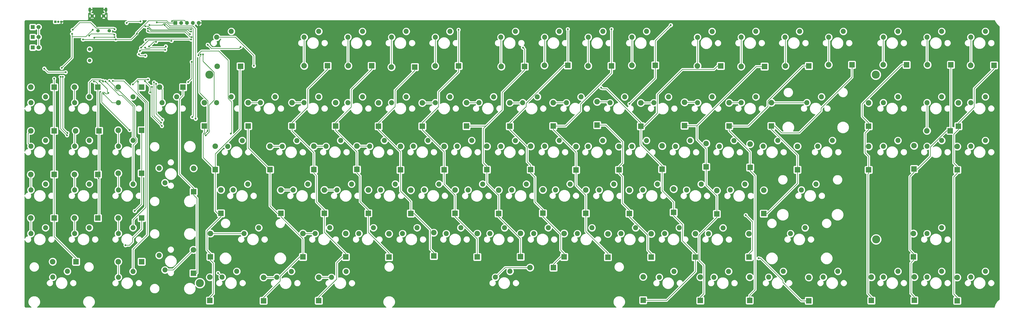
<source format=gbr>
G04 #@! TF.GenerationSoftware,KiCad,Pcbnew,(5.0.2)-1*
G04 #@! TF.CreationDate,2019-07-28T17:57:46-07:00*
G04 #@! TF.ProjectId,ODKB_Board,4f444b42-5f42-46f6-9172-642e6b696361,rev?*
G04 #@! TF.SameCoordinates,Original*
G04 #@! TF.FileFunction,Copper,L2,Bot*
G04 #@! TF.FilePolarity,Positive*
%FSLAX46Y46*%
G04 Gerber Fmt 4.6, Leading zero omitted, Abs format (unit mm)*
G04 Created by KiCad (PCBNEW (5.0.2)-1) date 7/28/2019 5:57:46 PM*
%MOMM*%
%LPD*%
G01*
G04 APERTURE LIST*
G04 #@! TA.AperFunction,ComponentPad*
%ADD10C,2.200000*%
G04 #@! TD*
G04 #@! TA.AperFunction,ComponentPad*
%ADD11C,1.500000*%
G04 #@! TD*
G04 #@! TA.AperFunction,ComponentPad*
%ADD12O,2.400000X2.400000*%
G04 #@! TD*
G04 #@! TA.AperFunction,ComponentPad*
%ADD13R,2.400000X2.400000*%
G04 #@! TD*
G04 #@! TA.AperFunction,ComponentPad*
%ADD14C,3.500000*%
G04 #@! TD*
G04 #@! TA.AperFunction,ComponentPad*
%ADD15O,1.000000X1.000000*%
G04 #@! TD*
G04 #@! TA.AperFunction,ComponentPad*
%ADD16R,1.000000X1.000000*%
G04 #@! TD*
G04 #@! TA.AperFunction,ComponentPad*
%ADD17O,1.200000X1.900000*%
G04 #@! TD*
G04 #@! TA.AperFunction,ComponentPad*
%ADD18C,1.450000*%
G04 #@! TD*
G04 #@! TA.AperFunction,ComponentPad*
%ADD19R,1.700000X1.700000*%
G04 #@! TD*
G04 #@! TA.AperFunction,ComponentPad*
%ADD20O,1.700000X1.700000*%
G04 #@! TD*
G04 #@! TA.AperFunction,ComponentPad*
%ADD21R,1.800000X1.800000*%
G04 #@! TD*
G04 #@! TA.AperFunction,ComponentPad*
%ADD22C,1.800000*%
G04 #@! TD*
G04 #@! TA.AperFunction,ViaPad*
%ADD23C,0.800000*%
G04 #@! TD*
G04 #@! TA.AperFunction,Conductor*
%ADD24C,0.250000*%
G04 #@! TD*
G04 #@! TA.AperFunction,Conductor*
%ADD25C,0.254000*%
G04 #@! TD*
G04 APERTURE END LIST*
D10*
G04 #@! TO.P,SW98,2*
G04 #@! TO.N,Net-(D210-Pad2)*
X328900000Y-283240000D03*
G04 #@! TO.P,SW98,1*
G04 #@! TO.N,/row1*
X335250000Y-280700000D03*
G04 #@! TD*
G04 #@! TO.P,SW89,2*
G04 #@! TO.N,Net-(D201-Pad2)*
X290900000Y-283240000D03*
G04 #@! TO.P,SW89,1*
G04 #@! TO.N,/row1*
X297250000Y-280700000D03*
G04 #@! TD*
D11*
G04 #@! TO.P,Y2,2*
G04 #@! TO.N,/LSE_OSC_OUT*
X305930000Y-251900000D03*
G04 #@! TO.P,Y2,1*
G04 #@! TO.N,/LSE_OSC_IN*
X301050000Y-251900000D03*
G04 #@! TD*
D12*
G04 #@! TO.P,D210,2*
G04 #@! TO.N,Net-(D210-Pad2)*
X327840000Y-276500000D03*
D13*
G04 #@! TO.P,D210,1*
G04 #@! TO.N,/col20*
X338000000Y-276500000D03*
G04 #@! TD*
D10*
G04 #@! TO.P,SW99,2*
G04 #@! TO.N,Net-(D211-Pad2)*
X330140000Y-318100000D03*
G04 #@! TO.P,SW99,1*
G04 #@! TO.N,/row2*
X327600000Y-311750000D03*
G04 #@! TD*
D14*
G04 #@! TO.P,HOL3,1*
G04 #@! TO.N,N/C*
X349450000Y-271050000D03*
G04 #@! TD*
G04 #@! TO.P,HOL2,1*
G04 #@! TO.N,N/C*
X345325000Y-361825000D03*
G04 #@! TD*
G04 #@! TO.P,HOL1,1*
G04 #@! TO.N,N/C*
X639250000Y-342800000D03*
G04 #@! TD*
D15*
G04 #@! TO.P,J3,3*
G04 #@! TO.N,GND*
X285040000Y-248000000D03*
G04 #@! TO.P,J3,2*
G04 #@! TO.N,Net-(J3-Pad2)*
X283770000Y-248000000D03*
D16*
G04 #@! TO.P,J3,1*
G04 #@! TO.N,+3V3*
X282500000Y-248000000D03*
G04 #@! TD*
D17*
G04 #@! TO.P,J2,6*
G04 #@! TO.N,GND*
X297500000Y-242762500D03*
X304500000Y-242762500D03*
D18*
X298500000Y-245462500D03*
X303500000Y-245462500D03*
G04 #@! TD*
D10*
G04 #@! TO.P,SW93,2*
G04 #@! TO.N,Net-(D205-Pad2)*
X309900000Y-283240000D03*
G04 #@! TO.P,SW93,1*
G04 #@! TO.N,/row1*
X316250000Y-280700000D03*
G04 #@! TD*
D12*
G04 #@! TO.P,D110,2*
G04 #@! TO.N,Net-(D110-Pad2)*
X352840000Y-267400000D03*
D13*
G04 #@! TO.P,D110,1*
G04 #@! TO.N,/col0*
X363000000Y-267400000D03*
G04 #@! TD*
D12*
G04 #@! TO.P,D111,2*
G04 #@! TO.N,Net-(D111-Pad2)*
X347300000Y-283240000D03*
D13*
G04 #@! TO.P,D111,1*
G04 #@! TO.N,/col0*
X347300000Y-293400000D03*
G04 #@! TD*
D12*
G04 #@! TO.P,D112,2*
G04 #@! TO.N,Net-(D112-Pad2)*
X352040000Y-302250000D03*
D13*
G04 #@! TO.P,D112,1*
G04 #@! TO.N,/col0*
X352040000Y-312410000D03*
G04 #@! TD*
D12*
G04 #@! TO.P,D113,2*
G04 #@! TO.N,Net-(D113-Pad2)*
X354480000Y-321250000D03*
D13*
G04 #@! TO.P,D113,1*
G04 #@! TO.N,/col0*
X354480000Y-331410000D03*
G04 #@! TD*
D12*
G04 #@! TO.P,D114,2*
G04 #@! TO.N,Net-(D114-Pad2)*
X349910000Y-340210000D03*
D13*
G04 #@! TO.P,D114,1*
G04 #@! TO.N,/col0*
X349910000Y-350370000D03*
G04 #@! TD*
D12*
G04 #@! TO.P,D115,2*
G04 #@! TO.N,Net-(D115-Pad2)*
X349680000Y-359230000D03*
D13*
G04 #@! TO.P,D115,1*
G04 #@! TO.N,/col0*
X349680000Y-369390000D03*
G04 #@! TD*
D12*
G04 #@! TO.P,D116,2*
G04 #@! TO.N,Net-(D116-Pad2)*
X366310000Y-283250000D03*
D13*
G04 #@! TO.P,D116,1*
G04 #@! TO.N,/col1*
X366310000Y-293410000D03*
G04 #@! TD*
D12*
G04 #@! TO.P,D117,2*
G04 #@! TO.N,Net-(D117-Pad2)*
X375800000Y-302250000D03*
D13*
G04 #@! TO.P,D117,1*
G04 #@! TO.N,/col1*
X375800000Y-312410000D03*
G04 #@! TD*
D12*
G04 #@! TO.P,D118,2*
G04 #@! TO.N,Net-(D118-Pad2)*
X380510000Y-321290000D03*
D13*
G04 #@! TO.P,D118,1*
G04 #@! TO.N,/col1*
X380510000Y-331450000D03*
G04 #@! TD*
D12*
G04 #@! TO.P,D119,2*
G04 #@! TO.N,Net-(D119-Pad2)*
X390110000Y-340240000D03*
D13*
G04 #@! TO.P,D119,1*
G04 #@! TO.N,/col1*
X390110000Y-350400000D03*
G04 #@! TD*
D12*
G04 #@! TO.P,D120,2*
G04 #@! TO.N,Net-(D120-Pad2)*
X373000000Y-359340000D03*
D13*
G04 #@! TO.P,D120,1*
G04 #@! TO.N,/col1*
X373000000Y-369500000D03*
G04 #@! TD*
D12*
G04 #@! TO.P,D121,2*
G04 #@! TO.N,Net-(D121-Pad2)*
X390640000Y-267200000D03*
D13*
G04 #@! TO.P,D121,1*
G04 #@! TO.N,/col2*
X400800000Y-267200000D03*
G04 #@! TD*
D12*
G04 #@! TO.P,D122,2*
G04 #@! TO.N,Net-(D122-Pad2)*
X385400000Y-283240000D03*
D13*
G04 #@! TO.P,D122,1*
G04 #@! TO.N,/col2*
X385400000Y-293400000D03*
G04 #@! TD*
D12*
G04 #@! TO.P,D123,2*
G04 #@! TO.N,Net-(D123-Pad2)*
X394850000Y-302240000D03*
D13*
G04 #@! TO.P,D123,1*
G04 #@! TO.N,/col2*
X394850000Y-312400000D03*
G04 #@! TD*
D12*
G04 #@! TO.P,D124,2*
G04 #@! TO.N,Net-(D124-Pad2)*
X399450000Y-321240000D03*
D13*
G04 #@! TO.P,D124,1*
G04 #@! TO.N,/col2*
X399450000Y-331400000D03*
G04 #@! TD*
D12*
G04 #@! TO.P,D125,2*
G04 #@! TO.N,Net-(D125-Pad2)*
X408750000Y-340240000D03*
D13*
G04 #@! TO.P,D125,1*
G04 #@! TO.N,/col2*
X408750000Y-350400000D03*
G04 #@! TD*
D12*
G04 #@! TO.P,D126,2*
G04 #@! TO.N,Net-(D126-Pad2)*
X397000000Y-359290000D03*
D13*
G04 #@! TO.P,D126,1*
G04 #@! TO.N,/col2*
X397000000Y-369450000D03*
G04 #@! TD*
D12*
G04 #@! TO.P,D127,2*
G04 #@! TO.N,Net-(D127-Pad2)*
X409840000Y-267200000D03*
D13*
G04 #@! TO.P,D127,1*
G04 #@! TO.N,/col3*
X420000000Y-267200000D03*
G04 #@! TD*
D12*
G04 #@! TO.P,D128,2*
G04 #@! TO.N,Net-(D128-Pad2)*
X404300000Y-283240000D03*
D13*
G04 #@! TO.P,D128,1*
G04 #@! TO.N,/col3*
X404300000Y-293400000D03*
G04 #@! TD*
D12*
G04 #@! TO.P,D129,2*
G04 #@! TO.N,Net-(D129-Pad2)*
X413575000Y-302165000D03*
D13*
G04 #@! TO.P,D129,1*
G04 #@! TO.N,/col3*
X413575000Y-312325000D03*
G04 #@! TD*
D12*
G04 #@! TO.P,D130,2*
G04 #@! TO.N,Net-(D130-Pad2)*
X418525000Y-321240000D03*
D13*
G04 #@! TO.P,D130,1*
G04 #@! TO.N,/col3*
X418525000Y-331400000D03*
G04 #@! TD*
D12*
G04 #@! TO.P,D131,2*
G04 #@! TO.N,Net-(D131-Pad2)*
X427500000Y-340340000D03*
D13*
G04 #@! TO.P,D131,1*
G04 #@! TO.N,/col3*
X427500000Y-350500000D03*
G04 #@! TD*
D12*
G04 #@! TO.P,D132,2*
G04 #@! TO.N,Net-(D132-Pad2)*
X428590000Y-267750000D03*
D13*
G04 #@! TO.P,D132,1*
G04 #@! TO.N,/col4*
X438750000Y-267750000D03*
G04 #@! TD*
D12*
G04 #@! TO.P,D133,2*
G04 #@! TO.N,Net-(D133-Pad2)*
X423000000Y-283340000D03*
D13*
G04 #@! TO.P,D133,1*
G04 #@! TO.N,/col4*
X423000000Y-293500000D03*
G04 #@! TD*
D12*
G04 #@! TO.P,D134,2*
G04 #@! TO.N,Net-(D134-Pad2)*
X432500000Y-302340000D03*
D13*
G04 #@! TO.P,D134,1*
G04 #@! TO.N,/col4*
X432500000Y-312500000D03*
G04 #@! TD*
D12*
G04 #@! TO.P,D135,2*
G04 #@! TO.N,Net-(D135-Pad2)*
X437000000Y-321340000D03*
D13*
G04 #@! TO.P,D135,1*
G04 #@! TO.N,/col4*
X437000000Y-331500000D03*
G04 #@! TD*
D12*
G04 #@! TO.P,D136,2*
G04 #@! TO.N,Net-(D136-Pad2)*
X447000000Y-339840000D03*
D13*
G04 #@! TO.P,D136,1*
G04 #@! TO.N,/col4*
X447000000Y-350000000D03*
G04 #@! TD*
D12*
G04 #@! TO.P,D137,2*
G04 #@! TO.N,Net-(D137-Pad2)*
X447590000Y-267250000D03*
D13*
G04 #@! TO.P,D137,1*
G04 #@! TO.N,/col5*
X457750000Y-267250000D03*
G04 #@! TD*
D12*
G04 #@! TO.P,D138,2*
G04 #@! TO.N,Net-(D138-Pad2)*
X442000000Y-283340000D03*
D13*
G04 #@! TO.P,D138,1*
G04 #@! TO.N,/col5*
X442000000Y-293500000D03*
G04 #@! TD*
D12*
G04 #@! TO.P,D139,2*
G04 #@! TO.N,Net-(D139-Pad2)*
X451500000Y-302340000D03*
D13*
G04 #@! TO.P,D139,1*
G04 #@! TO.N,/col5*
X451500000Y-312500000D03*
G04 #@! TD*
D12*
G04 #@! TO.P,D140,2*
G04 #@! TO.N,Net-(D140-Pad2)*
X456275000Y-321265000D03*
D13*
G04 #@! TO.P,D140,1*
G04 #@! TO.N,/col5*
X456275000Y-331425000D03*
G04 #@! TD*
D12*
G04 #@! TO.P,D141,2*
G04 #@! TO.N,Net-(D141-Pad2)*
X465900000Y-340265000D03*
D13*
G04 #@! TO.P,D141,1*
G04 #@! TO.N,/col5*
X465900000Y-350425000D03*
G04 #@! TD*
D12*
G04 #@! TO.P,D142,2*
G04 #@! TO.N,Net-(D142-Pad2)*
X476340000Y-267500000D03*
D13*
G04 #@! TO.P,D142,1*
G04 #@! TO.N,/col6*
X486500000Y-267500000D03*
G04 #@! TD*
D12*
G04 #@! TO.P,D143,2*
G04 #@! TO.N,Net-(D143-Pad2)*
X461200000Y-283265000D03*
D13*
G04 #@! TO.P,D143,1*
G04 #@! TO.N,/col6*
X461200000Y-293425000D03*
G04 #@! TD*
D12*
G04 #@! TO.P,D144,2*
G04 #@! TO.N,Net-(D144-Pad2)*
X470050000Y-302240000D03*
D13*
G04 #@! TO.P,D144,1*
G04 #@! TO.N,/col6*
X470050000Y-312400000D03*
G04 #@! TD*
D12*
G04 #@! TO.P,D145,2*
G04 #@! TO.N,Net-(D145-Pad2)*
X475175000Y-321315000D03*
D13*
G04 #@! TO.P,D145,1*
G04 #@! TO.N,/col6*
X475175000Y-331475000D03*
G04 #@! TD*
D12*
G04 #@! TO.P,D146,2*
G04 #@! TO.N,Net-(D146-Pad2)*
X484725000Y-340190000D03*
D13*
G04 #@! TO.P,D146,1*
G04 #@! TO.N,/col6*
X484725000Y-350350000D03*
G04 #@! TD*
D12*
G04 #@! TO.P,D147,2*
G04 #@! TO.N,Net-(D147-Pad2)*
X495090000Y-267000000D03*
D13*
G04 #@! TO.P,D147,1*
G04 #@! TO.N,/col7*
X505250000Y-267000000D03*
G04 #@! TD*
D12*
G04 #@! TO.P,D148,2*
G04 #@! TO.N,Net-(D148-Pad2)*
X480025000Y-283315000D03*
D13*
G04 #@! TO.P,D148,1*
G04 #@! TO.N,/col7*
X480025000Y-293475000D03*
G04 #@! TD*
D12*
G04 #@! TO.P,D149,2*
G04 #@! TO.N,Net-(D149-Pad2)*
X489125000Y-302215000D03*
D13*
G04 #@! TO.P,D149,1*
G04 #@! TO.N,/col7*
X489125000Y-312375000D03*
G04 #@! TD*
D12*
G04 #@! TO.P,D150,2*
G04 #@! TO.N,Net-(D150-Pad2)*
X494400000Y-321215000D03*
D13*
G04 #@! TO.P,D150,1*
G04 #@! TO.N,/col7*
X494400000Y-331375000D03*
G04 #@! TD*
D12*
G04 #@! TO.P,D151,2*
G04 #@! TO.N,Net-(D151-Pad2)*
X503650000Y-340215000D03*
D13*
G04 #@! TO.P,D151,1*
G04 #@! TO.N,/col7*
X503650000Y-350375000D03*
G04 #@! TD*
D12*
G04 #@! TO.P,D152,2*
G04 #@! TO.N,Net-(D152-Pad2)*
X488865000Y-355050000D03*
D13*
G04 #@! TO.P,D152,1*
G04 #@! TO.N,/col7*
X499025000Y-355050000D03*
G04 #@! TD*
D12*
G04 #@! TO.P,D153,2*
G04 #@! TO.N,Net-(D153-Pad2)*
X514090000Y-267250000D03*
D13*
G04 #@! TO.P,D153,1*
G04 #@! TO.N,/col8*
X524250000Y-267250000D03*
G04 #@! TD*
D12*
G04 #@! TO.P,D154,2*
G04 #@! TO.N,Net-(D154-Pad2)*
X498900000Y-283265000D03*
D13*
G04 #@! TO.P,D154,1*
G04 #@! TO.N,/col8*
X498900000Y-293425000D03*
G04 #@! TD*
D12*
G04 #@! TO.P,D155,2*
G04 #@! TO.N,Net-(D155-Pad2)*
X508800000Y-302390000D03*
D13*
G04 #@! TO.P,D155,1*
G04 #@! TO.N,/col8*
X508800000Y-312550000D03*
G04 #@! TD*
D12*
G04 #@! TO.P,D156,2*
G04 #@! TO.N,Net-(D156-Pad2)*
X513075000Y-321290000D03*
D13*
G04 #@! TO.P,D156,1*
G04 #@! TO.N,/col8*
X513075000Y-331450000D03*
G04 #@! TD*
D12*
G04 #@! TO.P,D157,2*
G04 #@! TO.N,Net-(D157-Pad2)*
X522675000Y-340365000D03*
D13*
G04 #@! TO.P,D157,1*
G04 #@! TO.N,/col8*
X522675000Y-350525000D03*
G04 #@! TD*
D12*
G04 #@! TO.P,D158,2*
G04 #@! TO.N,Net-(D158-Pad2)*
X533090000Y-267000000D03*
D13*
G04 #@! TO.P,D158,1*
G04 #@! TO.N,/col9*
X543250000Y-267000000D03*
G04 #@! TD*
D12*
G04 #@! TO.P,D159,2*
G04 #@! TO.N,Net-(D159-Pad2)*
X518000000Y-282840000D03*
D13*
G04 #@! TO.P,D159,1*
G04 #@! TO.N,/col9*
X518000000Y-293000000D03*
G04 #@! TD*
D12*
G04 #@! TO.P,D160,2*
G04 #@! TO.N,Net-(D160-Pad2)*
X527500000Y-302340000D03*
D13*
G04 #@! TO.P,D160,1*
G04 #@! TO.N,/col9*
X527500000Y-312500000D03*
G04 #@! TD*
D12*
G04 #@! TO.P,D161,2*
G04 #@! TO.N,Net-(D161-Pad2)*
X532000000Y-321340000D03*
D13*
G04 #@! TO.P,D161,1*
G04 #@! TO.N,/col9*
X532000000Y-331500000D03*
G04 #@! TD*
D12*
G04 #@! TO.P,D162,2*
G04 #@! TO.N,Net-(D162-Pad2)*
X541500000Y-340340000D03*
D13*
G04 #@! TO.P,D162,1*
G04 #@! TO.N,/col9*
X541500000Y-350500000D03*
G04 #@! TD*
D12*
G04 #@! TO.P,D163,2*
G04 #@! TO.N,Net-(D163-Pad2)*
X561590000Y-267250000D03*
D13*
G04 #@! TO.P,D163,1*
G04 #@! TO.N,/col10*
X571750000Y-267250000D03*
G04 #@! TD*
D12*
G04 #@! TO.P,D164,2*
G04 #@! TO.N,Net-(D164-Pad2)*
X537000000Y-283340000D03*
D13*
G04 #@! TO.P,D164,1*
G04 #@! TO.N,/col10*
X537000000Y-293500000D03*
G04 #@! TD*
D12*
G04 #@! TO.P,D165,2*
G04 #@! TO.N,Net-(D165-Pad2)*
X546250000Y-302090000D03*
D13*
G04 #@! TO.P,D165,1*
G04 #@! TO.N,/col10*
X546250000Y-312250000D03*
G04 #@! TD*
D12*
G04 #@! TO.P,D166,2*
G04 #@! TO.N,Net-(D166-Pad2)*
X551250000Y-320840000D03*
D13*
G04 #@! TO.P,D166,1*
G04 #@! TO.N,/col10*
X551250000Y-331000000D03*
G04 #@! TD*
D12*
G04 #@! TO.P,D167,2*
G04 #@! TO.N,Net-(D167-Pad2)*
X560750000Y-340340000D03*
D13*
G04 #@! TO.P,D167,1*
G04 #@! TO.N,/col10*
X560750000Y-350500000D03*
G04 #@! TD*
D12*
G04 #@! TO.P,D168,2*
G04 #@! TO.N,Net-(D168-Pad2)*
X538000000Y-359090000D03*
D13*
G04 #@! TO.P,D168,1*
G04 #@! TO.N,/col10*
X538000000Y-369250000D03*
G04 #@! TD*
D12*
G04 #@! TO.P,D169,2*
G04 #@! TO.N,Net-(D169-Pad2)*
X580590000Y-267500000D03*
D13*
G04 #@! TO.P,D169,1*
G04 #@! TO.N,/col11*
X590750000Y-267500000D03*
G04 #@! TD*
D12*
G04 #@! TO.P,D170,2*
G04 #@! TO.N,Net-(D170-Pad2)*
X556000000Y-283090000D03*
D13*
G04 #@! TO.P,D170,1*
G04 #@! TO.N,/col11*
X556000000Y-293250000D03*
G04 #@! TD*
D12*
G04 #@! TO.P,D171,2*
G04 #@! TO.N,Net-(D171-Pad2)*
X565400000Y-301040000D03*
D13*
G04 #@! TO.P,D171,1*
G04 #@! TO.N,/col11*
X565400000Y-311200000D03*
G04 #@! TD*
D12*
G04 #@! TO.P,D172,2*
G04 #@! TO.N,Net-(D172-Pad2)*
X570000000Y-321540000D03*
D13*
G04 #@! TO.P,D172,1*
G04 #@! TO.N,/col11*
X570000000Y-331700000D03*
G04 #@! TD*
D12*
G04 #@! TO.P,D173,2*
G04 #@! TO.N,Net-(D173-Pad2)*
X562850000Y-359240000D03*
D13*
G04 #@! TO.P,D173,1*
G04 #@! TO.N,/col11*
X562850000Y-369400000D03*
G04 #@! TD*
D12*
G04 #@! TO.P,D174,2*
G04 #@! TO.N,Net-(D174-Pad2)*
X599840000Y-267250000D03*
D13*
G04 #@! TO.P,D174,1*
G04 #@! TO.N,/col12*
X610000000Y-267250000D03*
G04 #@! TD*
D12*
G04 #@! TO.P,D175,2*
G04 #@! TO.N,Net-(D175-Pad2)*
X584500000Y-301290000D03*
D13*
G04 #@! TO.P,D175,1*
G04 #@! TO.N,/col12*
X584500000Y-311450000D03*
G04 #@! TD*
D12*
G04 #@! TO.P,D176,2*
G04 #@! TO.N,Net-(D176-Pad2)*
X584300000Y-359190000D03*
D13*
G04 #@! TO.P,D176,1*
G04 #@! TO.N,/col12*
X584300000Y-369350000D03*
G04 #@! TD*
D12*
G04 #@! TO.P,D177,2*
G04 #@! TO.N,Net-(D177-Pad2)*
X618590000Y-266750000D03*
D13*
G04 #@! TO.P,D177,1*
G04 #@! TO.N,/col13*
X628750000Y-266750000D03*
G04 #@! TD*
D12*
G04 #@! TO.P,D178,2*
G04 #@! TO.N,Net-(D178-Pad2)*
X593750000Y-283240000D03*
D13*
G04 #@! TO.P,D178,1*
G04 #@! TO.N,/col13*
X593750000Y-293400000D03*
G04 #@! TD*
D12*
G04 #@! TO.P,D179,2*
G04 #@! TO.N,Net-(D179-Pad2)*
X605050000Y-302290000D03*
D13*
G04 #@! TO.P,D179,1*
G04 #@! TO.N,/col13*
X605050000Y-312450000D03*
G04 #@! TD*
D12*
G04 #@! TO.P,D180,2*
G04 #@! TO.N,Net-(D180-Pad2)*
X590450000Y-321390000D03*
D13*
G04 #@! TO.P,D180,1*
G04 #@! TO.N,/col13*
X590450000Y-331550000D03*
G04 #@! TD*
D12*
G04 #@! TO.P,D181,2*
G04 #@! TO.N,Net-(D181-Pad2)*
X584000000Y-340340000D03*
D13*
G04 #@! TO.P,D181,1*
G04 #@! TO.N,/col13*
X584000000Y-350500000D03*
G04 #@! TD*
D12*
G04 #@! TO.P,D182,2*
G04 #@! TO.N,Net-(D182-Pad2)*
X610000000Y-359340000D03*
D13*
G04 #@! TO.P,D182,1*
G04 #@! TO.N,/col13*
X610000000Y-369500000D03*
G04 #@! TD*
D12*
G04 #@! TO.P,D183,2*
G04 #@! TO.N,Net-(D183-Pad2)*
X642340000Y-266750000D03*
D13*
G04 #@! TO.P,D183,1*
G04 #@! TO.N,/col14*
X652500000Y-266750000D03*
G04 #@! TD*
D12*
G04 #@! TO.P,D184,2*
G04 #@! TO.N,Net-(D184-Pad2)*
X636000000Y-283340000D03*
D13*
G04 #@! TO.P,D184,1*
G04 #@! TO.N,/col14*
X636000000Y-293500000D03*
G04 #@! TD*
D12*
G04 #@! TO.P,D185,2*
G04 #@! TO.N,Net-(D185-Pad2)*
X636000000Y-302340000D03*
D13*
G04 #@! TO.P,D185,1*
G04 #@! TO.N,/col14*
X636000000Y-312500000D03*
G04 #@! TD*
D12*
G04 #@! TO.P,D186,2*
G04 #@! TO.N,Net-(D186-Pad2)*
X637200000Y-359240000D03*
D13*
G04 #@! TO.P,D186,1*
G04 #@! TO.N,/col14*
X637200000Y-369400000D03*
G04 #@! TD*
D12*
G04 #@! TO.P,D187,2*
G04 #@! TO.N,Net-(D187-Pad2)*
X661590000Y-266750000D03*
D13*
G04 #@! TO.P,D187,1*
G04 #@! TO.N,/col15*
X671750000Y-266750000D03*
G04 #@! TD*
D12*
G04 #@! TO.P,D188,2*
G04 #@! TO.N,Net-(D188-Pad2)*
X661340000Y-295500000D03*
D13*
G04 #@! TO.P,D188,1*
G04 #@! TO.N,/col15*
X671500000Y-295500000D03*
G04 #@! TD*
D12*
G04 #@! TO.P,D189,2*
G04 #@! TO.N,Net-(D189-Pad2)*
X655750000Y-301990000D03*
D13*
G04 #@! TO.P,D189,1*
G04 #@! TO.N,/col15*
X655750000Y-312150000D03*
G04 #@! TD*
D12*
G04 #@! TO.P,D190,2*
G04 #@! TO.N,Net-(D190-Pad2)*
X655500000Y-340240000D03*
D13*
G04 #@! TO.P,D190,1*
G04 #@! TO.N,/col15*
X655500000Y-350400000D03*
G04 #@! TD*
D12*
G04 #@! TO.P,D191,2*
G04 #@! TO.N,Net-(D191-Pad2)*
X655850000Y-359140000D03*
D13*
G04 #@! TO.P,D191,1*
G04 #@! TO.N,/col15*
X655850000Y-369300000D03*
G04 #@! TD*
D12*
G04 #@! TO.P,D192,2*
G04 #@! TO.N,Net-(D192-Pad2)*
X680340000Y-267000000D03*
D13*
G04 #@! TO.P,D192,1*
G04 #@! TO.N,/col16*
X690500000Y-267000000D03*
G04 #@! TD*
D12*
G04 #@! TO.P,D193,2*
G04 #@! TO.N,Net-(D193-Pad2)*
X675000000Y-283340000D03*
D13*
G04 #@! TO.P,D193,1*
G04 #@! TO.N,/col16*
X675000000Y-293500000D03*
G04 #@! TD*
D12*
G04 #@! TO.P,D194,2*
G04 #@! TO.N,Net-(D194-Pad2)*
X674500000Y-302340000D03*
D13*
G04 #@! TO.P,D194,1*
G04 #@! TO.N,/col16*
X674500000Y-312500000D03*
G04 #@! TD*
D12*
G04 #@! TO.P,D195,2*
G04 #@! TO.N,Net-(D195-Pad2)*
X674500000Y-359340000D03*
D13*
G04 #@! TO.P,D195,1*
G04 #@! TO.N,/col16*
X674500000Y-369500000D03*
G04 #@! TD*
D12*
G04 #@! TO.P,D196,2*
G04 #@! TO.N,Net-(D196-Pad2)*
X271840000Y-276500000D03*
D13*
G04 #@! TO.P,D196,1*
G04 #@! TO.N,/col17*
X282000000Y-276500000D03*
G04 #@! TD*
D12*
G04 #@! TO.P,D197,2*
G04 #@! TO.N,Net-(D197-Pad2)*
X271840000Y-295500000D03*
D13*
G04 #@! TO.P,D197,1*
G04 #@! TO.N,/col17*
X282000000Y-295500000D03*
G04 #@! TD*
D12*
G04 #@! TO.P,D198,2*
G04 #@! TO.N,Net-(D198-Pad2)*
X271840000Y-314500000D03*
D13*
G04 #@! TO.P,D198,1*
G04 #@! TO.N,/col17*
X282000000Y-314500000D03*
G04 #@! TD*
D12*
G04 #@! TO.P,D199,2*
G04 #@! TO.N,Net-(D199-Pad2)*
X271840000Y-333500000D03*
D13*
G04 #@! TO.P,D199,1*
G04 #@! TO.N,/col17*
X282000000Y-333500000D03*
G04 #@! TD*
D12*
G04 #@! TO.P,D200,2*
G04 #@! TO.N,Net-(D200-Pad2)*
X281340000Y-352500000D03*
D13*
G04 #@! TO.P,D200,1*
G04 #@! TO.N,/col17*
X291500000Y-352500000D03*
G04 #@! TD*
D12*
G04 #@! TO.P,D201,2*
G04 #@! TO.N,Net-(D201-Pad2)*
X290840000Y-276500000D03*
D13*
G04 #@! TO.P,D201,1*
G04 #@! TO.N,/col18*
X301000000Y-276500000D03*
G04 #@! TD*
D12*
G04 #@! TO.P,D202,2*
G04 #@! TO.N,Net-(D202-Pad2)*
X291340000Y-295500000D03*
D13*
G04 #@! TO.P,D202,1*
G04 #@! TO.N,/col18*
X301500000Y-295500000D03*
G04 #@! TD*
D12*
G04 #@! TO.P,D203,2*
G04 #@! TO.N,Net-(D203-Pad2)*
X290840000Y-314500000D03*
D13*
G04 #@! TO.P,D203,1*
G04 #@! TO.N,/col18*
X301000000Y-314500000D03*
G04 #@! TD*
D12*
G04 #@! TO.P,D204,2*
G04 #@! TO.N,Net-(D204-Pad2)*
X290840000Y-333500000D03*
D13*
G04 #@! TO.P,D204,1*
G04 #@! TO.N,/col18*
X301000000Y-333500000D03*
G04 #@! TD*
D12*
G04 #@! TO.P,D205,2*
G04 #@! TO.N,Net-(D205-Pad2)*
X309840000Y-276500000D03*
D13*
G04 #@! TO.P,D205,1*
G04 #@! TO.N,/col19*
X320000000Y-276500000D03*
G04 #@! TD*
D12*
G04 #@! TO.P,D206,2*
G04 #@! TO.N,Net-(D206-Pad2)*
X309840000Y-295250000D03*
D13*
G04 #@! TO.P,D206,1*
G04 #@! TO.N,/col19*
X320000000Y-295250000D03*
G04 #@! TD*
D12*
G04 #@! TO.P,D207,2*
G04 #@! TO.N,Net-(D207-Pad2)*
X309840000Y-314000000D03*
D13*
G04 #@! TO.P,D207,1*
G04 #@! TO.N,/col19*
X320000000Y-314000000D03*
G04 #@! TD*
D12*
G04 #@! TO.P,D208,2*
G04 #@! TO.N,Net-(D208-Pad2)*
X309840000Y-333500000D03*
D13*
G04 #@! TO.P,D208,1*
G04 #@! TO.N,/col19*
X320000000Y-333500000D03*
G04 #@! TD*
D12*
G04 #@! TO.P,D209,2*
G04 #@! TO.N,Net-(D209-Pad2)*
X309840000Y-352500000D03*
D13*
G04 #@! TO.P,D209,1*
G04 #@! TO.N,/col19*
X320000000Y-352500000D03*
G04 #@! TD*
D12*
G04 #@! TO.P,D211,2*
G04 #@! TO.N,Net-(D211-Pad2)*
X342600000Y-311840000D03*
D13*
G04 #@! TO.P,D211,1*
G04 #@! TO.N,/col20*
X342600000Y-322000000D03*
G04 #@! TD*
D12*
G04 #@! TO.P,D212,2*
G04 #@! TO.N,Net-(D212-Pad2)*
X342500000Y-347340000D03*
D13*
G04 #@! TO.P,D212,1*
G04 #@! TO.N,/col20*
X342500000Y-357500000D03*
G04 #@! TD*
D10*
G04 #@! TO.P,SW1,2*
G04 #@! TO.N,Net-(D110-Pad2)*
X352650000Y-254740000D03*
G04 #@! TO.P,SW1,1*
G04 #@! TO.N,/row0*
X359000000Y-252200000D03*
G04 #@! TD*
G04 #@! TO.P,SW2,2*
G04 #@! TO.N,Net-(D111-Pad2)*
X352650000Y-283240000D03*
G04 #@! TO.P,SW2,1*
G04 #@! TO.N,/row1*
X359000000Y-280700000D03*
G04 #@! TD*
G04 #@! TO.P,SW7,2*
G04 #@! TO.N,Net-(D116-Pad2)*
X371650000Y-283240000D03*
G04 #@! TO.P,SW7,1*
G04 #@! TO.N,/row1*
X378000000Y-280700000D03*
G04 #@! TD*
G04 #@! TO.P,SW8,2*
G04 #@! TO.N,Net-(D117-Pad2)*
X381140000Y-302285000D03*
G04 #@! TO.P,SW8,1*
G04 #@! TO.N,/row2*
X387490000Y-299745000D03*
G04 #@! TD*
G04 #@! TO.P,SW9,2*
G04 #@! TO.N,Net-(D118-Pad2)*
X385900000Y-321265000D03*
G04 #@! TO.P,SW9,1*
G04 #@! TO.N,/row3*
X392250000Y-318725000D03*
G04 #@! TD*
G04 #@! TO.P,SW10,2*
G04 #@! TO.N,Net-(D119-Pad2)*
X395425000Y-340240000D03*
G04 #@! TO.P,SW10,1*
G04 #@! TO.N,/row4*
X401775000Y-337700000D03*
G04 #@! TD*
G04 #@! TO.P,SW12,2*
G04 #@! TO.N,Net-(D121-Pad2)*
X390650000Y-254740000D03*
G04 #@! TO.P,SW12,1*
G04 #@! TO.N,/row0*
X397000000Y-252200000D03*
G04 #@! TD*
G04 #@! TO.P,SW13,2*
G04 #@! TO.N,Net-(D122-Pad2)*
X390625000Y-283240000D03*
G04 #@! TO.P,SW13,1*
G04 #@! TO.N,/row1*
X396975000Y-280700000D03*
G04 #@! TD*
G04 #@! TO.P,SW14,2*
G04 #@! TO.N,Net-(D123-Pad2)*
X400175000Y-302240000D03*
G04 #@! TO.P,SW14,1*
G04 #@! TO.N,/row2*
X406525000Y-299700000D03*
G04 #@! TD*
G04 #@! TO.P,SW15,2*
G04 #@! TO.N,Net-(D124-Pad2)*
X404900000Y-321240000D03*
G04 #@! TO.P,SW15,1*
G04 #@! TO.N,/row3*
X411250000Y-318700000D03*
G04 #@! TD*
G04 #@! TO.P,SW16,2*
G04 #@! TO.N,Net-(D125-Pad2)*
X414425000Y-340240000D03*
G04 #@! TO.P,SW16,1*
G04 #@! TO.N,/row4*
X420775000Y-337700000D03*
G04 #@! TD*
G04 #@! TO.P,SW18,2*
G04 #@! TO.N,Net-(D127-Pad2)*
X409650000Y-254740000D03*
G04 #@! TO.P,SW18,1*
G04 #@! TO.N,/row0*
X416000000Y-252200000D03*
G04 #@! TD*
G04 #@! TO.P,SW19,2*
G04 #@! TO.N,Net-(D128-Pad2)*
X409650000Y-283240000D03*
G04 #@! TO.P,SW19,1*
G04 #@! TO.N,/row1*
X416000000Y-280700000D03*
G04 #@! TD*
G04 #@! TO.P,SW20,2*
G04 #@! TO.N,Net-(D129-Pad2)*
X419150000Y-302240000D03*
G04 #@! TO.P,SW20,1*
G04 #@! TO.N,/row2*
X425500000Y-299700000D03*
G04 #@! TD*
G04 #@! TO.P,SW21,2*
G04 #@! TO.N,Net-(D130-Pad2)*
X423900000Y-321240000D03*
G04 #@! TO.P,SW21,1*
G04 #@! TO.N,/row3*
X430250000Y-318700000D03*
G04 #@! TD*
G04 #@! TO.P,SW22,2*
G04 #@! TO.N,Net-(D131-Pad2)*
X433400000Y-340240000D03*
G04 #@! TO.P,SW22,1*
G04 #@! TO.N,/row4*
X439750000Y-337700000D03*
G04 #@! TD*
G04 #@! TO.P,SW23,2*
G04 #@! TO.N,Net-(D132-Pad2)*
X428650000Y-254740000D03*
G04 #@! TO.P,SW23,1*
G04 #@! TO.N,/row0*
X435000000Y-252200000D03*
G04 #@! TD*
G04 #@! TO.P,SW24,2*
G04 #@! TO.N,Net-(D133-Pad2)*
X428650000Y-283240000D03*
G04 #@! TO.P,SW24,1*
G04 #@! TO.N,/row1*
X435000000Y-280700000D03*
G04 #@! TD*
G04 #@! TO.P,SW25,2*
G04 #@! TO.N,Net-(D134-Pad2)*
X438150000Y-302240000D03*
G04 #@! TO.P,SW25,1*
G04 #@! TO.N,/row2*
X444500000Y-299700000D03*
G04 #@! TD*
G04 #@! TO.P,SW26,2*
G04 #@! TO.N,Net-(D135-Pad2)*
X442900000Y-321240000D03*
G04 #@! TO.P,SW26,1*
G04 #@! TO.N,/row3*
X449250000Y-318700000D03*
G04 #@! TD*
G04 #@! TO.P,SW27,2*
G04 #@! TO.N,Net-(D136-Pad2)*
X452400000Y-340240000D03*
G04 #@! TO.P,SW27,1*
G04 #@! TO.N,/row4*
X458750000Y-337700000D03*
G04 #@! TD*
G04 #@! TO.P,SW28,2*
G04 #@! TO.N,Net-(D137-Pad2)*
X447650000Y-254740000D03*
G04 #@! TO.P,SW28,1*
G04 #@! TO.N,/row0*
X454000000Y-252200000D03*
G04 #@! TD*
G04 #@! TO.P,SW29,2*
G04 #@! TO.N,Net-(D138-Pad2)*
X447650000Y-283240000D03*
G04 #@! TO.P,SW29,1*
G04 #@! TO.N,/row1*
X454000000Y-280700000D03*
G04 #@! TD*
G04 #@! TO.P,SW30,2*
G04 #@! TO.N,Net-(D139-Pad2)*
X457150000Y-302240000D03*
G04 #@! TO.P,SW30,1*
G04 #@! TO.N,/row2*
X463500000Y-299700000D03*
G04 #@! TD*
G04 #@! TO.P,SW31,2*
G04 #@! TO.N,Net-(D140-Pad2)*
X461900000Y-321265000D03*
G04 #@! TO.P,SW31,1*
G04 #@! TO.N,/row3*
X468250000Y-318725000D03*
G04 #@! TD*
G04 #@! TO.P,SW32,2*
G04 #@! TO.N,Net-(D141-Pad2)*
X471400000Y-340265000D03*
G04 #@! TO.P,SW32,1*
G04 #@! TO.N,/row4*
X477750000Y-337725000D03*
G04 #@! TD*
G04 #@! TO.P,SW33,2*
G04 #@! TO.N,Net-(D142-Pad2)*
X476150000Y-254740000D03*
G04 #@! TO.P,SW33,1*
G04 #@! TO.N,/row0*
X482500000Y-252200000D03*
G04 #@! TD*
G04 #@! TO.P,SW34,2*
G04 #@! TO.N,Net-(D143-Pad2)*
X466650000Y-283240000D03*
G04 #@! TO.P,SW34,1*
G04 #@! TO.N,/row1*
X473000000Y-280700000D03*
G04 #@! TD*
G04 #@! TO.P,SW35,2*
G04 #@! TO.N,Net-(D144-Pad2)*
X476175000Y-302265000D03*
G04 #@! TO.P,SW35,1*
G04 #@! TO.N,/row2*
X482525000Y-299725000D03*
G04 #@! TD*
G04 #@! TO.P,SW36,2*
G04 #@! TO.N,Net-(D145-Pad2)*
X480900000Y-321265000D03*
G04 #@! TO.P,SW36,1*
G04 #@! TO.N,/row3*
X487250000Y-318725000D03*
G04 #@! TD*
G04 #@! TO.P,SW37,2*
G04 #@! TO.N,Net-(D146-Pad2)*
X490425000Y-340240000D03*
G04 #@! TO.P,SW37,1*
G04 #@! TO.N,/row4*
X496775000Y-337700000D03*
G04 #@! TD*
G04 #@! TO.P,SW38,2*
G04 #@! TO.N,Net-(D147-Pad2)*
X495150000Y-254740000D03*
G04 #@! TO.P,SW38,1*
G04 #@! TO.N,/row0*
X501500000Y-252200000D03*
G04 #@! TD*
G04 #@! TO.P,SW39,2*
G04 #@! TO.N,Net-(D148-Pad2)*
X485660000Y-283250000D03*
G04 #@! TO.P,SW39,1*
G04 #@! TO.N,/row1*
X492010000Y-280710000D03*
G04 #@! TD*
G04 #@! TO.P,SW40,2*
G04 #@! TO.N,Net-(D149-Pad2)*
X495180000Y-302240000D03*
G04 #@! TO.P,SW40,1*
G04 #@! TO.N,/row2*
X501530000Y-299700000D03*
G04 #@! TD*
G04 #@! TO.P,SW41,2*
G04 #@! TO.N,Net-(D150-Pad2)*
X499920000Y-321230000D03*
G04 #@! TO.P,SW41,1*
G04 #@! TO.N,/row3*
X506270000Y-318690000D03*
G04 #@! TD*
G04 #@! TO.P,SW42,2*
G04 #@! TO.N,Net-(D151-Pad2)*
X509410000Y-340250000D03*
G04 #@! TO.P,SW42,1*
G04 #@! TO.N,/row4*
X515760000Y-337710000D03*
G04 #@! TD*
G04 #@! TO.P,SW44,2*
G04 #@! TO.N,Net-(D153-Pad2)*
X514150000Y-254740000D03*
G04 #@! TO.P,SW44,1*
G04 #@! TO.N,/row0*
X520500000Y-252200000D03*
G04 #@! TD*
G04 #@! TO.P,SW45,2*
G04 #@! TO.N,Net-(D154-Pad2)*
X504635000Y-283280000D03*
G04 #@! TO.P,SW45,1*
G04 #@! TO.N,/row1*
X510985000Y-280740000D03*
G04 #@! TD*
G04 #@! TO.P,SW46,2*
G04 #@! TO.N,Net-(D155-Pad2)*
X514110000Y-302280000D03*
G04 #@! TO.P,SW46,1*
G04 #@! TO.N,/row2*
X520460000Y-299740000D03*
G04 #@! TD*
G04 #@! TO.P,SW47,2*
G04 #@! TO.N,Net-(D156-Pad2)*
X518890000Y-321280000D03*
G04 #@! TO.P,SW47,1*
G04 #@! TO.N,/row3*
X525240000Y-318740000D03*
G04 #@! TD*
G04 #@! TO.P,SW48,2*
G04 #@! TO.N,Net-(D157-Pad2)*
X528370000Y-340260000D03*
G04 #@! TO.P,SW48,1*
G04 #@! TO.N,/row4*
X534720000Y-337720000D03*
G04 #@! TD*
G04 #@! TO.P,SW49,2*
G04 #@! TO.N,Net-(D158-Pad2)*
X533150000Y-254740000D03*
G04 #@! TO.P,SW49,1*
G04 #@! TO.N,/row0*
X539500000Y-252200000D03*
G04 #@! TD*
G04 #@! TO.P,SW50,2*
G04 #@! TO.N,Net-(D159-Pad2)*
X523610000Y-283280000D03*
G04 #@! TO.P,SW50,1*
G04 #@! TO.N,/row1*
X529960000Y-280740000D03*
G04 #@! TD*
G04 #@! TO.P,SW51,2*
G04 #@! TO.N,Net-(D160-Pad2)*
X533110000Y-302280000D03*
G04 #@! TO.P,SW51,1*
G04 #@! TO.N,/row2*
X539460000Y-299740000D03*
G04 #@! TD*
G04 #@! TO.P,SW52,2*
G04 #@! TO.N,Net-(D161-Pad2)*
X537870000Y-321270000D03*
G04 #@! TO.P,SW52,1*
G04 #@! TO.N,/row3*
X544220000Y-318730000D03*
G04 #@! TD*
G04 #@! TO.P,SW53,2*
G04 #@! TO.N,Net-(D162-Pad2)*
X547370000Y-340260000D03*
G04 #@! TO.P,SW53,1*
G04 #@! TO.N,/row4*
X553720000Y-337720000D03*
G04 #@! TD*
G04 #@! TO.P,SW54,2*
G04 #@! TO.N,Net-(D163-Pad2)*
X561625000Y-254765000D03*
G04 #@! TO.P,SW54,1*
G04 #@! TO.N,/row0*
X567975000Y-252225000D03*
G04 #@! TD*
G04 #@! TO.P,SW55,2*
G04 #@! TO.N,Net-(D164-Pad2)*
X542650000Y-283270000D03*
G04 #@! TO.P,SW55,1*
G04 #@! TO.N,/row1*
X549000000Y-280730000D03*
G04 #@! TD*
G04 #@! TO.P,SW56,2*
G04 #@! TO.N,Net-(D165-Pad2)*
X552110000Y-302280000D03*
G04 #@! TO.P,SW56,1*
G04 #@! TO.N,/row2*
X558460000Y-299740000D03*
G04 #@! TD*
G04 #@! TO.P,SW57,2*
G04 #@! TO.N,Net-(D166-Pad2)*
X556870000Y-321270000D03*
G04 #@! TO.P,SW57,1*
G04 #@! TO.N,/row3*
X563220000Y-318730000D03*
G04 #@! TD*
G04 #@! TO.P,SW58,2*
G04 #@! TO.N,Net-(D167-Pad2)*
X566370000Y-340285000D03*
G04 #@! TO.P,SW58,1*
G04 #@! TO.N,/row4*
X572720000Y-337745000D03*
G04 #@! TD*
G04 #@! TO.P,SW60,2*
G04 #@! TO.N,Net-(D169-Pad2)*
X580650000Y-254740000D03*
G04 #@! TO.P,SW60,1*
G04 #@! TO.N,/row0*
X587000000Y-252200000D03*
G04 #@! TD*
G04 #@! TO.P,SW61,2*
G04 #@! TO.N,Net-(D170-Pad2)*
X561660000Y-283270000D03*
G04 #@! TO.P,SW61,1*
G04 #@! TO.N,/row1*
X568010000Y-280730000D03*
G04 #@! TD*
G04 #@! TO.P,SW62,2*
G04 #@! TO.N,Net-(D171-Pad2)*
X571130000Y-302290000D03*
G04 #@! TO.P,SW62,1*
G04 #@! TO.N,/row2*
X577480000Y-299750000D03*
G04 #@! TD*
G04 #@! TO.P,SW63,2*
G04 #@! TO.N,Net-(D172-Pad2)*
X575880000Y-321290000D03*
G04 #@! TO.P,SW63,1*
G04 #@! TO.N,/row3*
X582230000Y-318750000D03*
G04 #@! TD*
G04 #@! TO.P,SW65,2*
G04 #@! TO.N,Net-(D174-Pad2)*
X599650000Y-254740000D03*
G04 #@! TO.P,SW65,1*
G04 #@! TO.N,/row0*
X606000000Y-252200000D03*
G04 #@! TD*
G04 #@! TO.P,SW66,2*
G04 #@! TO.N,Net-(D175-Pad2)*
X590160000Y-302250000D03*
G04 #@! TO.P,SW66,1*
G04 #@! TO.N,/row2*
X596510000Y-299710000D03*
G04 #@! TD*
G04 #@! TO.P,SW68,2*
G04 #@! TO.N,Net-(D177-Pad2)*
X618660000Y-254740000D03*
G04 #@! TO.P,SW68,1*
G04 #@! TO.N,/row0*
X625010000Y-252200000D03*
G04 #@! TD*
G04 #@! TO.P,SW70,2*
G04 #@! TO.N,Net-(D179-Pad2)*
X613920000Y-302230000D03*
G04 #@! TO.P,SW70,1*
G04 #@! TO.N,/row2*
X620270000Y-299690000D03*
G04 #@! TD*
G04 #@! TO.P,SW74,2*
G04 #@! TO.N,Net-(D183-Pad2)*
X642410000Y-254740000D03*
G04 #@! TO.P,SW74,1*
G04 #@! TO.N,/row0*
X648760000Y-252200000D03*
G04 #@! TD*
G04 #@! TO.P,SW75,2*
G04 #@! TO.N,Net-(D184-Pad2)*
X642400000Y-283240000D03*
G04 #@! TO.P,SW75,1*
G04 #@! TO.N,/row1*
X648750000Y-280700000D03*
G04 #@! TD*
G04 #@! TO.P,SW76,2*
G04 #@! TO.N,Net-(D186-Pad2)*
X642400000Y-359240000D03*
G04 #@! TO.P,SW76,1*
G04 #@! TO.N,/row5*
X648750000Y-356700000D03*
G04 #@! TD*
G04 #@! TO.P,SW77,2*
G04 #@! TO.N,Net-(D187-Pad2)*
X661400000Y-254730000D03*
G04 #@! TO.P,SW77,1*
G04 #@! TO.N,/row0*
X667750000Y-252190000D03*
G04 #@! TD*
G04 #@! TO.P,SW78,2*
G04 #@! TO.N,Net-(D188-Pad2)*
X661400000Y-283240000D03*
G04 #@! TO.P,SW78,1*
G04 #@! TO.N,/row1*
X667750000Y-280700000D03*
G04 #@! TD*
G04 #@! TO.P,SW79,2*
G04 #@! TO.N,Net-(D190-Pad2)*
X661400000Y-340240000D03*
G04 #@! TO.P,SW79,1*
G04 #@! TO.N,/row4*
X667750000Y-337700000D03*
G04 #@! TD*
G04 #@! TO.P,SW80,2*
G04 #@! TO.N,Net-(D191-Pad2)*
X661400000Y-359240000D03*
G04 #@! TO.P,SW80,1*
G04 #@! TO.N,/row5*
X667750000Y-356700000D03*
G04 #@! TD*
G04 #@! TO.P,SW81,2*
G04 #@! TO.N,Net-(D192-Pad2)*
X680410000Y-254750000D03*
G04 #@! TO.P,SW81,1*
G04 #@! TO.N,/row0*
X686760000Y-252210000D03*
G04 #@! TD*
G04 #@! TO.P,SW82,2*
G04 #@! TO.N,Net-(D193-Pad2)*
X680400000Y-283240000D03*
G04 #@! TO.P,SW82,1*
G04 #@! TO.N,/row1*
X686750000Y-280700000D03*
G04 #@! TD*
G04 #@! TO.P,SW83,2*
G04 #@! TO.N,Net-(D195-Pad2)*
X680400000Y-359240000D03*
G04 #@! TO.P,SW83,1*
G04 #@! TO.N,/row5*
X686750000Y-356700000D03*
G04 #@! TD*
G04 #@! TO.P,SW84,2*
G04 #@! TO.N,Net-(D196-Pad2)*
X271900000Y-283240000D03*
G04 #@! TO.P,SW84,1*
G04 #@! TO.N,/row1*
X278250000Y-280700000D03*
G04 #@! TD*
G04 #@! TO.P,SW85,2*
G04 #@! TO.N,Net-(D197-Pad2)*
X271900000Y-302240000D03*
G04 #@! TO.P,SW85,1*
G04 #@! TO.N,/row2*
X278250000Y-299700000D03*
G04 #@! TD*
G04 #@! TO.P,SW86,2*
G04 #@! TO.N,Net-(D198-Pad2)*
X271900000Y-321240000D03*
G04 #@! TO.P,SW86,1*
G04 #@! TO.N,/row3*
X278250000Y-318700000D03*
G04 #@! TD*
G04 #@! TO.P,SW87,2*
G04 #@! TO.N,Net-(D199-Pad2)*
X271900000Y-340240000D03*
G04 #@! TO.P,SW87,1*
G04 #@! TO.N,/row4*
X278250000Y-337700000D03*
G04 #@! TD*
G04 #@! TO.P,SW90,2*
G04 #@! TO.N,Net-(D202-Pad2)*
X290900000Y-302240000D03*
G04 #@! TO.P,SW90,1*
G04 #@! TO.N,/row2*
X297250000Y-299700000D03*
G04 #@! TD*
G04 #@! TO.P,SW91,2*
G04 #@! TO.N,Net-(D203-Pad2)*
X290900000Y-321240000D03*
G04 #@! TO.P,SW91,1*
G04 #@! TO.N,/row3*
X297250000Y-318700000D03*
G04 #@! TD*
G04 #@! TO.P,SW92,2*
G04 #@! TO.N,Net-(D204-Pad2)*
X290900000Y-340240000D03*
G04 #@! TO.P,SW92,1*
G04 #@! TO.N,/row4*
X297250000Y-337700000D03*
G04 #@! TD*
G04 #@! TO.P,SW94,2*
G04 #@! TO.N,Net-(D206-Pad2)*
X309900000Y-302240000D03*
G04 #@! TO.P,SW94,1*
G04 #@! TO.N,/row2*
X316250000Y-299700000D03*
G04 #@! TD*
G04 #@! TO.P,SW95,2*
G04 #@! TO.N,Net-(D207-Pad2)*
X309900000Y-321240000D03*
G04 #@! TO.P,SW95,1*
G04 #@! TO.N,/row3*
X316250000Y-318700000D03*
G04 #@! TD*
G04 #@! TO.P,SW96,2*
G04 #@! TO.N,Net-(D208-Pad2)*
X309900000Y-340240000D03*
G04 #@! TO.P,SW96,1*
G04 #@! TO.N,/row4*
X316250000Y-337700000D03*
G04 #@! TD*
G04 #@! TO.P,SW97,2*
G04 #@! TO.N,Net-(D209-Pad2)*
X309900000Y-359265000D03*
G04 #@! TO.P,SW97,1*
G04 #@! TO.N,/row5*
X316250000Y-356725000D03*
G04 #@! TD*
G04 #@! TO.P,SW101,2*
G04 #@! TO.N,Net-(D185-Pad2)*
X642400000Y-302240000D03*
G04 #@! TO.P,SW101,1*
G04 #@! TO.N,/row2*
X648750000Y-299700000D03*
G04 #@! TD*
G04 #@! TO.P,SW102,2*
G04 #@! TO.N,Net-(D189-Pad2)*
X661400000Y-302240000D03*
G04 #@! TO.P,SW102,1*
G04 #@! TO.N,/row2*
X667750000Y-299700000D03*
G04 #@! TD*
G04 #@! TO.P,SW103,2*
G04 #@! TO.N,Net-(D194-Pad2)*
X680400000Y-302240000D03*
G04 #@! TO.P,SW103,1*
G04 #@! TO.N,/row2*
X686750000Y-299700000D03*
G04 #@! TD*
D11*
G04 #@! TO.P,Y1,2*
G04 #@! TO.N,/OSC_OUT*
X297400000Y-264880000D03*
G04 #@! TO.P,Y1,1*
G04 #@! TO.N,/OSC_IN*
X297400000Y-260000000D03*
G04 #@! TD*
D12*
G04 #@! TO.P,D216,2*
G04 #@! TO.N,Net-(D216-Pad2)*
X575370000Y-283260000D03*
D13*
G04 #@! TO.P,D216,1*
G04 #@! TO.N,/col12*
X575370000Y-293420000D03*
G04 #@! TD*
D10*
G04 #@! TO.P,SW104,2*
G04 #@! TO.N,Net-(D216-Pad2)*
X580630000Y-283260000D03*
G04 #@! TO.P,SW104,1*
G04 #@! TO.N,/row1*
X586980000Y-280720000D03*
G04 #@! TD*
G04 #@! TO.P,SW3,2*
G04 #@! TO.N,Net-(D112-Pad2)*
X357400000Y-302265000D03*
G04 #@! TO.P,SW3,1*
G04 #@! TO.N,/row2*
X363750000Y-299725000D03*
G04 #@! TD*
G04 #@! TO.P,SW4,2*
G04 #@! TO.N,Net-(D113-Pad2)*
X359775000Y-321265000D03*
G04 #@! TO.P,SW4,1*
G04 #@! TO.N,/row3*
X366125000Y-318725000D03*
G04 #@! TD*
G04 #@! TO.P,SW5,2*
G04 #@! TO.N,Net-(D114-Pad2)*
X364550000Y-340240000D03*
G04 #@! TO.P,SW5,1*
G04 #@! TO.N,/row4*
X370900000Y-337700000D03*
G04 #@! TD*
G04 #@! TO.P,SW6,2*
G04 #@! TO.N,Net-(D115-Pad2)*
X355000000Y-359240000D03*
G04 #@! TO.P,SW6,1*
G04 #@! TO.N,/row5*
X361350000Y-356700000D03*
G04 #@! TD*
G04 #@! TO.P,SW11,2*
G04 #@! TO.N,Net-(D120-Pad2)*
X378775000Y-359265000D03*
G04 #@! TO.P,SW11,1*
G04 #@! TO.N,/row5*
X385125000Y-356725000D03*
G04 #@! TD*
G04 #@! TO.P,SW17,2*
G04 #@! TO.N,Net-(D126-Pad2)*
X402525000Y-359290000D03*
G04 #@! TO.P,SW17,1*
G04 #@! TO.N,/row5*
X408875000Y-356750000D03*
G04 #@! TD*
G04 #@! TO.P,SW43,2*
G04 #@! TO.N,Net-(D152-Pad2)*
X473775000Y-359240000D03*
G04 #@! TO.P,SW43,1*
G04 #@! TO.N,/row5*
X480125000Y-356700000D03*
G04 #@! TD*
G04 #@! TO.P,SW59,2*
G04 #@! TO.N,Net-(D168-Pad2)*
X545025000Y-359265000D03*
G04 #@! TO.P,SW59,1*
G04 #@! TO.N,/row5*
X551375000Y-356725000D03*
G04 #@! TD*
G04 #@! TO.P,SW64,2*
G04 #@! TO.N,Net-(D173-Pad2)*
X568780000Y-359260000D03*
G04 #@! TO.P,SW64,1*
G04 #@! TO.N,/row5*
X575130000Y-356720000D03*
G04 #@! TD*
G04 #@! TO.P,SW67,2*
G04 #@! TO.N,Net-(D176-Pad2)*
X592560000Y-359240000D03*
G04 #@! TO.P,SW67,1*
G04 #@! TO.N,/row5*
X598910000Y-356700000D03*
G04 #@! TD*
G04 #@! TO.P,SW69,2*
G04 #@! TO.N,Net-(D178-Pad2)*
X609160000Y-283230000D03*
G04 #@! TO.P,SW69,1*
G04 #@! TO.N,/row1*
X615510000Y-280690000D03*
G04 #@! TD*
G04 #@! TO.P,SW71,2*
G04 #@! TO.N,Net-(D180-Pad2)*
X606770000Y-321250000D03*
G04 #@! TO.P,SW71,1*
G04 #@! TO.N,/row3*
X613120000Y-318710000D03*
G04 #@! TD*
G04 #@! TO.P,SW72,2*
G04 #@! TO.N,Net-(D181-Pad2)*
X602040000Y-340250000D03*
G04 #@! TO.P,SW72,1*
G04 #@! TO.N,/row4*
X608390000Y-337710000D03*
G04 #@! TD*
G04 #@! TO.P,SW73,2*
G04 #@! TO.N,Net-(D182-Pad2)*
X616300000Y-359240000D03*
G04 #@! TO.P,SW73,1*
G04 #@! TO.N,/row5*
X622650000Y-356700000D03*
G04 #@! TD*
G04 #@! TO.P,SW100,2*
G04 #@! TO.N,Net-(D212-Pad2)*
X330140000Y-356100000D03*
G04 #@! TO.P,SW100,1*
G04 #@! TO.N,/row4*
X327600000Y-349750000D03*
G04 #@! TD*
G04 #@! TO.P,SW88,2*
G04 #@! TO.N,Net-(D200-Pad2)*
X281400000Y-359240000D03*
G04 #@! TO.P,SW88,1*
G04 #@! TO.N,/row5*
X287750000Y-356700000D03*
G04 #@! TD*
D14*
G04 #@! TO.P,HOL0,1*
G04 #@! TO.N,N/C*
X639100000Y-271050000D03*
G04 #@! TD*
D19*
G04 #@! TO.P,J1,1*
G04 #@! TO.N,+3V3*
X334630000Y-248500000D03*
D20*
G04 #@! TO.P,J1,2*
G04 #@! TO.N,/NRST*
X337170000Y-248500000D03*
G04 #@! TO.P,J1,3*
G04 #@! TO.N,/SWDCLK*
X339710000Y-248500000D03*
G04 #@! TO.P,J1,4*
G04 #@! TO.N,/SWDIO*
X342250000Y-248500000D03*
G04 #@! TO.P,J1,5*
G04 #@! TO.N,GND*
X344790000Y-248500000D03*
G04 #@! TD*
D21*
G04 #@! TO.P,D1,1*
G04 #@! TO.N,Net-(D1-Pad1)*
X272660000Y-250320000D03*
D22*
G04 #@! TO.P,D1,2*
G04 #@! TO.N,+3V3*
X275200000Y-250320000D03*
G04 #@! TD*
G04 #@! TO.P,D2,2*
G04 #@! TO.N,+3V3*
X275210000Y-254670000D03*
D21*
G04 #@! TO.P,D2,1*
G04 #@! TO.N,Net-(D2-Pad1)*
X272670000Y-254670000D03*
G04 #@! TD*
G04 #@! TO.P,D3,1*
G04 #@! TO.N,Net-(D3-Pad1)*
X272650000Y-259230000D03*
D22*
G04 #@! TO.P,D3,2*
G04 #@! TO.N,+3V3*
X275190000Y-259230000D03*
G04 #@! TD*
D23*
G04 #@! TO.N,+5V*
X289750000Y-253250000D03*
X298750000Y-251500000D03*
X285300000Y-268090000D03*
G04 #@! TO.N,GND*
X300600000Y-250000000D03*
X315000000Y-262400000D03*
X298600000Y-263200000D03*
X318200000Y-267400000D03*
X327600000Y-267400000D03*
X341400000Y-257800000D03*
X345000000Y-258000000D03*
X319000000Y-253200000D03*
G04 #@! TO.N,+3V3*
X294500000Y-255750000D03*
X308750000Y-255750000D03*
X323250000Y-258750000D03*
X326250000Y-256775022D03*
X318800000Y-262200000D03*
X321600000Y-262800000D03*
X317962340Y-253212340D03*
X277710000Y-268410000D03*
X286980000Y-269990000D03*
G04 #@! TO.N,/col0*
X324475010Y-276357696D03*
X328826996Y-293400000D03*
G04 #@! TO.N,Net-(D110-Pad2)*
X368800000Y-267200000D03*
G04 #@! TO.N,Net-(D115-Pad2)*
X353200000Y-357400000D03*
G04 #@! TO.N,/col1*
X328500000Y-292000000D03*
X325362340Y-274387660D03*
G04 #@! TO.N,/col2*
X329000000Y-290750000D03*
X326250000Y-275000000D03*
G04 #@! TO.N,/col3*
X343500000Y-290225010D03*
X326591248Y-248274990D03*
G04 #@! TO.N,/col4*
X342000000Y-289500000D03*
X323421412Y-249450373D03*
G04 #@! TO.N,/col5*
X322750000Y-252000000D03*
X341750000Y-254750000D03*
X457750000Y-251500000D03*
G04 #@! TO.N,/col6*
X321750000Y-256000000D03*
X341500000Y-255750000D03*
X348750000Y-258000000D03*
X363000000Y-259000000D03*
X485750000Y-259250000D03*
G04 #@! TO.N,/col7*
X505250000Y-251250000D03*
X322750000Y-250999987D03*
X341012660Y-253487340D03*
G04 #@! TO.N,/col8*
X341500000Y-252250000D03*
X524250000Y-251250000D03*
X321651662Y-250000001D03*
G04 #@! TO.N,/col9*
X313500000Y-248500000D03*
X330000000Y-249500000D03*
X550000000Y-249500000D03*
X319533800Y-247872070D03*
X341487340Y-251237340D03*
X532000000Y-283800000D03*
G04 #@! TO.N,/col10*
X519750000Y-276750000D03*
G04 #@! TO.N,/col11*
X341750000Y-265500000D03*
X340250000Y-274250000D03*
G04 #@! TO.N,/col13*
X582600000Y-332200000D03*
X588200000Y-351000000D03*
G04 #@! TO.N,/col15*
X358750000Y-296750000D03*
X344750000Y-262574979D03*
G04 #@! TO.N,/col16*
X319250000Y-260750000D03*
X330250000Y-260250000D03*
G04 #@! TO.N,/col17*
X282000000Y-272750000D03*
G04 #@! TO.N,/col18*
X299250000Y-274000000D03*
G04 #@! TO.N,/col19*
X301750000Y-273975010D03*
X305500000Y-279000000D03*
X314800000Y-295200000D03*
X317000000Y-330400000D03*
X312978042Y-345274844D03*
G04 #@! TO.N,Net-(D205-Pad2)*
X303400000Y-279400000D03*
G04 #@! TO.N,/col20*
X323750000Y-278750000D03*
X321436283Y-273875010D03*
G04 #@! TO.N,/NRST*
X319750000Y-259250000D03*
X333000000Y-256325011D03*
G04 #@! TO.N,/SWDCLK*
X333179997Y-247774990D03*
G04 #@! TO.N,Net-(R3-Pad1)*
X290000000Y-251500000D03*
X308250000Y-251250000D03*
G04 #@! TO.N,/USB_DP*
X308175157Y-253662733D03*
X297216841Y-254058479D03*
G04 #@! TO.N,/USB_DM*
X308250000Y-254750000D03*
X299415270Y-254935807D03*
G04 #@! TO.N,/row0*
X321500000Y-259250000D03*
X330500000Y-258750000D03*
G04 #@! TO.N,/row1*
X303250000Y-274000000D03*
G04 #@! TO.N,/row2*
X304250000Y-274000000D03*
G04 #@! TO.N,/row3*
X306000000Y-273750000D03*
G04 #@! TO.N,/row4*
X307500000Y-273750000D03*
G04 #@! TO.N,/row5*
X318420890Y-274134430D03*
G04 #@! TO.N,/LED_CAPS*
X322800000Y-273150000D03*
X316200000Y-275330000D03*
G04 #@! TO.N,/LED_SCRLK*
X285749767Y-271977885D03*
X348750000Y-295500000D03*
X287751915Y-296488426D03*
X345701753Y-262268078D03*
G04 #@! TO.N,/LED_NUMLK*
X284750000Y-272000000D03*
X347847990Y-297475012D03*
X287588601Y-297475012D03*
X346701609Y-262285758D03*
G04 #@! TD*
D24*
G04 #@! TO.N,+5V*
X295750000Y-254500000D02*
X298750000Y-251500000D01*
X289750000Y-254500000D02*
X295750000Y-254500000D01*
X289750000Y-254500000D02*
X289750000Y-253250000D01*
X289750000Y-263640000D02*
X289750000Y-256850000D01*
X285300000Y-268090000D02*
X289750000Y-263640000D01*
X289750000Y-257000000D02*
X289750000Y-256850000D01*
X289750000Y-256850000D02*
X289750000Y-254500000D01*
G04 #@! TO.N,GND*
X298500000Y-245462500D02*
X298500000Y-247900000D01*
X298500000Y-247900000D02*
X300600000Y-250000000D01*
X315000000Y-262400000D02*
X314200000Y-263200000D01*
X314200000Y-263200000D02*
X298600000Y-263200000D01*
X315000000Y-262400000D02*
X315000000Y-264200000D01*
X315000000Y-264200000D02*
X318200000Y-267400000D01*
X318200000Y-267400000D02*
X327600000Y-267400000D01*
X327600000Y-267400000D02*
X328600000Y-267400000D01*
X328600000Y-267400000D02*
X338400000Y-257600000D01*
X338400000Y-257600000D02*
X341200000Y-257600000D01*
X341200000Y-257600000D02*
X341400000Y-257800000D01*
X345000000Y-248710000D02*
X344790000Y-248500000D01*
X345000000Y-258000000D02*
X345000000Y-248710000D01*
X315000000Y-257200000D02*
X319000000Y-253200000D01*
X315000000Y-262400000D02*
X315000000Y-257200000D01*
G04 #@! TO.N,+3V3*
X294500000Y-255750000D02*
X308750000Y-255750000D01*
X323250000Y-258750000D02*
X325224978Y-256775022D01*
X325224978Y-256775022D02*
X325684315Y-256775022D01*
X325684315Y-256775022D02*
X326250000Y-256775022D01*
X318800000Y-262200000D02*
X319400000Y-262800000D01*
X319400000Y-262800000D02*
X321600000Y-262800000D01*
X330936399Y-247549988D02*
X323059007Y-247549988D01*
X317962340Y-252646655D02*
X317962340Y-253212340D01*
X323059007Y-247549988D02*
X317962340Y-252646655D01*
X331886411Y-248500000D02*
X330936399Y-247549988D01*
X334630000Y-248500000D02*
X331886411Y-248500000D01*
X317562341Y-253612339D02*
X317962340Y-253212340D01*
X315424680Y-255750000D02*
X317562341Y-253612339D01*
X308750000Y-255750000D02*
X315424680Y-255750000D01*
X275200000Y-259220000D02*
X275190000Y-259230000D01*
X275200000Y-250320000D02*
X275200000Y-259220000D01*
X277710000Y-268410000D02*
X279290000Y-269990000D01*
X279290000Y-269990000D02*
X286980000Y-269990000D01*
G04 #@! TO.N,/col0*
X324475010Y-289048014D02*
X324475010Y-276923381D01*
X324475010Y-276923381D02*
X324475010Y-276357696D01*
X328826996Y-293400000D02*
X324475010Y-289048014D01*
X346774990Y-307144990D02*
X352040000Y-312410000D01*
X346774990Y-296838600D02*
X346774990Y-307144990D01*
X347300000Y-296313590D02*
X346774990Y-296838600D01*
X347300000Y-293400000D02*
X347300000Y-296313590D01*
X362750000Y-267650000D02*
X363000000Y-267400000D01*
X362750000Y-294805998D02*
X362750000Y-267650000D01*
X352040000Y-305515998D02*
X362750000Y-294805998D01*
X352040000Y-312410000D02*
X352040000Y-305515998D01*
X353030000Y-331410000D02*
X354480000Y-331410000D01*
X352040000Y-330420000D02*
X353030000Y-331410000D01*
X352040000Y-312410000D02*
X352040000Y-330420000D01*
X349910000Y-348920000D02*
X349910000Y-350370000D01*
X348384999Y-347394999D02*
X349910000Y-348920000D01*
X348384999Y-338955001D02*
X348384999Y-347394999D01*
X354480000Y-332860000D02*
X348384999Y-338955001D01*
X354480000Y-331410000D02*
X354480000Y-332860000D01*
X349680000Y-367940000D02*
X349680000Y-369390000D01*
X351205001Y-366414999D02*
X349680000Y-367940000D01*
X351205001Y-353115001D02*
X351205001Y-366414999D01*
X349910000Y-351820000D02*
X351205001Y-353115001D01*
X349910000Y-350370000D02*
X349910000Y-351820000D01*
G04 #@! TO.N,Net-(D110-Pad2)*
X354205634Y-254740000D02*
X352650000Y-254740000D01*
X360739002Y-254740000D02*
X354205634Y-254740000D01*
X368800000Y-262800998D02*
X360739002Y-254740000D01*
X368800000Y-267200000D02*
X368800000Y-262800998D01*
G04 #@! TO.N,Net-(D114-Pad2)*
X364520000Y-340210000D02*
X364550000Y-340240000D01*
X349910000Y-340210000D02*
X364520000Y-340210000D01*
G04 #@! TO.N,Net-(D115-Pad2)*
X355000000Y-359200000D02*
X355000000Y-359240000D01*
X353200000Y-357400000D02*
X355000000Y-359200000D01*
G04 #@! TO.N,Net-(D116-Pad2)*
X371640000Y-283250000D02*
X371650000Y-283240000D01*
X366310000Y-283250000D02*
X371640000Y-283250000D01*
G04 #@! TO.N,/col1*
X325362340Y-288862340D02*
X325362340Y-274953345D01*
X325362340Y-274953345D02*
X325362340Y-274387660D01*
X328500000Y-292000000D02*
X325362340Y-288862340D01*
X366310000Y-302920000D02*
X375800000Y-312410000D01*
X366310000Y-293410000D02*
X366310000Y-302920000D01*
X379060000Y-331450000D02*
X380510000Y-331450000D01*
X375800000Y-328190000D02*
X379060000Y-331450000D01*
X375800000Y-312410000D02*
X375800000Y-328190000D01*
X390110000Y-348950000D02*
X390110000Y-350400000D01*
X390110000Y-342500000D02*
X390110000Y-348950000D01*
X380510000Y-332900000D02*
X390110000Y-342500000D01*
X380510000Y-331450000D02*
X380510000Y-332900000D01*
X373000000Y-368050000D02*
X373000000Y-369500000D01*
X380200001Y-360849999D02*
X373000000Y-368050000D01*
X380200001Y-358859999D02*
X380200001Y-360849999D01*
X388660000Y-350400000D02*
X380200001Y-358859999D01*
X390110000Y-350400000D02*
X388660000Y-350400000D01*
G04 #@! TO.N,Net-(D117-Pad2)*
X381105000Y-302250000D02*
X381140000Y-302285000D01*
X375800000Y-302250000D02*
X381105000Y-302250000D01*
G04 #@! TO.N,Net-(D118-Pad2)*
X385875000Y-321290000D02*
X385900000Y-321265000D01*
X380510000Y-321290000D02*
X385875000Y-321290000D01*
G04 #@! TO.N,Net-(D119-Pad2)*
X393200000Y-340240000D02*
X395425000Y-340240000D01*
X390110000Y-340240000D02*
X393200000Y-340240000D01*
G04 #@! TO.N,Net-(D120-Pad2)*
X378700000Y-359340000D02*
X378775000Y-359265000D01*
X373000000Y-359340000D02*
X378700000Y-359340000D01*
G04 #@! TO.N,Net-(D121-Pad2)*
X390640000Y-254750000D02*
X390650000Y-254740000D01*
X390640000Y-267200000D02*
X390640000Y-254750000D01*
G04 #@! TO.N,/col2*
X329000000Y-290750000D02*
X326250000Y-288000000D01*
X326250000Y-288000000D02*
X326250000Y-275000000D01*
X408750000Y-348950000D02*
X408750000Y-350400000D01*
X399450000Y-339650000D02*
X408750000Y-348950000D01*
X399450000Y-331400000D02*
X399450000Y-339650000D01*
X397000000Y-367824002D02*
X397000000Y-369450000D01*
X404800000Y-360024002D02*
X397000000Y-367824002D01*
X404800000Y-352900000D02*
X404800000Y-360024002D01*
X408750000Y-350400000D02*
X407300000Y-350400000D01*
X407300000Y-350400000D02*
X404800000Y-352900000D01*
X399450000Y-329950000D02*
X399450000Y-331400000D01*
X395965001Y-326465001D02*
X399450000Y-329950000D01*
X395965001Y-314965001D02*
X395965001Y-326465001D01*
X394850000Y-313850000D02*
X395965001Y-314965001D01*
X394850000Y-312400000D02*
X394850000Y-313850000D01*
X385400000Y-294850000D02*
X385400000Y-293400000D01*
X385400000Y-295545998D02*
X385400000Y-294850000D01*
X394850000Y-304995998D02*
X385400000Y-295545998D01*
X394850000Y-312400000D02*
X394850000Y-304995998D01*
X400800000Y-268650000D02*
X400800000Y-267200000D01*
X392165001Y-277284999D02*
X400800000Y-268650000D01*
X392165001Y-285184999D02*
X392165001Y-277284999D01*
X385400000Y-291950000D02*
X392165001Y-285184999D01*
X385400000Y-293400000D02*
X385400000Y-291950000D01*
G04 #@! TO.N,Net-(D122-Pad2)*
X385400000Y-283240000D02*
X390625000Y-283240000D01*
G04 #@! TO.N,Net-(D123-Pad2)*
X394850000Y-302240000D02*
X400175000Y-302240000D01*
G04 #@! TO.N,Net-(D124-Pad2)*
X399450000Y-321240000D02*
X404900000Y-321240000D01*
G04 #@! TO.N,Net-(D126-Pad2)*
X397000000Y-359290000D02*
X401110000Y-359290000D01*
X401110000Y-359290000D02*
X402525000Y-359290000D01*
G04 #@! TO.N,/col3*
X342274990Y-249774990D02*
X332411401Y-249774990D01*
X343500000Y-290225010D02*
X343500000Y-251000000D01*
X332411401Y-249774990D02*
X330911401Y-248274990D01*
X343500000Y-251000000D02*
X342274990Y-249774990D01*
X330911401Y-248274990D02*
X327156933Y-248274990D01*
X327156933Y-248274990D02*
X326591248Y-248274990D01*
X420000000Y-268650000D02*
X420000000Y-267200000D01*
X411134999Y-277515001D02*
X420000000Y-268650000D01*
X411134999Y-285115001D02*
X411134999Y-277515001D01*
X404300000Y-291950000D02*
X411134999Y-285115001D01*
X404300000Y-293400000D02*
X404300000Y-291950000D01*
X404300000Y-294850000D02*
X404300000Y-293400000D01*
X404300000Y-295365998D02*
X404300000Y-294850000D01*
X413575000Y-304640998D02*
X404300000Y-295365998D01*
X413575000Y-312325000D02*
X413575000Y-304640998D01*
X418525000Y-329950000D02*
X418525000Y-331400000D01*
X414965001Y-326390001D02*
X418525000Y-329950000D01*
X414965001Y-315165001D02*
X414965001Y-326390001D01*
X413575000Y-313775000D02*
X414965001Y-315165001D01*
X413575000Y-312325000D02*
X413575000Y-313775000D01*
X427500000Y-349050000D02*
X427500000Y-350500000D01*
X427500000Y-348704002D02*
X427500000Y-349050000D01*
X418525000Y-339729002D02*
X427500000Y-348704002D01*
X418525000Y-331400000D02*
X418525000Y-339729002D01*
G04 #@! TO.N,Net-(D127-Pad2)*
X409650000Y-267010000D02*
X409840000Y-267200000D01*
X409650000Y-254740000D02*
X409650000Y-267010000D01*
G04 #@! TO.N,Net-(D129-Pad2)*
X419075000Y-302165000D02*
X419150000Y-302240000D01*
X413575000Y-302165000D02*
X419075000Y-302165000D01*
G04 #@! TO.N,/col4*
X342475002Y-289024998D02*
X342475002Y-254401998D01*
X342000000Y-289500000D02*
X342475002Y-289024998D01*
X342399999Y-254326995D02*
X342399999Y-251076995D01*
X328976625Y-249450373D02*
X323987097Y-249450373D01*
X341139339Y-250512339D02*
X341126680Y-250524998D01*
X323987097Y-249450373D02*
X323421412Y-249450373D01*
X329651999Y-248774999D02*
X328976625Y-249450373D01*
X330348001Y-248774999D02*
X329651999Y-248774999D01*
X342475002Y-254401998D02*
X342399999Y-254326995D01*
X341835341Y-250512339D02*
X341139339Y-250512339D01*
X332098000Y-250524998D02*
X330348001Y-248774999D01*
X342399999Y-251076995D02*
X341835341Y-250512339D01*
X341126680Y-250524998D02*
X332098000Y-250524998D01*
X438450000Y-331500000D02*
X437000000Y-331500000D01*
X445474999Y-338524999D02*
X438450000Y-331500000D01*
X445474999Y-347024999D02*
X445474999Y-338524999D01*
X447000000Y-348550000D02*
X445474999Y-347024999D01*
X447000000Y-350000000D02*
X447000000Y-348550000D01*
X432500000Y-313950000D02*
X432500000Y-312500000D01*
X432500000Y-321750998D02*
X432500000Y-313950000D01*
X437000000Y-326250998D02*
X432500000Y-321750998D01*
X437000000Y-331500000D02*
X437000000Y-326250998D01*
X432500000Y-304590998D02*
X422800000Y-294890998D01*
X432500000Y-312500000D02*
X432500000Y-304590998D01*
X422800000Y-293700000D02*
X423000000Y-293500000D01*
X422800000Y-294890998D02*
X422800000Y-293700000D01*
X438750000Y-269200000D02*
X438750000Y-267750000D01*
X430134999Y-277815001D02*
X438750000Y-269200000D01*
X430134999Y-284915001D02*
X430134999Y-277815001D01*
X423000000Y-292050000D02*
X430134999Y-284915001D01*
X423000000Y-293500000D02*
X423000000Y-292050000D01*
G04 #@! TO.N,Net-(D132-Pad2)*
X428590000Y-254800000D02*
X428650000Y-254740000D01*
X428590000Y-267750000D02*
X428590000Y-254800000D01*
G04 #@! TO.N,/col5*
X323149999Y-252399999D02*
X338899999Y-252399999D01*
X322750000Y-252000000D02*
X323149999Y-252399999D01*
X341250000Y-254750000D02*
X341750000Y-254750000D01*
X338899999Y-252399999D02*
X341250000Y-254750000D01*
X457750000Y-251500000D02*
X457750000Y-267250000D01*
X449075001Y-278522001D02*
X449075001Y-284924999D01*
X457750000Y-267250000D02*
X457750000Y-269847002D01*
X457750000Y-269847002D02*
X449075001Y-278522001D01*
X442000000Y-292000000D02*
X442000000Y-293500000D01*
X449075001Y-284924999D02*
X442000000Y-292000000D01*
X451500000Y-311050000D02*
X451500000Y-312500000D01*
X451500000Y-304597002D02*
X451500000Y-311050000D01*
X442000000Y-295097002D02*
X451500000Y-304597002D01*
X442000000Y-293500000D02*
X442000000Y-295097002D01*
X456275000Y-329975000D02*
X456275000Y-331425000D01*
X456275000Y-323522002D02*
X456275000Y-329975000D01*
X451500000Y-318747002D02*
X456275000Y-323522002D01*
X451500000Y-312500000D02*
X451500000Y-318747002D01*
X465900000Y-348975000D02*
X465900000Y-350425000D01*
X465900000Y-342500000D02*
X465900000Y-348975000D01*
X456275000Y-332875000D02*
X465900000Y-342500000D01*
X456275000Y-331425000D02*
X456275000Y-332875000D01*
G04 #@! TO.N,Net-(D137-Pad2)*
X447650000Y-267190000D02*
X447590000Y-267250000D01*
X447650000Y-254740000D02*
X447650000Y-267190000D01*
G04 #@! TO.N,Net-(D138-Pad2)*
X447550000Y-283340000D02*
X447650000Y-283240000D01*
X442000000Y-283340000D02*
X447550000Y-283340000D01*
G04 #@! TO.N,/col6*
X341350001Y-255600001D02*
X341500000Y-255750000D01*
X322149999Y-255600001D02*
X341350001Y-255600001D01*
X321750000Y-256000000D02*
X322149999Y-255600001D01*
X362394999Y-259605001D02*
X363000000Y-259000000D01*
X348750000Y-258000000D02*
X350355001Y-259605001D01*
X350355001Y-259605001D02*
X362394999Y-259605001D01*
X486500000Y-260000000D02*
X486500000Y-267500000D01*
X485750000Y-259250000D02*
X486500000Y-260000000D01*
X462650000Y-293425000D02*
X461200000Y-293425000D01*
X469634002Y-293425000D02*
X462650000Y-293425000D01*
X476715001Y-286344001D02*
X469634002Y-293425000D01*
X476715001Y-278734999D02*
X476715001Y-286344001D01*
X486500000Y-268950000D02*
X476715001Y-278734999D01*
X486500000Y-267500000D02*
X486500000Y-268950000D01*
X470050000Y-310950000D02*
X470050000Y-312400000D01*
X468524999Y-309424999D02*
X470050000Y-310950000D01*
X468524999Y-294534003D02*
X468524999Y-309424999D01*
X469634002Y-293425000D02*
X468524999Y-294534003D01*
X475175000Y-330025000D02*
X475175000Y-331475000D01*
X475175000Y-323572002D02*
X475175000Y-330025000D01*
X470050000Y-318447002D02*
X475175000Y-323572002D01*
X470050000Y-312400000D02*
X470050000Y-318447002D01*
X484725000Y-348900000D02*
X484725000Y-350350000D01*
X484725000Y-342475000D02*
X484725000Y-348900000D01*
X475175000Y-332925000D02*
X484725000Y-342475000D01*
X475175000Y-331475000D02*
X475175000Y-332925000D01*
G04 #@! TO.N,Net-(D142-Pad2)*
X476150000Y-267310000D02*
X476340000Y-267500000D01*
X476150000Y-254740000D02*
X476150000Y-267310000D01*
G04 #@! TO.N,Net-(D143-Pad2)*
X466625000Y-283265000D02*
X466650000Y-283240000D01*
X461200000Y-283265000D02*
X466625000Y-283265000D01*
G04 #@! TO.N,/col7*
X505250000Y-251250000D02*
X505250000Y-267000000D01*
X323136397Y-250999987D02*
X324086398Y-251949988D01*
X324086398Y-251949988D02*
X339475308Y-251949988D01*
X340612661Y-253087341D02*
X341012660Y-253487340D01*
X339475308Y-251949988D02*
X340612661Y-253087341D01*
X322750000Y-250999987D02*
X323136397Y-250999987D01*
X502250000Y-350375000D02*
X503650000Y-350375000D01*
X499025000Y-353600000D02*
X502250000Y-350375000D01*
X499025000Y-355050000D02*
X499025000Y-353600000D01*
X494400000Y-332825000D02*
X494400000Y-331375000D01*
X502124999Y-340549999D02*
X494400000Y-332825000D01*
X502124999Y-347399999D02*
X502124999Y-340549999D01*
X503650000Y-348925000D02*
X502124999Y-347399999D01*
X503650000Y-350375000D02*
X503650000Y-348925000D01*
X494400000Y-329925000D02*
X494400000Y-331375000D01*
X490965001Y-326490001D02*
X494400000Y-329925000D01*
X490965001Y-315665001D02*
X490965001Y-326490001D01*
X489125000Y-313825000D02*
X490965001Y-315665001D01*
X489125000Y-312375000D02*
X489125000Y-313825000D01*
X487599999Y-302499999D02*
X487599999Y-308999999D01*
X480025000Y-293475000D02*
X480025000Y-294925000D01*
X480025000Y-294925000D02*
X487599999Y-302499999D01*
X489125000Y-310525000D02*
X489125000Y-312375000D01*
X487599999Y-308999999D02*
X489125000Y-310525000D01*
X503800000Y-267000000D02*
X505250000Y-267000000D01*
X503610998Y-267000000D02*
X503800000Y-267000000D01*
X487144999Y-283465999D02*
X503610998Y-267000000D01*
X487144999Y-284905001D02*
X487144999Y-283465999D01*
X480025000Y-292025000D02*
X487144999Y-284905001D01*
X480025000Y-293475000D02*
X480025000Y-292025000D01*
G04 #@! TO.N,Net-(D147-Pad2)*
X495150000Y-266940000D02*
X495090000Y-267000000D01*
X495150000Y-254740000D02*
X495150000Y-266940000D01*
G04 #@! TO.N,Net-(D148-Pad2)*
X485595000Y-283315000D02*
X485660000Y-283250000D01*
X480025000Y-283315000D02*
X485595000Y-283315000D01*
G04 #@! TO.N,Net-(D152-Pad2)*
X477965000Y-355050000D02*
X488865000Y-355050000D01*
X473775000Y-359240000D02*
X477965000Y-355050000D01*
G04 #@! TO.N,/col8*
X524250000Y-251250000D02*
X524250000Y-267250000D01*
X340184292Y-251499977D02*
X324322994Y-251499977D01*
X340934315Y-252250000D02*
X340184292Y-251499977D01*
X324322994Y-251499977D02*
X322823018Y-250000001D01*
X341500000Y-252250000D02*
X340934315Y-252250000D01*
X322217347Y-250000001D02*
X321651662Y-250000001D01*
X322823018Y-250000001D02*
X322217347Y-250000001D01*
X500350000Y-293425000D02*
X498900000Y-293425000D01*
X504281002Y-293425000D02*
X500350000Y-293425000D01*
X510770001Y-286936001D02*
X504281002Y-293425000D01*
X510770001Y-283829999D02*
X510770001Y-286936001D01*
X524250000Y-270350000D02*
X510770001Y-283829999D01*
X524250000Y-267250000D02*
X524250000Y-270350000D01*
X498900000Y-294875000D02*
X498900000Y-293425000D01*
X498900000Y-294960998D02*
X498900000Y-294875000D01*
X508800000Y-304860998D02*
X498900000Y-294960998D01*
X508800000Y-312550000D02*
X508800000Y-304860998D01*
X513075000Y-330000000D02*
X513075000Y-331450000D01*
X513075000Y-323547002D02*
X513075000Y-330000000D01*
X508800000Y-319272002D02*
X513075000Y-323547002D01*
X508800000Y-312550000D02*
X508800000Y-319272002D01*
X522675000Y-349075000D02*
X522675000Y-350525000D01*
X522675000Y-348904002D02*
X522675000Y-349075000D01*
X513075000Y-339304002D02*
X522675000Y-348904002D01*
X513075000Y-331450000D02*
X513075000Y-339304002D01*
G04 #@! TO.N,Net-(D153-Pad2)*
X514150000Y-267190000D02*
X514090000Y-267250000D01*
X514150000Y-254740000D02*
X514150000Y-267190000D01*
G04 #@! TO.N,Net-(D154-Pad2)*
X504620000Y-283265000D02*
X504635000Y-283280000D01*
X498900000Y-283265000D02*
X504620000Y-283265000D01*
G04 #@! TO.N,/col9*
X543250000Y-256250000D02*
X543250000Y-267000000D01*
X550000000Y-249500000D02*
X543250000Y-256250000D01*
X318968115Y-247872070D02*
X319533800Y-247872070D01*
X314127930Y-247872070D02*
X318968115Y-247872070D01*
X313500000Y-248500000D02*
X314127930Y-247872070D01*
X331549966Y-251049966D02*
X340734281Y-251049966D01*
X330000000Y-249500000D02*
X331549966Y-251049966D01*
X340921655Y-251237340D02*
X341487340Y-251237340D01*
X340734281Y-251049966D02*
X340921655Y-251237340D01*
X543250000Y-267000000D02*
X543250000Y-272550000D01*
X543250000Y-272550000D02*
X532000000Y-283800000D01*
X527500000Y-311050000D02*
X527500000Y-312500000D01*
X529025001Y-309524999D02*
X527500000Y-311050000D01*
X529025001Y-300304003D02*
X529025001Y-309524999D01*
X521720998Y-293000000D02*
X529025001Y-300304003D01*
X518000000Y-293000000D02*
X521720998Y-293000000D01*
X532000000Y-330050000D02*
X532000000Y-331500000D01*
X528955001Y-327005001D02*
X532000000Y-330050000D01*
X528955001Y-315405001D02*
X528955001Y-327005001D01*
X527500000Y-313950000D02*
X528955001Y-315405001D01*
X527500000Y-312500000D02*
X527500000Y-313950000D01*
X541500000Y-349050000D02*
X541500000Y-350500000D01*
X539974999Y-347524999D02*
X541500000Y-349050000D01*
X539974999Y-340924999D02*
X539974999Y-347524999D01*
X532000000Y-332950000D02*
X539974999Y-340924999D01*
X532000000Y-331500000D02*
X532000000Y-332950000D01*
G04 #@! TO.N,Net-(D158-Pad2)*
X533150000Y-266940000D02*
X533090000Y-267000000D01*
X533150000Y-254740000D02*
X533150000Y-266940000D01*
G04 #@! TO.N,Net-(D159-Pad2)*
X523170000Y-282840000D02*
X523610000Y-283280000D01*
X518000000Y-282840000D02*
X523170000Y-282840000D01*
G04 #@! TO.N,/col10*
X537000000Y-292050000D02*
X537000000Y-293500000D01*
X522099999Y-277149999D02*
X537000000Y-292050000D01*
X520149999Y-277149999D02*
X522099999Y-277149999D01*
X519750000Y-276750000D02*
X520149999Y-277149999D01*
X560750000Y-351950000D02*
X560750000Y-350500000D01*
X560750000Y-356709002D02*
X560750000Y-351950000D01*
X548209002Y-369250000D02*
X560750000Y-356709002D01*
X538000000Y-369250000D02*
X548209002Y-369250000D01*
X551250000Y-332450000D02*
X551250000Y-331000000D01*
X555145001Y-336345001D02*
X551250000Y-332450000D01*
X555145001Y-338404001D02*
X555145001Y-336345001D01*
X555084999Y-343384999D02*
X555084999Y-338464003D01*
X560750000Y-349050000D02*
X555084999Y-343384999D01*
X555084999Y-338464003D02*
X555145001Y-338404001D01*
X560750000Y-350500000D02*
X560750000Y-349050000D01*
X546250000Y-313700000D02*
X546250000Y-312250000D01*
X546250000Y-321560998D02*
X546250000Y-313700000D01*
X551250000Y-326560998D02*
X546250000Y-321560998D01*
X551250000Y-331000000D02*
X551250000Y-326560998D01*
X537000000Y-294950000D02*
X537000000Y-293500000D01*
X537000000Y-301550000D02*
X537000000Y-294950000D01*
X546250000Y-310800000D02*
X537000000Y-301550000D01*
X546250000Y-312250000D02*
X546250000Y-310800000D01*
X544134999Y-287815001D02*
X544134999Y-279665001D01*
X537000000Y-293500000D02*
X538450000Y-293500000D01*
X538450000Y-293500000D02*
X544134999Y-287815001D01*
X570300000Y-267250000D02*
X571750000Y-267250000D01*
X568774999Y-268775001D02*
X570300000Y-267250000D01*
X555024999Y-268775001D02*
X568774999Y-268775001D01*
X544134999Y-279665001D02*
X555024999Y-268775001D01*
G04 #@! TO.N,Net-(D163-Pad2)*
X561625000Y-267215000D02*
X561590000Y-267250000D01*
X561625000Y-254765000D02*
X561625000Y-267215000D01*
G04 #@! TO.N,Net-(D164-Pad2)*
X542580000Y-283340000D02*
X542650000Y-283270000D01*
X537000000Y-283340000D02*
X542580000Y-283340000D01*
G04 #@! TO.N,Net-(D169-Pad2)*
X580600000Y-253690000D02*
X580600000Y-267600000D01*
G04 #@! TO.N,/col11*
X341750000Y-265500000D02*
X341750000Y-272750000D01*
X341750000Y-272750000D02*
X340250000Y-274250000D01*
X557450000Y-293250000D02*
X556000000Y-293250000D01*
X561370998Y-293250000D02*
X557450000Y-293250000D01*
X587120998Y-267500000D02*
X561370998Y-293250000D01*
X590750000Y-267500000D02*
X587120998Y-267500000D01*
X565400000Y-309750000D02*
X565400000Y-311200000D01*
X565400000Y-303297002D02*
X565400000Y-309750000D01*
X561370998Y-299268000D02*
X565400000Y-303297002D01*
X561370998Y-293250000D02*
X561370998Y-299268000D01*
X570000000Y-330250000D02*
X570000000Y-331700000D01*
X570000000Y-323797002D02*
X570000000Y-330250000D01*
X565400000Y-319197002D02*
X570000000Y-323797002D01*
X565400000Y-311200000D02*
X565400000Y-319197002D01*
X562850000Y-367950000D02*
X562850000Y-369400000D01*
X564375001Y-366424999D02*
X562850000Y-367950000D01*
X562275001Y-351960001D02*
X564375001Y-354060001D01*
X562275001Y-340874999D02*
X562275001Y-351960001D01*
X570000000Y-333150000D02*
X562275001Y-340874999D01*
X564375001Y-354060001D02*
X564375001Y-366424999D01*
X570000000Y-331700000D02*
X570000000Y-333150000D01*
G04 #@! TO.N,Net-(D170-Pad2)*
X561480000Y-283090000D02*
X561660000Y-283270000D01*
X556000000Y-283090000D02*
X561480000Y-283090000D01*
G04 #@! TO.N,/col12*
X584300000Y-367030998D02*
X586600000Y-364730998D01*
X584300000Y-369350000D02*
X584300000Y-367030998D01*
X584500000Y-312900000D02*
X584500000Y-311450000D01*
X586600000Y-315000000D02*
X584500000Y-312900000D01*
X586600000Y-364730998D02*
X586600000Y-315000000D01*
X575370000Y-294870000D02*
X575370000Y-293420000D01*
X575370000Y-295530998D02*
X575370000Y-294870000D01*
X584500000Y-304660998D02*
X575370000Y-295530998D01*
X584500000Y-311450000D02*
X584500000Y-304660998D01*
X608550000Y-267250000D02*
X610000000Y-267250000D01*
X607482998Y-267250000D02*
X608550000Y-267250000D01*
X592224999Y-282507999D02*
X607482998Y-267250000D01*
X592224999Y-284834003D02*
X592224999Y-282507999D01*
X583639002Y-293420000D02*
X592224999Y-284834003D01*
X575370000Y-293420000D02*
X583639002Y-293420000D01*
G04 #@! TO.N,Net-(D174-Pad2)*
X599840000Y-254930000D02*
X599650000Y-254740000D01*
X599840000Y-267250000D02*
X599840000Y-254930000D01*
G04 #@! TO.N,Net-(D177-Pad2)*
X618660000Y-266680000D02*
X618590000Y-266750000D01*
X618660000Y-254740000D02*
X618660000Y-266680000D01*
G04 #@! TO.N,/col13*
X595200000Y-293400000D02*
X593750000Y-293400000D01*
X598135001Y-296335001D02*
X595200000Y-293400000D01*
X605846001Y-296335001D02*
X598135001Y-296335001D01*
X615295001Y-286886001D02*
X605846001Y-296335001D01*
X615295001Y-285606997D02*
X615295001Y-286886001D01*
X628750000Y-272151998D02*
X615295001Y-285606997D01*
X628750000Y-266750000D02*
X628750000Y-272151998D01*
X605050000Y-311000000D02*
X605050000Y-312450000D01*
X605050000Y-306150000D02*
X605050000Y-311000000D01*
X593750000Y-294850000D02*
X605050000Y-306150000D01*
X593750000Y-293400000D02*
X593750000Y-294850000D01*
X591900000Y-331550000D02*
X590450000Y-331550000D01*
X605050000Y-318400000D02*
X591900000Y-331550000D01*
X605050000Y-312450000D02*
X605050000Y-318400000D01*
X585525001Y-335125001D02*
X582600000Y-332200000D01*
X585525001Y-347524999D02*
X585525001Y-335125001D01*
X584000000Y-350500000D02*
X584000000Y-349050000D01*
X584000000Y-349050000D02*
X585525001Y-347524999D01*
X589031002Y-351000000D02*
X588200000Y-351000000D01*
X598695001Y-360663999D02*
X589031002Y-351000000D01*
X598695001Y-361495001D02*
X598695001Y-360663999D01*
X610000000Y-369500000D02*
X606700000Y-369500000D01*
X606700000Y-369500000D02*
X598695001Y-361495001D01*
G04 #@! TO.N,Net-(D178-Pad2)*
X609150000Y-283240000D02*
X609160000Y-283230000D01*
X593750000Y-283240000D02*
X609150000Y-283240000D01*
G04 #@! TO.N,Net-(D183-Pad2)*
X642340000Y-254810000D02*
X642410000Y-254740000D01*
X642340000Y-266750000D02*
X642340000Y-254810000D01*
G04 #@! TO.N,/col14*
X636000000Y-313950000D02*
X636000000Y-312500000D01*
X635674999Y-314275001D02*
X636000000Y-313950000D01*
X635674999Y-366424999D02*
X635674999Y-314275001D01*
X637200000Y-367950000D02*
X635674999Y-366424999D01*
X637200000Y-369400000D02*
X637200000Y-367950000D01*
X636000000Y-312500000D02*
X636000000Y-306600000D01*
X636000000Y-294950000D02*
X636000000Y-293500000D01*
X634474999Y-296475001D02*
X636000000Y-294950000D01*
X634474999Y-305074999D02*
X634474999Y-296475001D01*
X636000000Y-306600000D02*
X634474999Y-305074999D01*
X636000000Y-292050000D02*
X633200000Y-289250000D01*
X636000000Y-293500000D02*
X636000000Y-292050000D01*
X651050000Y-266750000D02*
X652500000Y-266750000D01*
X650332998Y-266750000D02*
X651050000Y-266750000D01*
X633200000Y-283882998D02*
X650332998Y-266750000D01*
X633200000Y-289250000D02*
X633200000Y-283882998D01*
G04 #@! TO.N,/col15*
X357574999Y-264824999D02*
X353500000Y-260750000D01*
X353500000Y-260750000D02*
X346009294Y-260750000D01*
X344750000Y-262009294D02*
X344750000Y-262574979D01*
X358750000Y-296750000D02*
X359149999Y-296350001D01*
X357574999Y-281384001D02*
X357574999Y-264824999D01*
X346009294Y-260750000D02*
X344750000Y-262009294D01*
X359149999Y-282959001D02*
X357574999Y-281384001D01*
X359149999Y-296350001D02*
X359149999Y-282959001D01*
X671750000Y-295250000D02*
X671500000Y-295500000D01*
X671750000Y-266750000D02*
X671750000Y-295250000D01*
X657200000Y-312150000D02*
X655750000Y-312150000D01*
X662825001Y-306524999D02*
X657200000Y-312150000D01*
X662825001Y-302515997D02*
X662825001Y-306524999D01*
X669840998Y-295500000D02*
X662825001Y-302515997D01*
X671500000Y-295500000D02*
X669840998Y-295500000D01*
X655500000Y-348950000D02*
X655500000Y-350400000D01*
X653974999Y-347424999D02*
X655500000Y-348950000D01*
X653974999Y-315375001D02*
X653974999Y-347424999D01*
X655750000Y-313600000D02*
X653974999Y-315375001D01*
X655750000Y-312150000D02*
X655750000Y-313600000D01*
X655850000Y-367850000D02*
X655850000Y-369300000D01*
X654324999Y-366324999D02*
X655850000Y-367850000D01*
X654324999Y-353025001D02*
X654324999Y-366324999D01*
X655500000Y-351850000D02*
X654324999Y-353025001D01*
X655500000Y-350400000D02*
X655500000Y-351850000D01*
G04 #@! TO.N,Net-(D187-Pad2)*
X661400000Y-266560000D02*
X661590000Y-266750000D01*
X661400000Y-254730000D02*
X661400000Y-266560000D01*
G04 #@! TO.N,Net-(D188-Pad2)*
X661400000Y-295440000D02*
X661340000Y-295500000D01*
X661400000Y-283240000D02*
X661400000Y-295440000D01*
G04 #@! TO.N,Net-(D192-Pad2)*
X680410000Y-266930000D02*
X680340000Y-267000000D01*
X680410000Y-254750000D02*
X680410000Y-266930000D01*
G04 #@! TO.N,/col16*
X319250000Y-260750000D02*
X319750000Y-260250000D01*
X319750000Y-260250000D02*
X330250000Y-260250000D01*
X690500000Y-268450000D02*
X690500000Y-267000000D01*
X681884999Y-277065001D02*
X690500000Y-268450000D01*
X681884999Y-285165001D02*
X681884999Y-277065001D01*
X675000000Y-292050000D02*
X681884999Y-285165001D01*
X675000000Y-293500000D02*
X675000000Y-292050000D01*
X674500000Y-311050000D02*
X674500000Y-312500000D01*
X672974999Y-309524999D02*
X674500000Y-311050000D01*
X672974999Y-296975001D02*
X672974999Y-309524999D01*
X675000000Y-294950000D02*
X672974999Y-296975001D01*
X675000000Y-293500000D02*
X675000000Y-294950000D01*
X674500000Y-368050000D02*
X674500000Y-369500000D01*
X672974999Y-366524999D02*
X674500000Y-368050000D01*
X672974999Y-315475001D02*
X672974999Y-366524999D01*
X674500000Y-313950000D02*
X672974999Y-315475001D01*
X674500000Y-312500000D02*
X674500000Y-313950000D01*
G04 #@! TO.N,/col17*
X282000000Y-272750000D02*
X282000000Y-276500000D01*
X291500000Y-351050000D02*
X282000000Y-341550000D01*
X291500000Y-352500000D02*
X291500000Y-351050000D01*
X282000000Y-341550000D02*
X282000000Y-333500000D01*
X282000000Y-333500000D02*
X282000000Y-276500000D01*
G04 #@! TO.N,Net-(D197-Pad2)*
X270800001Y-301140001D02*
X271900000Y-302240000D01*
X270640001Y-300980001D02*
X270800001Y-301140001D01*
X270640001Y-296699999D02*
X270640001Y-300980001D01*
X271840000Y-295500000D02*
X270640001Y-296699999D01*
G04 #@! TO.N,Net-(D198-Pad2)*
X271840000Y-321180000D02*
X271900000Y-321240000D01*
X271840000Y-314500000D02*
X271840000Y-321180000D01*
G04 #@! TO.N,Net-(D199-Pad2)*
X271840000Y-340180000D02*
X271900000Y-340240000D01*
X271840000Y-333500000D02*
X271840000Y-340180000D01*
G04 #@! TO.N,/col18*
X299950000Y-274000000D02*
X299250000Y-274000000D01*
X301000000Y-276500000D02*
X301000000Y-275050000D01*
X301000000Y-275050000D02*
X299950000Y-274000000D01*
X301000000Y-295000000D02*
X301500000Y-295500000D01*
X301000000Y-276500000D02*
X301000000Y-295000000D01*
X301500000Y-333000000D02*
X301000000Y-333500000D01*
X301500000Y-316450000D02*
X301500000Y-316840000D01*
X301000000Y-315950000D02*
X301500000Y-316450000D01*
X301000000Y-314500000D02*
X301000000Y-315950000D01*
X301500000Y-295500000D02*
X301500000Y-316840000D01*
X301500000Y-316840000D02*
X301500000Y-333000000D01*
G04 #@! TO.N,Net-(D201-Pad2)*
X290840000Y-283180000D02*
X290900000Y-283240000D01*
X290840000Y-276500000D02*
X290840000Y-283180000D01*
G04 #@! TO.N,Net-(D202-Pad2)*
X290900000Y-295940000D02*
X291340000Y-295500000D01*
X290900000Y-302240000D02*
X290900000Y-295940000D01*
G04 #@! TO.N,Net-(D203-Pad2)*
X290900000Y-314560000D02*
X290840000Y-314500000D01*
X290900000Y-321240000D02*
X290900000Y-314560000D01*
G04 #@! TO.N,Net-(D204-Pad2)*
X290900000Y-333560000D02*
X290840000Y-333500000D01*
X290900000Y-340240000D02*
X290900000Y-333560000D01*
G04 #@! TO.N,/col19*
X305100001Y-277325011D02*
X301750000Y-273975010D01*
X305500000Y-279000000D02*
X305100001Y-278600001D01*
X305100001Y-278600001D02*
X305100001Y-277325011D01*
X302674999Y-283074999D02*
X314800000Y-295200000D01*
X304473001Y-279399999D02*
X303748001Y-278674999D01*
X305500000Y-279000000D02*
X305100001Y-279399999D01*
X303748001Y-278674999D02*
X303051999Y-278674999D01*
X305100001Y-279399999D02*
X304473001Y-279399999D01*
X303051999Y-278674999D02*
X302674999Y-279051999D01*
X302674999Y-279051999D02*
X302674999Y-283074999D01*
X320000000Y-296700000D02*
X320000000Y-314000000D01*
X320000000Y-295250000D02*
X320000000Y-296700000D01*
X320000000Y-314000000D02*
X320000000Y-327400000D01*
X320000000Y-327400000D02*
X317000000Y-330400000D01*
X314656158Y-345274844D02*
X312978042Y-345274844D01*
X316035001Y-343896001D02*
X314656158Y-345274844D01*
X316035001Y-342217885D02*
X316035001Y-343896001D01*
X320000000Y-333500000D02*
X320000000Y-338252886D01*
X320000000Y-338252886D02*
X316035001Y-342217885D01*
G04 #@! TO.N,Net-(D205-Pad2)*
X307240000Y-283240000D02*
X309900000Y-283240000D01*
X303400000Y-279400000D02*
X307240000Y-283240000D01*
G04 #@! TO.N,Net-(D206-Pad2)*
X309900000Y-295310000D02*
X309840000Y-295250000D01*
X309900000Y-302240000D02*
X309900000Y-295310000D01*
G04 #@! TO.N,Net-(D207-Pad2)*
X309900000Y-314060000D02*
X309840000Y-314000000D01*
X309900000Y-321240000D02*
X309900000Y-314060000D01*
G04 #@! TO.N,Net-(D208-Pad2)*
X309900000Y-333560000D02*
X309840000Y-333500000D01*
X309900000Y-340240000D02*
X309900000Y-333560000D01*
G04 #@! TO.N,Net-(D209-Pad2)*
X309900000Y-352560000D02*
X309840000Y-352500000D01*
X309900000Y-359265000D02*
X309900000Y-352560000D01*
G04 #@! TO.N,Net-(D210-Pad2)*
X328900000Y-277560000D02*
X327840000Y-276500000D01*
X328900000Y-283240000D02*
X328900000Y-277560000D01*
G04 #@! TO.N,/col20*
X342600000Y-323450000D02*
X342600000Y-322000000D01*
X344025001Y-324875001D02*
X342600000Y-323450000D01*
X344025001Y-357424999D02*
X344025001Y-324875001D01*
X343950000Y-357500000D02*
X344025001Y-357424999D01*
X342500000Y-357500000D02*
X343950000Y-357500000D01*
X338000000Y-277950000D02*
X338000000Y-276500000D01*
X338000000Y-280059002D02*
X338000000Y-277950000D01*
X336400000Y-281659002D02*
X338000000Y-280059002D01*
X336400000Y-314350000D02*
X336400000Y-281659002D01*
X342600000Y-320550000D02*
X336400000Y-314350000D01*
X342600000Y-322000000D02*
X342600000Y-320550000D01*
X321836282Y-274275009D02*
X321436283Y-273875010D01*
X323750000Y-276188727D02*
X321836282Y-274275009D01*
X323750000Y-278750000D02*
X323750000Y-276188727D01*
G04 #@! TO.N,Net-(D212-Pad2)*
X333740000Y-356100000D02*
X342500000Y-347340000D01*
X330140000Y-356100000D02*
X333740000Y-356100000D01*
G04 #@! TO.N,/NRST*
X322949988Y-256050012D02*
X332159316Y-256050012D01*
X319750000Y-259250000D02*
X322949988Y-256050012D01*
X332434315Y-256325011D02*
X333000000Y-256325011D01*
X332159316Y-256050012D02*
X332434315Y-256325011D01*
G04 #@! TO.N,/SWDCLK*
X333579996Y-247374991D02*
X333179997Y-247774990D01*
X333629988Y-247324999D02*
X333579996Y-247374991D01*
X338534999Y-247324999D02*
X333629988Y-247324999D01*
X339710000Y-248500000D02*
X338534999Y-247324999D01*
G04 #@! TO.N,Net-(R3-Pad1)*
X300284414Y-250824999D02*
X307824999Y-250824999D01*
X290000000Y-251500000D02*
X293093046Y-248406954D01*
X297866369Y-248406954D02*
X300284414Y-250824999D01*
X307824999Y-250824999D02*
X307850001Y-250850001D01*
X307850001Y-250850001D02*
X308250000Y-251250000D01*
X293093046Y-248406954D02*
X297866369Y-248406954D01*
G04 #@! TO.N,/USB_DP*
X297616840Y-253658480D02*
X297216841Y-254058479D01*
X308175157Y-253662733D02*
X307775158Y-253262734D01*
X307775158Y-253262734D02*
X298012586Y-253262734D01*
X298012586Y-253262734D02*
X297616840Y-253658480D01*
G04 #@! TO.N,/USB_DM*
X299601077Y-254750000D02*
X299415270Y-254935807D01*
X308250000Y-254750000D02*
X299601077Y-254750000D01*
G04 #@! TO.N,/row0*
X321500000Y-259250000D02*
X321899999Y-259649999D01*
X321899999Y-259649999D02*
X323423003Y-259649999D01*
X323423003Y-259649999D02*
X323823002Y-259250000D01*
X330000000Y-259250000D02*
X330500000Y-258750000D01*
X329750000Y-259250000D02*
X330000000Y-259250000D01*
X323823002Y-259250000D02*
X329750000Y-259250000D01*
G04 #@! TO.N,/row1*
X297250000Y-280700000D02*
X297250000Y-274500000D01*
X302347992Y-273500000D02*
X303250000Y-273500000D01*
X302098001Y-273250009D02*
X302347992Y-273500000D01*
X298499991Y-273250009D02*
X302098001Y-273250009D01*
X297250000Y-274500000D02*
X298499991Y-273250009D01*
X303250000Y-273500000D02*
X303250000Y-274000000D01*
G04 #@! TO.N,/row2*
X304649999Y-274399999D02*
X304250000Y-274000000D01*
X311365001Y-279993999D02*
X310243999Y-279993999D01*
X316250000Y-299700000D02*
X316250000Y-284878998D01*
X310243999Y-279993999D02*
X304649999Y-274399999D01*
X316250000Y-284878998D02*
X311365001Y-279993999D01*
G04 #@! TO.N,/row3*
X309107999Y-278025001D02*
X308314999Y-277232001D01*
X317675001Y-300384001D02*
X317675001Y-299015999D01*
X310275001Y-278025001D02*
X309107999Y-278025001D01*
X316934001Y-298274999D02*
X316934001Y-284684001D01*
X308314999Y-277232001D02*
X308314999Y-276064999D01*
X317675001Y-299015999D02*
X316934001Y-298274999D01*
X316934001Y-284684001D02*
X310275001Y-278025001D01*
X316250000Y-301809002D02*
X317675001Y-300384001D01*
X316250000Y-318700000D02*
X316250000Y-301809002D01*
X308314999Y-276064999D02*
X306000000Y-273750000D01*
G04 #@! TO.N,/row4*
X312250000Y-273750000D02*
X321750000Y-283250000D01*
X307500000Y-273750000D02*
X312250000Y-273750000D01*
X316250000Y-334264998D02*
X316250000Y-336144366D01*
X321750000Y-283250000D02*
X321750000Y-328764998D01*
X321750000Y-328764998D02*
X316250000Y-334264998D01*
X316250000Y-336144366D02*
X316250000Y-337700000D01*
G04 #@! TO.N,/row5*
X316250000Y-347059002D02*
X322500000Y-340809002D01*
X322500000Y-340809002D02*
X322500000Y-283083004D01*
X322500000Y-283083004D02*
X318420890Y-279003894D01*
X318420890Y-279003894D02*
X318420890Y-274700115D01*
X318420890Y-274700115D02*
X318420890Y-274134430D01*
X316250000Y-356725000D02*
X316250000Y-347059002D01*
G04 #@! TO.N,Net-(D216-Pad2)*
X575370000Y-283260000D02*
X580630000Y-283260000D01*
G04 #@! TO.N,/LED_CAPS*
X322800000Y-273150000D02*
X318380000Y-273150000D01*
X318380000Y-273150000D02*
X316200000Y-275330000D01*
G04 #@! TO.N,/LED_SCRLK*
X348750000Y-295500000D02*
X347224999Y-297025001D01*
X287351916Y-296088427D02*
X287751915Y-296488426D01*
X285749767Y-294486278D02*
X287351916Y-296088427D01*
X285749767Y-271977885D02*
X285749767Y-294486278D01*
X345250000Y-263323002D02*
X345701753Y-262871249D01*
X345701753Y-262833763D02*
X345701753Y-262268078D01*
X345250000Y-278932998D02*
X345250000Y-263323002D01*
X345701753Y-262871249D02*
X345701753Y-262833763D01*
X348750000Y-294934315D02*
X348825001Y-294859314D01*
X348750000Y-295500000D02*
X348750000Y-294934315D01*
X348825001Y-282507999D02*
X345250000Y-278932998D01*
X348825001Y-294859314D02*
X348825001Y-282507999D01*
G04 #@! TO.N,/LED_NUMLK*
X284750000Y-294636411D02*
X284750000Y-272565685D01*
X284750000Y-272565685D02*
X284750000Y-272000000D01*
X287588601Y-297475012D02*
X284750000Y-294636411D01*
X346701609Y-265230607D02*
X346701609Y-262851443D01*
X346701609Y-262851443D02*
X346701609Y-262285758D01*
X349475001Y-295848001D02*
X349475001Y-295151999D01*
X351525001Y-270053999D02*
X346701609Y-265230607D01*
X349275012Y-284361399D02*
X351525001Y-282111410D01*
X351525001Y-282111410D02*
X351525001Y-270053999D01*
X349475001Y-295151999D02*
X349275012Y-294952010D01*
X349275012Y-294952010D02*
X349275012Y-284361399D01*
X347847990Y-297475012D02*
X349475001Y-295848001D01*
G04 #@! TD*
D25*
G04 #@! TO.N,GND*
G36*
X303265000Y-242285500D02*
X303265000Y-242635500D01*
X304373000Y-242635500D01*
X304373000Y-242615500D01*
X304627000Y-242615500D01*
X304627000Y-242635500D01*
X304647000Y-242635500D01*
X304647000Y-242889500D01*
X304627000Y-242889500D01*
X304627000Y-244181231D01*
X304817609Y-244305962D01*
X304855281Y-244302092D01*
X305065001Y-244191151D01*
X305065001Y-246682533D01*
X305051581Y-246750000D01*
X305104745Y-247017273D01*
X305256143Y-247243857D01*
X305482727Y-247395255D01*
X305682538Y-247435000D01*
X305682539Y-247435000D01*
X305750000Y-247448419D01*
X305817462Y-247435000D01*
X313490198Y-247435000D01*
X313460198Y-247465000D01*
X313294126Y-247465000D01*
X312913720Y-247622569D01*
X312622569Y-247913720D01*
X312465000Y-248294126D01*
X312465000Y-248705874D01*
X312622569Y-249086280D01*
X312913720Y-249377431D01*
X313294126Y-249535000D01*
X313705874Y-249535000D01*
X314086280Y-249377431D01*
X314377431Y-249086280D01*
X314535000Y-248705874D01*
X314535000Y-248632070D01*
X318830089Y-248632070D01*
X318947520Y-248749501D01*
X319327926Y-248907070D01*
X319739674Y-248907070D01*
X320120080Y-248749501D01*
X320411231Y-248458350D01*
X320568800Y-248077944D01*
X320568800Y-247666196D01*
X320473036Y-247435000D01*
X322099193Y-247435000D01*
X317477870Y-252056324D01*
X317414411Y-252098726D01*
X317246436Y-252350119D01*
X317218027Y-252492942D01*
X317084909Y-252626060D01*
X316927340Y-253006466D01*
X316927340Y-253172538D01*
X315109879Y-254990000D01*
X309453711Y-254990000D01*
X309336280Y-254872569D01*
X309285000Y-254851328D01*
X309285000Y-254544126D01*
X309127431Y-254163720D01*
X309099491Y-254135780D01*
X309210157Y-253868607D01*
X309210157Y-253456859D01*
X309052588Y-253076453D01*
X308761437Y-252785302D01*
X308381031Y-252627733D01*
X308192775Y-252627733D01*
X308071695Y-252546830D01*
X307850010Y-252502734D01*
X307850005Y-252502734D01*
X307775158Y-252487846D01*
X307700311Y-252502734D01*
X307179453Y-252502734D01*
X307315000Y-252175494D01*
X307315000Y-251697296D01*
X307372569Y-251836280D01*
X307663720Y-252127431D01*
X308044126Y-252285000D01*
X308455874Y-252285000D01*
X308836280Y-252127431D01*
X309127431Y-251836280D01*
X309285000Y-251455874D01*
X309285000Y-251044126D01*
X309127431Y-250663720D01*
X308836280Y-250372569D01*
X308455874Y-250215000D01*
X308280034Y-250215000D01*
X308121536Y-250109095D01*
X307899851Y-250064999D01*
X307899846Y-250064999D01*
X307824999Y-250050111D01*
X307750152Y-250064999D01*
X300599216Y-250064999D01*
X298456700Y-247922484D01*
X298414298Y-247859025D01*
X298162906Y-247691050D01*
X297941221Y-247646954D01*
X297941216Y-247646954D01*
X297866369Y-247632066D01*
X297791522Y-247646954D01*
X293167894Y-247646954D01*
X293093046Y-247632066D01*
X293018198Y-247646954D01*
X293018194Y-247646954D01*
X292796509Y-247691050D01*
X292545117Y-247859025D01*
X292502717Y-247922481D01*
X289960199Y-250465000D01*
X289794126Y-250465000D01*
X289413720Y-250622569D01*
X289122569Y-250913720D01*
X288965000Y-251294126D01*
X288965000Y-251705874D01*
X289122569Y-252086280D01*
X289337059Y-252300770D01*
X289163720Y-252372569D01*
X288872569Y-252663720D01*
X288715000Y-253044126D01*
X288715000Y-253455874D01*
X288872569Y-253836280D01*
X288990000Y-253953711D01*
X288990000Y-254425148D01*
X288975111Y-254500000D01*
X288990001Y-254574857D01*
X288990000Y-256775148D01*
X288990000Y-257074851D01*
X288990001Y-257074856D01*
X288990000Y-263325197D01*
X285260199Y-267055000D01*
X285094126Y-267055000D01*
X284713720Y-267212569D01*
X284422569Y-267503720D01*
X284265000Y-267884126D01*
X284265000Y-268295874D01*
X284422569Y-268676280D01*
X284713720Y-268967431D01*
X285094126Y-269125000D01*
X285505874Y-269125000D01*
X285886280Y-268967431D01*
X286177431Y-268676280D01*
X286335000Y-268295874D01*
X286335000Y-268129801D01*
X289860296Y-264604506D01*
X296015000Y-264604506D01*
X296015000Y-265155494D01*
X296225853Y-265664540D01*
X296615460Y-266054147D01*
X297124506Y-266265000D01*
X297675494Y-266265000D01*
X298184540Y-266054147D01*
X298574147Y-265664540D01*
X298785000Y-265155494D01*
X298785000Y-264604506D01*
X298574147Y-264095460D01*
X298184540Y-263705853D01*
X297675494Y-263495000D01*
X297124506Y-263495000D01*
X296615460Y-263705853D01*
X296225853Y-264095460D01*
X296015000Y-264604506D01*
X289860296Y-264604506D01*
X290234476Y-264230327D01*
X290297929Y-264187929D01*
X290340327Y-264124476D01*
X290340329Y-264124474D01*
X290465903Y-263936538D01*
X290465904Y-263936537D01*
X290510000Y-263714852D01*
X290510000Y-263714848D01*
X290524888Y-263640001D01*
X290510000Y-263565154D01*
X290510000Y-259724506D01*
X296015000Y-259724506D01*
X296015000Y-260275494D01*
X296225853Y-260784540D01*
X296615460Y-261174147D01*
X297124506Y-261385000D01*
X297675494Y-261385000D01*
X298184540Y-261174147D01*
X298574147Y-260784540D01*
X298785000Y-260275494D01*
X298785000Y-259724506D01*
X298574147Y-259215460D01*
X298184540Y-258825853D01*
X297675494Y-258615000D01*
X297124506Y-258615000D01*
X296615460Y-258825853D01*
X296225853Y-259215460D01*
X296015000Y-259724506D01*
X290510000Y-259724506D01*
X290510000Y-255260000D01*
X293582689Y-255260000D01*
X293465000Y-255544126D01*
X293465000Y-255955874D01*
X293622569Y-256336280D01*
X293913720Y-256627431D01*
X294294126Y-256785000D01*
X294705874Y-256785000D01*
X295086280Y-256627431D01*
X295203711Y-256510000D01*
X308046289Y-256510000D01*
X308163720Y-256627431D01*
X308544126Y-256785000D01*
X308955874Y-256785000D01*
X309336280Y-256627431D01*
X309453711Y-256510000D01*
X315349833Y-256510000D01*
X315424680Y-256524888D01*
X315499527Y-256510000D01*
X315499532Y-256510000D01*
X315721217Y-256465904D01*
X315972609Y-256297929D01*
X316015011Y-256234470D01*
X318002142Y-254247340D01*
X318168214Y-254247340D01*
X318548620Y-254089771D01*
X318839771Y-253798620D01*
X318997340Y-253418214D01*
X318997340Y-253006466D01*
X318903611Y-252780185D01*
X320935873Y-250747923D01*
X321065382Y-250877432D01*
X321445788Y-251035001D01*
X321715000Y-251035001D01*
X321715000Y-251205861D01*
X321836833Y-251499994D01*
X321715000Y-251794126D01*
X321715000Y-252205874D01*
X321872569Y-252586280D01*
X322163720Y-252877431D01*
X322544126Y-253035000D01*
X322732382Y-253035000D01*
X322853462Y-253115903D01*
X323075147Y-253159999D01*
X323075151Y-253159999D01*
X323149998Y-253174887D01*
X323224845Y-253159999D01*
X338585198Y-253159999D01*
X340265199Y-254840001D01*
X322224845Y-254840001D01*
X322149998Y-254825113D01*
X322075151Y-254840001D01*
X322075147Y-254840001D01*
X321853462Y-254884097D01*
X321732382Y-254965000D01*
X321544126Y-254965000D01*
X321163720Y-255122569D01*
X320872569Y-255413720D01*
X320715000Y-255794126D01*
X320715000Y-256205874D01*
X320872569Y-256586280D01*
X321105743Y-256819454D01*
X319710199Y-258215000D01*
X319544126Y-258215000D01*
X319163720Y-258372569D01*
X318872569Y-258663720D01*
X318715000Y-259044126D01*
X318715000Y-259455874D01*
X318854814Y-259793415D01*
X318663720Y-259872569D01*
X318372569Y-260163720D01*
X318215000Y-260544126D01*
X318215000Y-260955874D01*
X318344459Y-261268415D01*
X318213720Y-261322569D01*
X317922569Y-261613720D01*
X317765000Y-261994126D01*
X317765000Y-262405874D01*
X317922569Y-262786280D01*
X318213720Y-263077431D01*
X318594126Y-263235000D01*
X318760198Y-263235000D01*
X318809671Y-263284473D01*
X318852071Y-263347929D01*
X319103463Y-263515904D01*
X319325148Y-263560000D01*
X319325152Y-263560000D01*
X319399999Y-263574888D01*
X319474846Y-263560000D01*
X320896289Y-263560000D01*
X321013720Y-263677431D01*
X321394126Y-263835000D01*
X321805874Y-263835000D01*
X322186280Y-263677431D01*
X322477431Y-263386280D01*
X322635000Y-263005874D01*
X322635000Y-262594126D01*
X322477431Y-262213720D01*
X322186280Y-261922569D01*
X321805874Y-261765000D01*
X321394126Y-261765000D01*
X321013720Y-261922569D01*
X320896289Y-262040000D01*
X319835000Y-262040000D01*
X319835000Y-261994126D01*
X319705541Y-261681585D01*
X319836280Y-261627431D01*
X320127431Y-261336280D01*
X320262580Y-261010000D01*
X329546289Y-261010000D01*
X329663720Y-261127431D01*
X330044126Y-261285000D01*
X330455874Y-261285000D01*
X330836280Y-261127431D01*
X331127431Y-260836280D01*
X331285000Y-260455874D01*
X331285000Y-260044126D01*
X331127431Y-259663720D01*
X331088711Y-259625000D01*
X331377431Y-259336280D01*
X331535000Y-258955874D01*
X331535000Y-258544126D01*
X331377431Y-258163720D01*
X331086280Y-257872569D01*
X330705874Y-257715000D01*
X330294126Y-257715000D01*
X329913720Y-257872569D01*
X329622569Y-258163720D01*
X329487420Y-258490000D01*
X324584801Y-258490000D01*
X325539780Y-257535022D01*
X325546289Y-257535022D01*
X325663720Y-257652453D01*
X326044126Y-257810022D01*
X326455874Y-257810022D01*
X326836280Y-257652453D01*
X327127431Y-257361302D01*
X327285000Y-256980896D01*
X327285000Y-256810012D01*
X331844339Y-256810012D01*
X331886386Y-256872940D01*
X332137778Y-257040915D01*
X332280603Y-257069325D01*
X332413720Y-257202442D01*
X332794126Y-257360011D01*
X333205874Y-257360011D01*
X333586280Y-257202442D01*
X333877431Y-256911291D01*
X334035000Y-256530885D01*
X334035000Y-256360001D01*
X340646290Y-256360001D01*
X340913720Y-256627431D01*
X341294126Y-256785000D01*
X341705874Y-256785000D01*
X341715003Y-256781219D01*
X341715003Y-264465000D01*
X341544126Y-264465000D01*
X341163720Y-264622569D01*
X340872569Y-264913720D01*
X340715000Y-265294126D01*
X340715000Y-265705874D01*
X340872569Y-266086280D01*
X340990000Y-266203711D01*
X340990001Y-272435196D01*
X340210198Y-273215000D01*
X340044126Y-273215000D01*
X339663720Y-273372569D01*
X339372569Y-273663720D01*
X339215000Y-274044126D01*
X339215000Y-274455874D01*
X339305132Y-274673472D01*
X339200000Y-274652560D01*
X336800000Y-274652560D01*
X336552235Y-274701843D01*
X336342191Y-274842191D01*
X336201843Y-275052235D01*
X336152560Y-275300000D01*
X336152560Y-277700000D01*
X336201843Y-277947765D01*
X336342191Y-278157809D01*
X336552235Y-278298157D01*
X336800000Y-278347440D01*
X337240001Y-278347440D01*
X337240000Y-279744200D01*
X336880822Y-280103379D01*
X336720862Y-279717201D01*
X336232799Y-279229138D01*
X335595113Y-278965000D01*
X334904887Y-278965000D01*
X334267201Y-279229138D01*
X333779138Y-279717201D01*
X333515000Y-280354887D01*
X333515000Y-281045113D01*
X333779138Y-281682799D01*
X334267201Y-282170862D01*
X334904887Y-282435000D01*
X335595113Y-282435000D01*
X335640001Y-282416407D01*
X335640000Y-314275153D01*
X335625112Y-314350000D01*
X335640000Y-314424847D01*
X335640000Y-314424851D01*
X335684096Y-314646536D01*
X335852071Y-314897929D01*
X335915530Y-314940331D01*
X341172926Y-320197727D01*
X341152235Y-320201843D01*
X340942191Y-320342191D01*
X340801843Y-320552235D01*
X340752560Y-320800000D01*
X340752560Y-323200000D01*
X340801843Y-323447765D01*
X340873496Y-323555000D01*
X340395866Y-323555000D01*
X339427392Y-323956155D01*
X338686155Y-324697392D01*
X338285000Y-325665866D01*
X338285000Y-326714134D01*
X338686155Y-327682608D01*
X339427392Y-328423845D01*
X340395866Y-328825000D01*
X341444134Y-328825000D01*
X342412608Y-328423845D01*
X343153845Y-327682608D01*
X343265002Y-327414251D01*
X343265002Y-339165748D01*
X343153845Y-338897392D01*
X342412608Y-338156155D01*
X341444134Y-337755000D01*
X340395866Y-337755000D01*
X339427392Y-338156155D01*
X338686155Y-338897392D01*
X338285000Y-339865866D01*
X338285000Y-340914134D01*
X338686155Y-341882608D01*
X339427392Y-342623845D01*
X340395866Y-343025000D01*
X341444134Y-343025000D01*
X342412608Y-342623845D01*
X343153845Y-341882608D01*
X343265001Y-341614252D01*
X343265001Y-345644223D01*
X343215981Y-345611469D01*
X342680727Y-345505000D01*
X342319273Y-345505000D01*
X341784019Y-345611469D01*
X341177039Y-346017039D01*
X340771469Y-346624019D01*
X340629051Y-347340000D01*
X340761141Y-348004057D01*
X333425199Y-355340000D01*
X331703148Y-355340000D01*
X331610862Y-355117201D01*
X331122799Y-354629138D01*
X330485113Y-354365000D01*
X329794887Y-354365000D01*
X329157201Y-354629138D01*
X328669138Y-355117201D01*
X328405000Y-355754887D01*
X328405000Y-356445113D01*
X328669138Y-357082799D01*
X329157201Y-357570862D01*
X329794887Y-357835000D01*
X330485113Y-357835000D01*
X331122799Y-357570862D01*
X331195000Y-357498661D01*
X331195000Y-357665385D01*
X331421078Y-358211185D01*
X331838815Y-358628922D01*
X332384615Y-358855000D01*
X332975385Y-358855000D01*
X333521185Y-358628922D01*
X333938922Y-358211185D01*
X334165000Y-357665385D01*
X334165000Y-357074615D01*
X334053221Y-356804756D01*
X334287929Y-356647929D01*
X334330331Y-356584470D01*
X341835943Y-349078859D01*
X342319273Y-349175000D01*
X342680727Y-349175000D01*
X343215981Y-349068531D01*
X343265001Y-349035777D01*
X343265001Y-355652560D01*
X341300000Y-355652560D01*
X341052235Y-355701843D01*
X340842191Y-355842191D01*
X340701843Y-356052235D01*
X340652560Y-356300000D01*
X340652560Y-358700000D01*
X340701843Y-358947765D01*
X340842191Y-359157809D01*
X341052235Y-359298157D01*
X341300000Y-359347440D01*
X343700000Y-359347440D01*
X343947765Y-359298157D01*
X344157809Y-359157809D01*
X344298157Y-358947765D01*
X344347440Y-358700000D01*
X344347440Y-358148483D01*
X344497929Y-358047929D01*
X344527970Y-358002969D01*
X344572930Y-357972928D01*
X344740905Y-357721536D01*
X344785001Y-357499851D01*
X344785001Y-357499847D01*
X344799889Y-357425000D01*
X344785001Y-357350153D01*
X344785001Y-324949849D01*
X344799889Y-324875001D01*
X344785001Y-324800153D01*
X344785001Y-324800149D01*
X344740905Y-324578464D01*
X344740905Y-324578463D01*
X344615330Y-324390528D01*
X344572930Y-324327072D01*
X344509474Y-324284672D01*
X344027074Y-323802273D01*
X344047765Y-323798157D01*
X344257809Y-323657809D01*
X344398157Y-323447765D01*
X344447440Y-323200000D01*
X344447440Y-320800000D01*
X344398157Y-320552235D01*
X344257809Y-320342191D01*
X344047765Y-320201843D01*
X343800000Y-320152560D01*
X343248483Y-320152560D01*
X343147929Y-320002071D01*
X343084473Y-319959671D01*
X337160000Y-314035199D01*
X337160000Y-311840000D01*
X340729051Y-311840000D01*
X340871469Y-312555981D01*
X341277039Y-313162961D01*
X341884019Y-313568531D01*
X342419273Y-313675000D01*
X342780727Y-313675000D01*
X343315981Y-313568531D01*
X343922961Y-313162961D01*
X344328531Y-312555981D01*
X344470949Y-311840000D01*
X344328531Y-311124019D01*
X343922961Y-310517039D01*
X343315981Y-310111469D01*
X342780727Y-310005000D01*
X342419273Y-310005000D01*
X341884019Y-310111469D01*
X341277039Y-310517039D01*
X340871469Y-311124019D01*
X340729051Y-311840000D01*
X337160000Y-311840000D01*
X337160000Y-301865866D01*
X338285000Y-301865866D01*
X338285000Y-302914134D01*
X338686155Y-303882608D01*
X339427392Y-304623845D01*
X340395866Y-305025000D01*
X341444134Y-305025000D01*
X342412608Y-304623845D01*
X343153845Y-303882608D01*
X343555000Y-302914134D01*
X343555000Y-301865866D01*
X343153845Y-300897392D01*
X342412608Y-300156155D01*
X341444134Y-299755000D01*
X340395866Y-299755000D01*
X339427392Y-300156155D01*
X338686155Y-300897392D01*
X338285000Y-301865866D01*
X337160000Y-301865866D01*
X337160000Y-287126398D01*
X337494615Y-287265000D01*
X338085385Y-287265000D01*
X338631185Y-287038922D01*
X339048922Y-286621185D01*
X339275000Y-286075385D01*
X339275000Y-285484615D01*
X339048922Y-284938815D01*
X338631185Y-284521078D01*
X338085385Y-284295000D01*
X337494615Y-284295000D01*
X337160000Y-284433602D01*
X337160000Y-281973803D01*
X338484473Y-280649331D01*
X338547929Y-280606931D01*
X338591363Y-280541928D01*
X338715904Y-280355540D01*
X338735837Y-280255330D01*
X338760000Y-280133854D01*
X338760000Y-280133850D01*
X338774888Y-280059002D01*
X338760000Y-279984154D01*
X338760000Y-278347440D01*
X339200000Y-278347440D01*
X339447765Y-278298157D01*
X339657809Y-278157809D01*
X339798157Y-277947765D01*
X339847440Y-277700000D01*
X339847440Y-275300000D01*
X339826528Y-275194868D01*
X340044126Y-275285000D01*
X340455874Y-275285000D01*
X340836280Y-275127431D01*
X341127431Y-274836280D01*
X341285000Y-274455874D01*
X341285000Y-274289802D01*
X341715002Y-273859800D01*
X341715002Y-288497774D01*
X341413720Y-288622569D01*
X341122569Y-288913720D01*
X340965000Y-289294126D01*
X340965000Y-289705874D01*
X341122569Y-290086280D01*
X341413720Y-290377431D01*
X341794126Y-290535000D01*
X342205874Y-290535000D01*
X342465000Y-290427667D01*
X342465000Y-290430884D01*
X342622569Y-290811290D01*
X342913720Y-291102441D01*
X343294126Y-291260010D01*
X343705874Y-291260010D01*
X344086280Y-291102441D01*
X344377431Y-290811290D01*
X344535000Y-290430884D01*
X344535000Y-290019136D01*
X344377431Y-289638730D01*
X344260000Y-289521299D01*
X344260000Y-263492290D01*
X344490001Y-263587560D01*
X344490000Y-278858151D01*
X344475112Y-278932998D01*
X344490000Y-279007845D01*
X344490000Y-279007849D01*
X344534096Y-279229534D01*
X344702071Y-279480927D01*
X344765530Y-279523329D01*
X346725523Y-281483322D01*
X346584019Y-281511469D01*
X345977039Y-281917039D01*
X345571469Y-282524019D01*
X345429051Y-283240000D01*
X345571469Y-283955981D01*
X345977039Y-284562961D01*
X346584019Y-284968531D01*
X347119273Y-285075000D01*
X347480727Y-285075000D01*
X348015981Y-284968531D01*
X348065002Y-284935776D01*
X348065001Y-291552560D01*
X346100000Y-291552560D01*
X345852235Y-291601843D01*
X345642191Y-291742191D01*
X345501843Y-291952235D01*
X345452560Y-292200000D01*
X345452560Y-294600000D01*
X345501843Y-294847765D01*
X345642191Y-295057809D01*
X345852235Y-295198157D01*
X346100000Y-295247440D01*
X346540001Y-295247440D01*
X346540001Y-295998788D01*
X346290520Y-296248269D01*
X346227061Y-296290671D01*
X346059086Y-296542064D01*
X346014990Y-296763749D01*
X346014990Y-296763753D01*
X346000102Y-296838600D01*
X346014990Y-296913447D01*
X346014991Y-307070138D01*
X346000102Y-307144990D01*
X346014991Y-307219842D01*
X346059087Y-307441527D01*
X346227062Y-307692919D01*
X346290518Y-307735319D01*
X350192560Y-311637362D01*
X350192560Y-313610000D01*
X350241843Y-313857765D01*
X350382191Y-314067809D01*
X350592235Y-314208157D01*
X350840000Y-314257440D01*
X351280000Y-314257440D01*
X351280001Y-330345148D01*
X351265112Y-330420000D01*
X351324097Y-330716537D01*
X351431363Y-330877071D01*
X351492072Y-330967929D01*
X351555527Y-331010329D01*
X352439673Y-331894475D01*
X352482071Y-331957929D01*
X352545524Y-332000327D01*
X352545526Y-332000329D01*
X352632560Y-332058483D01*
X352632560Y-332610000D01*
X352681843Y-332857765D01*
X352822191Y-333067809D01*
X353032235Y-333208157D01*
X353052926Y-333212273D01*
X347900529Y-338364670D01*
X347837070Y-338407072D01*
X347669095Y-338658465D01*
X347624999Y-338880150D01*
X347624999Y-338880154D01*
X347610111Y-338955001D01*
X347624999Y-339029848D01*
X347625000Y-347320147D01*
X347610111Y-347394999D01*
X347669096Y-347691536D01*
X347764352Y-347834096D01*
X347837071Y-347942928D01*
X347900527Y-347985328D01*
X348482926Y-348567727D01*
X348462235Y-348571843D01*
X348252191Y-348712191D01*
X348111843Y-348922235D01*
X348062560Y-349170000D01*
X348062560Y-351570000D01*
X348111843Y-351817765D01*
X348252191Y-352027809D01*
X348462235Y-352168157D01*
X348710000Y-352217440D01*
X349261518Y-352217440D01*
X349315452Y-352298157D01*
X349362072Y-352367929D01*
X349425528Y-352410329D01*
X350445001Y-353429803D01*
X350445001Y-357534223D01*
X350395981Y-357501469D01*
X349860727Y-357395000D01*
X349499273Y-357395000D01*
X348964019Y-357501469D01*
X348357039Y-357907039D01*
X347951469Y-358514019D01*
X347809051Y-359230000D01*
X347951469Y-359945981D01*
X348357039Y-360552961D01*
X348964019Y-360958531D01*
X349499273Y-361065000D01*
X349860727Y-361065000D01*
X350395981Y-360958531D01*
X350445002Y-360925777D01*
X350445002Y-366100196D01*
X349195530Y-367349669D01*
X349132071Y-367392071D01*
X349031518Y-367542560D01*
X348480000Y-367542560D01*
X348232235Y-367591843D01*
X348022191Y-367732191D01*
X347881843Y-367942235D01*
X347832560Y-368190000D01*
X347832560Y-370590000D01*
X347881843Y-370837765D01*
X348022191Y-371047809D01*
X348232235Y-371188157D01*
X348480000Y-371237440D01*
X350880000Y-371237440D01*
X351127765Y-371188157D01*
X351337809Y-371047809D01*
X351478157Y-370837765D01*
X351527440Y-370590000D01*
X351527440Y-368190000D01*
X351478157Y-367942235D01*
X351337809Y-367732191D01*
X351127765Y-367591843D01*
X351107074Y-367587727D01*
X351689474Y-367005328D01*
X351752930Y-366962928D01*
X351920905Y-366711536D01*
X351965001Y-366489851D01*
X351965001Y-366489847D01*
X351979889Y-366415000D01*
X351965001Y-366340153D01*
X351965001Y-357194126D01*
X352165000Y-357194126D01*
X352165000Y-357605874D01*
X352322569Y-357986280D01*
X352613720Y-358277431D01*
X352994126Y-358435000D01*
X353160198Y-358435000D01*
X353369002Y-358643804D01*
X353265000Y-358894887D01*
X353265000Y-359585113D01*
X353529138Y-360222799D01*
X353601339Y-360295000D01*
X353434615Y-360295000D01*
X352888815Y-360521078D01*
X352471078Y-360938815D01*
X352245000Y-361484615D01*
X352245000Y-362075385D01*
X352471078Y-362621185D01*
X352888815Y-363038922D01*
X353434615Y-363265000D01*
X354025385Y-363265000D01*
X354571185Y-363038922D01*
X354988922Y-362621185D01*
X355215000Y-362075385D01*
X355215000Y-361484615D01*
X355120249Y-361255866D01*
X356175000Y-361255866D01*
X356175000Y-362304134D01*
X356576155Y-363272608D01*
X357317392Y-364013845D01*
X358285866Y-364415000D01*
X359334134Y-364415000D01*
X360302608Y-364013845D01*
X361043845Y-363272608D01*
X361445000Y-362304134D01*
X361445000Y-361484615D01*
X362405000Y-361484615D01*
X362405000Y-362075385D01*
X362631078Y-362621185D01*
X363048815Y-363038922D01*
X363594615Y-363265000D01*
X364185385Y-363265000D01*
X364731185Y-363038922D01*
X365148922Y-362621185D01*
X365375000Y-362075385D01*
X365375000Y-361484615D01*
X365148922Y-360938815D01*
X364731185Y-360521078D01*
X364185385Y-360295000D01*
X363594615Y-360295000D01*
X363048815Y-360521078D01*
X362631078Y-360938815D01*
X362405000Y-361484615D01*
X361445000Y-361484615D01*
X361445000Y-361255866D01*
X361043845Y-360287392D01*
X360302608Y-359546155D01*
X359334134Y-359145000D01*
X358285866Y-359145000D01*
X357317392Y-359546155D01*
X356576155Y-360287392D01*
X356175000Y-361255866D01*
X355120249Y-361255866D01*
X355003910Y-360975000D01*
X355345113Y-360975000D01*
X355982799Y-360710862D01*
X356470862Y-360222799D01*
X356735000Y-359585113D01*
X356735000Y-358894887D01*
X356470862Y-358257201D01*
X355982799Y-357769138D01*
X355345113Y-357505000D01*
X354654887Y-357505000D01*
X354460372Y-357585571D01*
X354235000Y-357360198D01*
X354235000Y-357194126D01*
X354077431Y-356813720D01*
X353786280Y-356522569D01*
X353405874Y-356365000D01*
X352994126Y-356365000D01*
X352613720Y-356522569D01*
X352322569Y-356813720D01*
X352165000Y-357194126D01*
X351965001Y-357194126D01*
X351965001Y-356354887D01*
X359615000Y-356354887D01*
X359615000Y-357045113D01*
X359879138Y-357682799D01*
X360367201Y-358170862D01*
X361004887Y-358435000D01*
X361695113Y-358435000D01*
X362332799Y-358170862D01*
X362820862Y-357682799D01*
X363085000Y-357045113D01*
X363085000Y-356354887D01*
X362820862Y-355717201D01*
X362332799Y-355229138D01*
X361695113Y-354965000D01*
X361004887Y-354965000D01*
X360367201Y-355229138D01*
X359879138Y-355717201D01*
X359615000Y-356354887D01*
X351965001Y-356354887D01*
X351965001Y-353189848D01*
X351979889Y-353115001D01*
X351965001Y-353040154D01*
X351965001Y-353040149D01*
X351920905Y-352818464D01*
X351752930Y-352567072D01*
X351689474Y-352524672D01*
X351337074Y-352172273D01*
X351357765Y-352168157D01*
X351567809Y-352027809D01*
X351708157Y-351817765D01*
X351757440Y-351570000D01*
X351757440Y-350495866D01*
X353825000Y-350495866D01*
X353825000Y-351544134D01*
X354226155Y-352512608D01*
X354967392Y-353253845D01*
X355935866Y-353655000D01*
X356984134Y-353655000D01*
X357952608Y-353253845D01*
X358693845Y-352512608D01*
X359095000Y-351544134D01*
X359095000Y-350495866D01*
X377625000Y-350495866D01*
X377625000Y-351544134D01*
X378026155Y-352512608D01*
X378767392Y-353253845D01*
X379735866Y-353655000D01*
X380784134Y-353655000D01*
X381752608Y-353253845D01*
X382493845Y-352512608D01*
X382895000Y-351544134D01*
X382895000Y-350495866D01*
X382493845Y-349527392D01*
X381752608Y-348786155D01*
X380784134Y-348385000D01*
X379735866Y-348385000D01*
X378767392Y-348786155D01*
X378026155Y-349527392D01*
X377625000Y-350495866D01*
X359095000Y-350495866D01*
X358693845Y-349527392D01*
X357952608Y-348786155D01*
X356984134Y-348385000D01*
X355935866Y-348385000D01*
X354967392Y-348786155D01*
X354226155Y-349527392D01*
X353825000Y-350495866D01*
X351757440Y-350495866D01*
X351757440Y-349170000D01*
X351708157Y-348922235D01*
X351567809Y-348712191D01*
X351357765Y-348571843D01*
X351110000Y-348522560D01*
X350558483Y-348522560D01*
X350457929Y-348372071D01*
X350394473Y-348329671D01*
X349144999Y-347080198D01*
X349144999Y-341905777D01*
X349194019Y-341938531D01*
X349729273Y-342045000D01*
X350090727Y-342045000D01*
X350625981Y-341938531D01*
X351232961Y-341532961D01*
X351609119Y-340970000D01*
X362974425Y-340970000D01*
X363079138Y-341222799D01*
X363151339Y-341295000D01*
X362984615Y-341295000D01*
X362438815Y-341521078D01*
X362021078Y-341938815D01*
X361795000Y-342484615D01*
X361795000Y-343075385D01*
X362021078Y-343621185D01*
X362438815Y-344038922D01*
X362984615Y-344265000D01*
X363575385Y-344265000D01*
X364121185Y-344038922D01*
X364538922Y-343621185D01*
X364765000Y-343075385D01*
X364765000Y-342484615D01*
X364670249Y-342255866D01*
X365725000Y-342255866D01*
X365725000Y-343304134D01*
X366126155Y-344272608D01*
X366867392Y-345013845D01*
X367835866Y-345415000D01*
X368884134Y-345415000D01*
X369852608Y-345013845D01*
X370593845Y-344272608D01*
X370995000Y-343304134D01*
X370995000Y-342484615D01*
X371955000Y-342484615D01*
X371955000Y-343075385D01*
X372181078Y-343621185D01*
X372598815Y-344038922D01*
X373144615Y-344265000D01*
X373735385Y-344265000D01*
X374281185Y-344038922D01*
X374698922Y-343621185D01*
X374925000Y-343075385D01*
X374925000Y-342484615D01*
X374698922Y-341938815D01*
X374281185Y-341521078D01*
X373735385Y-341295000D01*
X373144615Y-341295000D01*
X372598815Y-341521078D01*
X372181078Y-341938815D01*
X371955000Y-342484615D01*
X370995000Y-342484615D01*
X370995000Y-342255866D01*
X370593845Y-341287392D01*
X369852608Y-340546155D01*
X368884134Y-340145000D01*
X367835866Y-340145000D01*
X366867392Y-340546155D01*
X366126155Y-341287392D01*
X365725000Y-342255866D01*
X364670249Y-342255866D01*
X364553910Y-341975000D01*
X364895113Y-341975000D01*
X365532799Y-341710862D01*
X366020862Y-341222799D01*
X366285000Y-340585113D01*
X366285000Y-339894887D01*
X366020862Y-339257201D01*
X365532799Y-338769138D01*
X364895113Y-338505000D01*
X364204887Y-338505000D01*
X363567201Y-338769138D01*
X363079138Y-339257201D01*
X362999278Y-339450000D01*
X351609119Y-339450000D01*
X351232961Y-338887039D01*
X350625981Y-338481469D01*
X350090727Y-338375000D01*
X350039801Y-338375000D01*
X353064452Y-335350349D01*
X354300000Y-335350349D01*
X354300000Y-336209651D01*
X354628840Y-337003542D01*
X355236458Y-337611160D01*
X356030349Y-337940000D01*
X356889651Y-337940000D01*
X357683542Y-337611160D01*
X357939815Y-337354887D01*
X369165000Y-337354887D01*
X369165000Y-338045113D01*
X369429138Y-338682799D01*
X369917201Y-339170862D01*
X370554887Y-339435000D01*
X371245113Y-339435000D01*
X371882799Y-339170862D01*
X372370862Y-338682799D01*
X372635000Y-338045113D01*
X372635000Y-337354887D01*
X372370862Y-336717201D01*
X371882799Y-336229138D01*
X371245113Y-335965000D01*
X370554887Y-335965000D01*
X369917201Y-336229138D01*
X369429138Y-336717201D01*
X369165000Y-337354887D01*
X357939815Y-337354887D01*
X358291160Y-337003542D01*
X358620000Y-336209651D01*
X358620000Y-335350349D01*
X358291160Y-334556458D01*
X357683542Y-333948840D01*
X356889651Y-333620000D01*
X356030349Y-333620000D01*
X355236458Y-333948840D01*
X354628840Y-334556458D01*
X354300000Y-335350349D01*
X353064452Y-335350349D01*
X354964473Y-333450329D01*
X355027929Y-333407929D01*
X355128483Y-333257440D01*
X355680000Y-333257440D01*
X355927765Y-333208157D01*
X356137809Y-333067809D01*
X356278157Y-332857765D01*
X356327440Y-332610000D01*
X356327440Y-330210000D01*
X356278157Y-329962235D01*
X356137809Y-329752191D01*
X355927765Y-329611843D01*
X355680000Y-329562560D01*
X353280000Y-329562560D01*
X353032235Y-329611843D01*
X352822191Y-329752191D01*
X352800000Y-329785402D01*
X352800000Y-323509615D01*
X357020000Y-323509615D01*
X357020000Y-324100385D01*
X357246078Y-324646185D01*
X357663815Y-325063922D01*
X358209615Y-325290000D01*
X358800385Y-325290000D01*
X359346185Y-325063922D01*
X359763922Y-324646185D01*
X359990000Y-324100385D01*
X359990000Y-323509615D01*
X359895249Y-323280866D01*
X360950000Y-323280866D01*
X360950000Y-324329134D01*
X361351155Y-325297608D01*
X362092392Y-326038845D01*
X363060866Y-326440000D01*
X364109134Y-326440000D01*
X365077608Y-326038845D01*
X365818845Y-325297608D01*
X366220000Y-324329134D01*
X366220000Y-323509615D01*
X367180000Y-323509615D01*
X367180000Y-324100385D01*
X367406078Y-324646185D01*
X367823815Y-325063922D01*
X368369615Y-325290000D01*
X368960385Y-325290000D01*
X369506185Y-325063922D01*
X369923922Y-324646185D01*
X370150000Y-324100385D01*
X370150000Y-323509615D01*
X369923922Y-322963815D01*
X369506185Y-322546078D01*
X368960385Y-322320000D01*
X368369615Y-322320000D01*
X367823815Y-322546078D01*
X367406078Y-322963815D01*
X367180000Y-323509615D01*
X366220000Y-323509615D01*
X366220000Y-323280866D01*
X365818845Y-322312392D01*
X365077608Y-321571155D01*
X364109134Y-321170000D01*
X363060866Y-321170000D01*
X362092392Y-321571155D01*
X361351155Y-322312392D01*
X360950000Y-323280866D01*
X359895249Y-323280866D01*
X359778910Y-323000000D01*
X360120113Y-323000000D01*
X360757799Y-322735862D01*
X361245862Y-322247799D01*
X361510000Y-321610113D01*
X361510000Y-320919887D01*
X361245862Y-320282201D01*
X360757799Y-319794138D01*
X360120113Y-319530000D01*
X359429887Y-319530000D01*
X358792201Y-319794138D01*
X358304138Y-320282201D01*
X358040000Y-320919887D01*
X358040000Y-321610113D01*
X358304138Y-322247799D01*
X358376339Y-322320000D01*
X358209615Y-322320000D01*
X357663815Y-322546078D01*
X357246078Y-322963815D01*
X357020000Y-323509615D01*
X352800000Y-323509615D01*
X352800000Y-322038613D01*
X353157039Y-322572961D01*
X353764019Y-322978531D01*
X354299273Y-323085000D01*
X354660727Y-323085000D01*
X355195981Y-322978531D01*
X355802961Y-322572961D01*
X356208531Y-321965981D01*
X356350949Y-321250000D01*
X356208531Y-320534019D01*
X355802961Y-319927039D01*
X355195981Y-319521469D01*
X354660727Y-319415000D01*
X354299273Y-319415000D01*
X353764019Y-319521469D01*
X353157039Y-319927039D01*
X352800000Y-320461387D01*
X352800000Y-318379887D01*
X364390000Y-318379887D01*
X364390000Y-319070113D01*
X364654138Y-319707799D01*
X365142201Y-320195862D01*
X365779887Y-320460000D01*
X366470113Y-320460000D01*
X367107799Y-320195862D01*
X367595862Y-319707799D01*
X367860000Y-319070113D01*
X367860000Y-318379887D01*
X367595862Y-317742201D01*
X367107799Y-317254138D01*
X366470113Y-316990000D01*
X365779887Y-316990000D01*
X365142201Y-317254138D01*
X364654138Y-317742201D01*
X364390000Y-318379887D01*
X352800000Y-318379887D01*
X352800000Y-314257440D01*
X353240000Y-314257440D01*
X353487765Y-314208157D01*
X353697809Y-314067809D01*
X353838157Y-313857765D01*
X353887440Y-313610000D01*
X353887440Y-311210000D01*
X353838157Y-310962235D01*
X353697809Y-310752191D01*
X353487765Y-310611843D01*
X353240000Y-310562560D01*
X352800000Y-310562560D01*
X352800000Y-305830799D01*
X355769178Y-302861621D01*
X355929138Y-303247799D01*
X356001339Y-303320000D01*
X355834615Y-303320000D01*
X355288815Y-303546078D01*
X354871078Y-303963815D01*
X354645000Y-304509615D01*
X354645000Y-305100385D01*
X354871078Y-305646185D01*
X355288815Y-306063922D01*
X355834615Y-306290000D01*
X356425385Y-306290000D01*
X356971185Y-306063922D01*
X357388922Y-305646185D01*
X357615000Y-305100385D01*
X357615000Y-304509615D01*
X357520249Y-304280866D01*
X358575000Y-304280866D01*
X358575000Y-305329134D01*
X358976155Y-306297608D01*
X359717392Y-307038845D01*
X360685866Y-307440000D01*
X361734134Y-307440000D01*
X362702608Y-307038845D01*
X363443845Y-306297608D01*
X363845000Y-305329134D01*
X363845000Y-304280866D01*
X363443845Y-303312392D01*
X362702608Y-302571155D01*
X361734134Y-302170000D01*
X360685866Y-302170000D01*
X359717392Y-302571155D01*
X358976155Y-303312392D01*
X358575000Y-304280866D01*
X357520249Y-304280866D01*
X357403910Y-304000000D01*
X357745113Y-304000000D01*
X358382799Y-303735862D01*
X358870862Y-303247799D01*
X359135000Y-302610113D01*
X359135000Y-301919887D01*
X358870862Y-301282201D01*
X358382799Y-300794138D01*
X357996621Y-300634178D01*
X359250912Y-299379887D01*
X362015000Y-299379887D01*
X362015000Y-300070113D01*
X362279138Y-300707799D01*
X362767201Y-301195862D01*
X363404887Y-301460000D01*
X364095113Y-301460000D01*
X364732799Y-301195862D01*
X365220862Y-300707799D01*
X365485000Y-300070113D01*
X365485000Y-299379887D01*
X365220862Y-298742201D01*
X364732799Y-298254138D01*
X364095113Y-297990000D01*
X363404887Y-297990000D01*
X362767201Y-298254138D01*
X362279138Y-298742201D01*
X362015000Y-299379887D01*
X359250912Y-299379887D01*
X363234473Y-295396327D01*
X363297929Y-295353927D01*
X363465904Y-295102535D01*
X363510000Y-294880850D01*
X363510000Y-294880846D01*
X363524888Y-294805999D01*
X363510000Y-294731152D01*
X363510000Y-292210000D01*
X364462560Y-292210000D01*
X364462560Y-294610000D01*
X364511843Y-294857765D01*
X364652191Y-295067809D01*
X364862235Y-295208157D01*
X365110000Y-295257440D01*
X365550000Y-295257440D01*
X365550001Y-302845148D01*
X365535112Y-302920000D01*
X365550001Y-302994852D01*
X365563741Y-303063926D01*
X365594097Y-303216537D01*
X365673252Y-303335000D01*
X365735064Y-303427509D01*
X365448815Y-303546078D01*
X365031078Y-303963815D01*
X364805000Y-304509615D01*
X364805000Y-305100385D01*
X365031078Y-305646185D01*
X365448815Y-306063922D01*
X365994615Y-306290000D01*
X366585385Y-306290000D01*
X367131185Y-306063922D01*
X367548922Y-305646185D01*
X367669729Y-305354531D01*
X373952560Y-311637362D01*
X373952560Y-313610000D01*
X374001843Y-313857765D01*
X374142191Y-314067809D01*
X374352235Y-314208157D01*
X374600000Y-314257440D01*
X375040000Y-314257440D01*
X375040001Y-328115148D01*
X375025112Y-328190000D01*
X375040001Y-328264852D01*
X375084097Y-328486537D01*
X375252072Y-328737929D01*
X375315528Y-328780329D01*
X378469671Y-331934473D01*
X378512071Y-331997929D01*
X378662560Y-332098483D01*
X378662560Y-332650000D01*
X378711843Y-332897765D01*
X378852191Y-333107809D01*
X379062235Y-333248157D01*
X379310000Y-333297440D01*
X379861518Y-333297440D01*
X379911959Y-333372929D01*
X379962072Y-333447929D01*
X380025528Y-333490329D01*
X380155199Y-333620000D01*
X379830349Y-333620000D01*
X379036458Y-333948840D01*
X378428840Y-334556458D01*
X378100000Y-335350349D01*
X378100000Y-336209651D01*
X378428840Y-337003542D01*
X379036458Y-337611160D01*
X379830349Y-337940000D01*
X380689651Y-337940000D01*
X381483542Y-337611160D01*
X382091160Y-337003542D01*
X382420000Y-336209651D01*
X382420000Y-335884801D01*
X389350000Y-342814802D01*
X389350001Y-348552560D01*
X388910000Y-348552560D01*
X388662235Y-348601843D01*
X388452191Y-348742191D01*
X388311843Y-348952235D01*
X388262560Y-349200000D01*
X388262560Y-349751517D01*
X388175526Y-349809671D01*
X388175524Y-349809673D01*
X388112071Y-349852071D01*
X388069673Y-349915524D01*
X379974430Y-358010769D01*
X379757799Y-357794138D01*
X379120113Y-357530000D01*
X378429887Y-357530000D01*
X377792201Y-357794138D01*
X377304138Y-358282201D01*
X377180786Y-358580000D01*
X374699119Y-358580000D01*
X374322961Y-358017039D01*
X373715981Y-357611469D01*
X373180727Y-357505000D01*
X372819273Y-357505000D01*
X372284019Y-357611469D01*
X371677039Y-358017039D01*
X371271469Y-358624019D01*
X371129051Y-359340000D01*
X371271469Y-360055981D01*
X371677039Y-360662961D01*
X372284019Y-361068531D01*
X372819273Y-361175000D01*
X373180727Y-361175000D01*
X373715981Y-361068531D01*
X374322961Y-360662961D01*
X374699119Y-360100000D01*
X377242918Y-360100000D01*
X377304138Y-360247799D01*
X377376339Y-360320000D01*
X377209615Y-360320000D01*
X376663815Y-360546078D01*
X376246078Y-360963815D01*
X376020000Y-361509615D01*
X376020000Y-362100385D01*
X376246078Y-362646185D01*
X376663815Y-363063922D01*
X376838797Y-363136402D01*
X372515530Y-367459669D01*
X372452071Y-367502071D01*
X372351518Y-367652560D01*
X371800000Y-367652560D01*
X371552235Y-367701843D01*
X371342191Y-367842191D01*
X371201843Y-368052235D01*
X371152560Y-368300000D01*
X371152560Y-370700000D01*
X371201843Y-370947765D01*
X371342191Y-371157809D01*
X371552235Y-371298157D01*
X371800000Y-371347440D01*
X374200000Y-371347440D01*
X374447765Y-371298157D01*
X374657809Y-371157809D01*
X374798157Y-370947765D01*
X374847440Y-370700000D01*
X374847440Y-368300000D01*
X374798157Y-368052235D01*
X374657809Y-367842191D01*
X374447765Y-367701843D01*
X374427074Y-367697727D01*
X379950000Y-362174802D01*
X379950000Y-362329134D01*
X380351155Y-363297608D01*
X381092392Y-364038845D01*
X382060866Y-364440000D01*
X383109134Y-364440000D01*
X384077608Y-364038845D01*
X384818845Y-363297608D01*
X385220000Y-362329134D01*
X385220000Y-361509615D01*
X386180000Y-361509615D01*
X386180000Y-362100385D01*
X386406078Y-362646185D01*
X386823815Y-363063922D01*
X387369615Y-363290000D01*
X387960385Y-363290000D01*
X388506185Y-363063922D01*
X388923922Y-362646185D01*
X389150000Y-362100385D01*
X389150000Y-361509615D01*
X388923922Y-360963815D01*
X388506185Y-360546078D01*
X387960385Y-360320000D01*
X387369615Y-360320000D01*
X386823815Y-360546078D01*
X386406078Y-360963815D01*
X386180000Y-361509615D01*
X385220000Y-361509615D01*
X385220000Y-361280866D01*
X384818845Y-360312392D01*
X384077608Y-359571155D01*
X383109134Y-359170000D01*
X382060866Y-359170000D01*
X381092392Y-359571155D01*
X380960001Y-359703546D01*
X380960001Y-359174800D01*
X383390000Y-356744802D01*
X383390000Y-357070113D01*
X383654138Y-357707799D01*
X384142201Y-358195862D01*
X384779887Y-358460000D01*
X385470113Y-358460000D01*
X386107799Y-358195862D01*
X386595862Y-357707799D01*
X386860000Y-357070113D01*
X386860000Y-356379887D01*
X386595862Y-355742201D01*
X386107799Y-355254138D01*
X385470113Y-354990000D01*
X385144802Y-354990000D01*
X388307728Y-351827075D01*
X388311843Y-351847765D01*
X388452191Y-352057809D01*
X388662235Y-352198157D01*
X388910000Y-352247440D01*
X391310000Y-352247440D01*
X391557765Y-352198157D01*
X391767809Y-352057809D01*
X391908157Y-351847765D01*
X391957440Y-351600000D01*
X391957440Y-349200000D01*
X391908157Y-348952235D01*
X391767809Y-348742191D01*
X391557765Y-348601843D01*
X391310000Y-348552560D01*
X390870000Y-348552560D01*
X390870000Y-342574846D01*
X390884888Y-342499999D01*
X390870000Y-342425152D01*
X390870000Y-342425148D01*
X390825904Y-342203463D01*
X390687352Y-341996106D01*
X390825981Y-341968531D01*
X391432961Y-341562961D01*
X391809119Y-341000000D01*
X393861852Y-341000000D01*
X393954138Y-341222799D01*
X394026339Y-341295000D01*
X393859615Y-341295000D01*
X393313815Y-341521078D01*
X392896078Y-341938815D01*
X392670000Y-342484615D01*
X392670000Y-343075385D01*
X392896078Y-343621185D01*
X393313815Y-344038922D01*
X393859615Y-344265000D01*
X394450385Y-344265000D01*
X394996185Y-344038922D01*
X395413922Y-343621185D01*
X395640000Y-343075385D01*
X395640000Y-342484615D01*
X395428910Y-341975000D01*
X395770113Y-341975000D01*
X396407799Y-341710862D01*
X396895862Y-341222799D01*
X397160000Y-340585113D01*
X397160000Y-339894887D01*
X396895862Y-339257201D01*
X396407799Y-338769138D01*
X395770113Y-338505000D01*
X395079887Y-338505000D01*
X394442201Y-338769138D01*
X393954138Y-339257201D01*
X393861852Y-339480000D01*
X391809119Y-339480000D01*
X391432961Y-338917039D01*
X390825981Y-338511469D01*
X390290727Y-338405000D01*
X389929273Y-338405000D01*
X389394019Y-338511469D01*
X388787039Y-338917039D01*
X388381469Y-339524019D01*
X388352825Y-339668023D01*
X381937074Y-333252273D01*
X381957765Y-333248157D01*
X382167809Y-333107809D01*
X382308157Y-332897765D01*
X382357440Y-332650000D01*
X382357440Y-330250000D01*
X382308157Y-330002235D01*
X382167809Y-329792191D01*
X381957765Y-329651843D01*
X381710000Y-329602560D01*
X379310000Y-329602560D01*
X379062235Y-329651843D01*
X378852191Y-329792191D01*
X378711843Y-330002235D01*
X378707727Y-330022926D01*
X376560000Y-327875199D01*
X376560000Y-321290000D01*
X378639051Y-321290000D01*
X378781469Y-322005981D01*
X379187039Y-322612961D01*
X379794019Y-323018531D01*
X380329273Y-323125000D01*
X380690727Y-323125000D01*
X381225981Y-323018531D01*
X381832961Y-322612961D01*
X382209119Y-322050000D01*
X384347207Y-322050000D01*
X384429138Y-322247799D01*
X384501339Y-322320000D01*
X384334615Y-322320000D01*
X383788815Y-322546078D01*
X383371078Y-322963815D01*
X383145000Y-323509615D01*
X383145000Y-324100385D01*
X383371078Y-324646185D01*
X383788815Y-325063922D01*
X384334615Y-325290000D01*
X384925385Y-325290000D01*
X385471185Y-325063922D01*
X385888922Y-324646185D01*
X386115000Y-324100385D01*
X386115000Y-323509615D01*
X386020249Y-323280866D01*
X387075000Y-323280866D01*
X387075000Y-324329134D01*
X387476155Y-325297608D01*
X388217392Y-326038845D01*
X389185866Y-326440000D01*
X390234134Y-326440000D01*
X391202608Y-326038845D01*
X391943845Y-325297608D01*
X392345000Y-324329134D01*
X392345000Y-323280866D01*
X391943845Y-322312392D01*
X391202608Y-321571155D01*
X390234134Y-321170000D01*
X389185866Y-321170000D01*
X388217392Y-321571155D01*
X387476155Y-322312392D01*
X387075000Y-323280866D01*
X386020249Y-323280866D01*
X385903910Y-323000000D01*
X386245113Y-323000000D01*
X386882799Y-322735862D01*
X387370862Y-322247799D01*
X387635000Y-321610113D01*
X387635000Y-320919887D01*
X387370862Y-320282201D01*
X386882799Y-319794138D01*
X386245113Y-319530000D01*
X385554887Y-319530000D01*
X384917201Y-319794138D01*
X384429138Y-320282201D01*
X384326496Y-320530000D01*
X382209119Y-320530000D01*
X381832961Y-319967039D01*
X381225981Y-319561469D01*
X380690727Y-319455000D01*
X380329273Y-319455000D01*
X379794019Y-319561469D01*
X379187039Y-319967039D01*
X378781469Y-320574019D01*
X378639051Y-321290000D01*
X376560000Y-321290000D01*
X376560000Y-318379887D01*
X390515000Y-318379887D01*
X390515000Y-319070113D01*
X390779138Y-319707799D01*
X391267201Y-320195862D01*
X391904887Y-320460000D01*
X392595113Y-320460000D01*
X393232799Y-320195862D01*
X393720862Y-319707799D01*
X393985000Y-319070113D01*
X393985000Y-318379887D01*
X393720862Y-317742201D01*
X393232799Y-317254138D01*
X392595113Y-316990000D01*
X391904887Y-316990000D01*
X391267201Y-317254138D01*
X390779138Y-317742201D01*
X390515000Y-318379887D01*
X376560000Y-318379887D01*
X376560000Y-314257440D01*
X377000000Y-314257440D01*
X377247765Y-314208157D01*
X377457809Y-314067809D01*
X377598157Y-313857765D01*
X377647440Y-313610000D01*
X377647440Y-311210000D01*
X377598157Y-310962235D01*
X377457809Y-310752191D01*
X377247765Y-310611843D01*
X377000000Y-310562560D01*
X375027362Y-310562560D01*
X367070000Y-302605199D01*
X367070000Y-302250000D01*
X373929051Y-302250000D01*
X374071469Y-302965981D01*
X374477039Y-303572961D01*
X375084019Y-303978531D01*
X375619273Y-304085000D01*
X375980727Y-304085000D01*
X376515981Y-303978531D01*
X377122961Y-303572961D01*
X377499119Y-303010000D01*
X379562354Y-303010000D01*
X379669138Y-303267799D01*
X379741339Y-303340000D01*
X379574615Y-303340000D01*
X379028815Y-303566078D01*
X378611078Y-303983815D01*
X378385000Y-304529615D01*
X378385000Y-305120385D01*
X378611078Y-305666185D01*
X379028815Y-306083922D01*
X379574615Y-306310000D01*
X380165385Y-306310000D01*
X380711185Y-306083922D01*
X381128922Y-305666185D01*
X381355000Y-305120385D01*
X381355000Y-304529615D01*
X381260249Y-304300866D01*
X382315000Y-304300866D01*
X382315000Y-305349134D01*
X382716155Y-306317608D01*
X383457392Y-307058845D01*
X384425866Y-307460000D01*
X385474134Y-307460000D01*
X386442608Y-307058845D01*
X387183845Y-306317608D01*
X387585000Y-305349134D01*
X387585000Y-304529615D01*
X388545000Y-304529615D01*
X388545000Y-305120385D01*
X388771078Y-305666185D01*
X389188815Y-306083922D01*
X389734615Y-306310000D01*
X390325385Y-306310000D01*
X390871185Y-306083922D01*
X391288922Y-305666185D01*
X391515000Y-305120385D01*
X391515000Y-304529615D01*
X391288922Y-303983815D01*
X390871185Y-303566078D01*
X390325385Y-303340000D01*
X389734615Y-303340000D01*
X389188815Y-303566078D01*
X388771078Y-303983815D01*
X388545000Y-304529615D01*
X387585000Y-304529615D01*
X387585000Y-304300866D01*
X387183845Y-303332392D01*
X386442608Y-302591155D01*
X385474134Y-302190000D01*
X384425866Y-302190000D01*
X383457392Y-302591155D01*
X382716155Y-303332392D01*
X382315000Y-304300866D01*
X381260249Y-304300866D01*
X381143910Y-304020000D01*
X381485113Y-304020000D01*
X382122799Y-303755862D01*
X382610862Y-303267799D01*
X382875000Y-302630113D01*
X382875000Y-301939887D01*
X382610862Y-301302201D01*
X382122799Y-300814138D01*
X381485113Y-300550000D01*
X380794887Y-300550000D01*
X380157201Y-300814138D01*
X379669138Y-301302201D01*
X379591349Y-301490000D01*
X377499119Y-301490000D01*
X377122961Y-300927039D01*
X376515981Y-300521469D01*
X375980727Y-300415000D01*
X375619273Y-300415000D01*
X375084019Y-300521469D01*
X374477039Y-300927039D01*
X374071469Y-301534019D01*
X373929051Y-302250000D01*
X367070000Y-302250000D01*
X367070000Y-295257440D01*
X367510000Y-295257440D01*
X367757765Y-295208157D01*
X367967809Y-295067809D01*
X368108157Y-294857765D01*
X368157440Y-294610000D01*
X368157440Y-292210000D01*
X368108157Y-291962235D01*
X367967809Y-291752191D01*
X367757765Y-291611843D01*
X367510000Y-291562560D01*
X365110000Y-291562560D01*
X364862235Y-291611843D01*
X364652191Y-291752191D01*
X364511843Y-291962235D01*
X364462560Y-292210000D01*
X363510000Y-292210000D01*
X363510000Y-283250000D01*
X364439051Y-283250000D01*
X364581469Y-283965981D01*
X364987039Y-284572961D01*
X365594019Y-284978531D01*
X366129273Y-285085000D01*
X366490727Y-285085000D01*
X367025981Y-284978531D01*
X367632961Y-284572961D01*
X368009119Y-284010000D01*
X370090994Y-284010000D01*
X370179138Y-284222799D01*
X370251339Y-284295000D01*
X370084615Y-284295000D01*
X369538815Y-284521078D01*
X369121078Y-284938815D01*
X368895000Y-285484615D01*
X368895000Y-286075385D01*
X369121078Y-286621185D01*
X369538815Y-287038922D01*
X370084615Y-287265000D01*
X370675385Y-287265000D01*
X371221185Y-287038922D01*
X371638922Y-286621185D01*
X371865000Y-286075385D01*
X371865000Y-285484615D01*
X371770249Y-285255866D01*
X372825000Y-285255866D01*
X372825000Y-286304134D01*
X373226155Y-287272608D01*
X373967392Y-288013845D01*
X374935866Y-288415000D01*
X375984134Y-288415000D01*
X376952608Y-288013845D01*
X377693845Y-287272608D01*
X378095000Y-286304134D01*
X378095000Y-285484615D01*
X379055000Y-285484615D01*
X379055000Y-286075385D01*
X379281078Y-286621185D01*
X379698815Y-287038922D01*
X380244615Y-287265000D01*
X380835385Y-287265000D01*
X381381185Y-287038922D01*
X381798922Y-286621185D01*
X382025000Y-286075385D01*
X382025000Y-285484615D01*
X381798922Y-284938815D01*
X381381185Y-284521078D01*
X380835385Y-284295000D01*
X380244615Y-284295000D01*
X379698815Y-284521078D01*
X379281078Y-284938815D01*
X379055000Y-285484615D01*
X378095000Y-285484615D01*
X378095000Y-285255866D01*
X377693845Y-284287392D01*
X376952608Y-283546155D01*
X376213485Y-283240000D01*
X383529051Y-283240000D01*
X383671469Y-283955981D01*
X384077039Y-284562961D01*
X384684019Y-284968531D01*
X385219273Y-285075000D01*
X385580727Y-285075000D01*
X386115981Y-284968531D01*
X386722961Y-284562961D01*
X387099119Y-284000000D01*
X389061852Y-284000000D01*
X389154138Y-284222799D01*
X389226339Y-284295000D01*
X389059615Y-284295000D01*
X388513815Y-284521078D01*
X388096078Y-284938815D01*
X387870000Y-285484615D01*
X387870000Y-286075385D01*
X388096078Y-286621185D01*
X388513815Y-287038922D01*
X389024672Y-287250526D01*
X384915528Y-291359671D01*
X384852072Y-291402071D01*
X384809672Y-291465527D01*
X384809671Y-291465528D01*
X384751518Y-291552560D01*
X384200000Y-291552560D01*
X383952235Y-291601843D01*
X383742191Y-291742191D01*
X383601843Y-291952235D01*
X383552560Y-292200000D01*
X383552560Y-294600000D01*
X383601843Y-294847765D01*
X383742191Y-295057809D01*
X383952235Y-295198157D01*
X384200000Y-295247440D01*
X384640000Y-295247440D01*
X384640000Y-295471151D01*
X384625112Y-295545998D01*
X384640000Y-295620845D01*
X384640000Y-295620849D01*
X384684096Y-295842534D01*
X384852071Y-296093927D01*
X384915530Y-296136329D01*
X386893379Y-298114178D01*
X386507201Y-298274138D01*
X386019138Y-298762201D01*
X385755000Y-299399887D01*
X385755000Y-300090113D01*
X386019138Y-300727799D01*
X386507201Y-301215862D01*
X387144887Y-301480000D01*
X387835113Y-301480000D01*
X388472799Y-301215862D01*
X388960862Y-300727799D01*
X389120822Y-300341621D01*
X394090001Y-305310801D01*
X394090000Y-310552560D01*
X393650000Y-310552560D01*
X393402235Y-310601843D01*
X393192191Y-310742191D01*
X393051843Y-310952235D01*
X393002560Y-311200000D01*
X393002560Y-313600000D01*
X393051843Y-313847765D01*
X393192191Y-314057809D01*
X393402235Y-314198157D01*
X393650000Y-314247440D01*
X394201518Y-314247440D01*
X394251959Y-314322929D01*
X394302072Y-314397929D01*
X394365528Y-314440329D01*
X395205001Y-315279803D01*
X395205002Y-322369547D01*
X395085385Y-322320000D01*
X394494615Y-322320000D01*
X393948815Y-322546078D01*
X393531078Y-322963815D01*
X393305000Y-323509615D01*
X393305000Y-324100385D01*
X393531078Y-324646185D01*
X393948815Y-325063922D01*
X394494615Y-325290000D01*
X395085385Y-325290000D01*
X395205002Y-325240453D01*
X395205002Y-326390149D01*
X395190113Y-326465001D01*
X395249098Y-326761538D01*
X395366960Y-326937930D01*
X395417073Y-327012930D01*
X395480529Y-327055330D01*
X398022926Y-329597727D01*
X398002235Y-329601843D01*
X397792191Y-329742191D01*
X397651843Y-329952235D01*
X397602560Y-330200000D01*
X397602560Y-332600000D01*
X397651843Y-332847765D01*
X397792191Y-333057809D01*
X398002235Y-333198157D01*
X398250000Y-333247440D01*
X398690000Y-333247440D01*
X398690001Y-339575148D01*
X398675112Y-339650000D01*
X398690001Y-339724852D01*
X398721551Y-339883463D01*
X398734097Y-339946537D01*
X398786885Y-340025539D01*
X398866706Y-340145000D01*
X398710866Y-340145000D01*
X397742392Y-340546155D01*
X397001155Y-341287392D01*
X396600000Y-342255866D01*
X396600000Y-343304134D01*
X397001155Y-344272608D01*
X397742392Y-345013845D01*
X398710866Y-345415000D01*
X399759134Y-345415000D01*
X400727608Y-345013845D01*
X401468845Y-344272608D01*
X401870000Y-343304134D01*
X401870000Y-343144801D01*
X407322926Y-348597727D01*
X407302235Y-348601843D01*
X407092191Y-348742191D01*
X406951843Y-348952235D01*
X406902560Y-349200000D01*
X406902560Y-349751517D01*
X406752071Y-349852071D01*
X406709671Y-349915527D01*
X404315530Y-352309669D01*
X404252071Y-352352071D01*
X404084096Y-352603464D01*
X404040000Y-352825149D01*
X404040000Y-352825153D01*
X404025112Y-352900000D01*
X404040000Y-352974847D01*
X404040001Y-358413761D01*
X403995862Y-358307201D01*
X403507799Y-357819138D01*
X402870113Y-357555000D01*
X402179887Y-357555000D01*
X401542201Y-357819138D01*
X401054138Y-358307201D01*
X400961852Y-358530000D01*
X398699119Y-358530000D01*
X398322961Y-357967039D01*
X397715981Y-357561469D01*
X397180727Y-357455000D01*
X396819273Y-357455000D01*
X396284019Y-357561469D01*
X395677039Y-357967039D01*
X395271469Y-358574019D01*
X395129051Y-359290000D01*
X395271469Y-360005981D01*
X395677039Y-360612961D01*
X396284019Y-361018531D01*
X396819273Y-361125000D01*
X397180727Y-361125000D01*
X397715981Y-361018531D01*
X398322961Y-360612961D01*
X398699119Y-360050000D01*
X400961852Y-360050000D01*
X401054138Y-360272799D01*
X401126339Y-360345000D01*
X400959615Y-360345000D01*
X400413815Y-360571078D01*
X399996078Y-360988815D01*
X399770000Y-361534615D01*
X399770000Y-362125385D01*
X399996078Y-362671185D01*
X400413815Y-363088922D01*
X400588091Y-363161110D01*
X396515530Y-367233671D01*
X396452071Y-367276073D01*
X396284096Y-367527466D01*
X396269159Y-367602560D01*
X395800000Y-367602560D01*
X395552235Y-367651843D01*
X395342191Y-367792191D01*
X395201843Y-368002235D01*
X395152560Y-368250000D01*
X395152560Y-370650000D01*
X395201843Y-370897765D01*
X395342191Y-371107809D01*
X395552235Y-371248157D01*
X395800000Y-371297440D01*
X398200000Y-371297440D01*
X398447765Y-371248157D01*
X398657809Y-371107809D01*
X398798157Y-370897765D01*
X398847440Y-370650000D01*
X398847440Y-368250000D01*
X398798157Y-368002235D01*
X398657809Y-367792191D01*
X398447765Y-367651843D01*
X398280275Y-367618528D01*
X403700000Y-362198804D01*
X403700000Y-362354134D01*
X404101155Y-363322608D01*
X404842392Y-364063845D01*
X405810866Y-364465000D01*
X406859134Y-364465000D01*
X407827608Y-364063845D01*
X408568845Y-363322608D01*
X408970000Y-362354134D01*
X408970000Y-361534615D01*
X409930000Y-361534615D01*
X409930000Y-362125385D01*
X410156078Y-362671185D01*
X410573815Y-363088922D01*
X411119615Y-363315000D01*
X411710385Y-363315000D01*
X412256185Y-363088922D01*
X412673922Y-362671185D01*
X412900000Y-362125385D01*
X412900000Y-361534615D01*
X412879290Y-361484615D01*
X471020000Y-361484615D01*
X471020000Y-362075385D01*
X471246078Y-362621185D01*
X471663815Y-363038922D01*
X472209615Y-363265000D01*
X472800385Y-363265000D01*
X473346185Y-363038922D01*
X473763922Y-362621185D01*
X473990000Y-362075385D01*
X473990000Y-361484615D01*
X473895249Y-361255866D01*
X474950000Y-361255866D01*
X474950000Y-362304134D01*
X475351155Y-363272608D01*
X476092392Y-364013845D01*
X477060866Y-364415000D01*
X478109134Y-364415000D01*
X479077608Y-364013845D01*
X479818845Y-363272608D01*
X480220000Y-362304134D01*
X480220000Y-361484615D01*
X481180000Y-361484615D01*
X481180000Y-362075385D01*
X481406078Y-362621185D01*
X481823815Y-363038922D01*
X482369615Y-363265000D01*
X482960385Y-363265000D01*
X483506185Y-363038922D01*
X483923922Y-362621185D01*
X484150000Y-362075385D01*
X484150000Y-361509615D01*
X542270000Y-361509615D01*
X542270000Y-362100385D01*
X542496078Y-362646185D01*
X542913815Y-363063922D01*
X543459615Y-363290000D01*
X544050385Y-363290000D01*
X544596185Y-363063922D01*
X545013922Y-362646185D01*
X545240000Y-362100385D01*
X545240000Y-361509615D01*
X545145249Y-361280866D01*
X546200000Y-361280866D01*
X546200000Y-362329134D01*
X546601155Y-363297608D01*
X547342392Y-364038845D01*
X548310866Y-364440000D01*
X549359134Y-364440000D01*
X550327608Y-364038845D01*
X551068845Y-363297608D01*
X551470000Y-362329134D01*
X551470000Y-361280866D01*
X551068845Y-360312392D01*
X550327608Y-359571155D01*
X549359134Y-359170000D01*
X548310866Y-359170000D01*
X547342392Y-359571155D01*
X546601155Y-360312392D01*
X546200000Y-361280866D01*
X545145249Y-361280866D01*
X545028910Y-361000000D01*
X545370113Y-361000000D01*
X546007799Y-360735862D01*
X546495862Y-360247799D01*
X546760000Y-359610113D01*
X546760000Y-358919887D01*
X546495862Y-358282201D01*
X546007799Y-357794138D01*
X545370113Y-357530000D01*
X544679887Y-357530000D01*
X544042201Y-357794138D01*
X543554138Y-358282201D01*
X543290000Y-358919887D01*
X543290000Y-359610113D01*
X543554138Y-360247799D01*
X543626339Y-360320000D01*
X543459615Y-360320000D01*
X542913815Y-360546078D01*
X542496078Y-360963815D01*
X542270000Y-361509615D01*
X484150000Y-361509615D01*
X484150000Y-361484615D01*
X483923922Y-360938815D01*
X483506185Y-360521078D01*
X482960385Y-360295000D01*
X482369615Y-360295000D01*
X481823815Y-360521078D01*
X481406078Y-360938815D01*
X481180000Y-361484615D01*
X480220000Y-361484615D01*
X480220000Y-361255866D01*
X479818845Y-360287392D01*
X479077608Y-359546155D01*
X478109134Y-359145000D01*
X477060866Y-359145000D01*
X476092392Y-359546155D01*
X475351155Y-360287392D01*
X474950000Y-361255866D01*
X473895249Y-361255866D01*
X473778910Y-360975000D01*
X474120113Y-360975000D01*
X474757799Y-360710862D01*
X475245862Y-360222799D01*
X475510000Y-359585113D01*
X475510000Y-359090000D01*
X536129051Y-359090000D01*
X536271469Y-359805981D01*
X536677039Y-360412961D01*
X537284019Y-360818531D01*
X537819273Y-360925000D01*
X538180727Y-360925000D01*
X538715981Y-360818531D01*
X539322961Y-360412961D01*
X539728531Y-359805981D01*
X539870949Y-359090000D01*
X539728531Y-358374019D01*
X539322961Y-357767039D01*
X538715981Y-357361469D01*
X538180727Y-357255000D01*
X537819273Y-357255000D01*
X537284019Y-357361469D01*
X536677039Y-357767039D01*
X536271469Y-358374019D01*
X536129051Y-359090000D01*
X475510000Y-359090000D01*
X475510000Y-358894887D01*
X475417714Y-358672088D01*
X478279802Y-355810000D01*
X478615699Y-355810000D01*
X478390000Y-356354887D01*
X478390000Y-357045113D01*
X478654138Y-357682799D01*
X479142201Y-358170862D01*
X479779887Y-358435000D01*
X480470113Y-358435000D01*
X481107799Y-358170862D01*
X481595862Y-357682799D01*
X481860000Y-357045113D01*
X481860000Y-356354887D01*
X481634301Y-355810000D01*
X487165881Y-355810000D01*
X487542039Y-356372961D01*
X488149019Y-356778531D01*
X488684273Y-356885000D01*
X489045727Y-356885000D01*
X489580981Y-356778531D01*
X490187961Y-356372961D01*
X490593531Y-355765981D01*
X490735949Y-355050000D01*
X490593531Y-354334019D01*
X490187961Y-353727039D01*
X489580981Y-353321469D01*
X489045727Y-353215000D01*
X488684273Y-353215000D01*
X488149019Y-353321469D01*
X487542039Y-353727039D01*
X487165881Y-354290000D01*
X478039848Y-354290000D01*
X477965000Y-354275112D01*
X477890152Y-354290000D01*
X477890148Y-354290000D01*
X477716605Y-354324520D01*
X477668462Y-354334096D01*
X477481418Y-354459076D01*
X477417071Y-354502071D01*
X477374671Y-354565527D01*
X474342912Y-357597286D01*
X474120113Y-357505000D01*
X473429887Y-357505000D01*
X472792201Y-357769138D01*
X472304138Y-358257201D01*
X472040000Y-358894887D01*
X472040000Y-359585113D01*
X472304138Y-360222799D01*
X472376339Y-360295000D01*
X472209615Y-360295000D01*
X471663815Y-360521078D01*
X471246078Y-360938815D01*
X471020000Y-361484615D01*
X412879290Y-361484615D01*
X412673922Y-360988815D01*
X412256185Y-360571078D01*
X411710385Y-360345000D01*
X411119615Y-360345000D01*
X410573815Y-360571078D01*
X410156078Y-360988815D01*
X409930000Y-361534615D01*
X408970000Y-361534615D01*
X408970000Y-361305866D01*
X408568845Y-360337392D01*
X407827608Y-359596155D01*
X406859134Y-359195000D01*
X405810866Y-359195000D01*
X405560000Y-359298912D01*
X405560000Y-356404887D01*
X407140000Y-356404887D01*
X407140000Y-357095113D01*
X407404138Y-357732799D01*
X407892201Y-358220862D01*
X408529887Y-358485000D01*
X409220113Y-358485000D01*
X409857799Y-358220862D01*
X410345862Y-357732799D01*
X410610000Y-357095113D01*
X410610000Y-356404887D01*
X410345862Y-355767201D01*
X409857799Y-355279138D01*
X409220113Y-355015000D01*
X408529887Y-355015000D01*
X407892201Y-355279138D01*
X407404138Y-355767201D01*
X407140000Y-356404887D01*
X405560000Y-356404887D01*
X405560000Y-354350349D01*
X425425000Y-354350349D01*
X425425000Y-355209651D01*
X425753840Y-356003542D01*
X426361458Y-356611160D01*
X427155349Y-356940000D01*
X428014651Y-356940000D01*
X428808542Y-356611160D01*
X429416160Y-356003542D01*
X429745000Y-355209651D01*
X429745000Y-354350349D01*
X429416160Y-353556458D01*
X428808542Y-352948840D01*
X428014651Y-352620000D01*
X427155349Y-352620000D01*
X426361458Y-352948840D01*
X425753840Y-353556458D01*
X425425000Y-354350349D01*
X405560000Y-354350349D01*
X405560000Y-353214801D01*
X406947727Y-351827074D01*
X406951843Y-351847765D01*
X407092191Y-352057809D01*
X407302235Y-352198157D01*
X407550000Y-352247440D01*
X409950000Y-352247440D01*
X410197765Y-352198157D01*
X410407809Y-352057809D01*
X410548157Y-351847765D01*
X410597440Y-351600000D01*
X410597440Y-349200000D01*
X410548157Y-348952235D01*
X410407809Y-348742191D01*
X410197765Y-348601843D01*
X409950000Y-348552560D01*
X409398483Y-348552560D01*
X409297929Y-348402071D01*
X409234473Y-348359671D01*
X404984739Y-344109937D01*
X405156185Y-344038922D01*
X405573922Y-343621185D01*
X405800000Y-343075385D01*
X405800000Y-342484615D01*
X411670000Y-342484615D01*
X411670000Y-343075385D01*
X411896078Y-343621185D01*
X412313815Y-344038922D01*
X412859615Y-344265000D01*
X413450385Y-344265000D01*
X413996185Y-344038922D01*
X414413922Y-343621185D01*
X414640000Y-343075385D01*
X414640000Y-342484615D01*
X414428910Y-341975000D01*
X414770113Y-341975000D01*
X415407799Y-341710862D01*
X415895862Y-341222799D01*
X416160000Y-340585113D01*
X416160000Y-339894887D01*
X415895862Y-339257201D01*
X415407799Y-338769138D01*
X414770113Y-338505000D01*
X414079887Y-338505000D01*
X413442201Y-338769138D01*
X412954138Y-339257201D01*
X412690000Y-339894887D01*
X412690000Y-340585113D01*
X412954138Y-341222799D01*
X413026339Y-341295000D01*
X412859615Y-341295000D01*
X412313815Y-341521078D01*
X411896078Y-341938815D01*
X411670000Y-342484615D01*
X405800000Y-342484615D01*
X405573922Y-341938815D01*
X405156185Y-341521078D01*
X404610385Y-341295000D01*
X404019615Y-341295000D01*
X403473815Y-341521078D01*
X403056078Y-341938815D01*
X402985063Y-342110261D01*
X401114802Y-340240000D01*
X406879051Y-340240000D01*
X407021469Y-340955981D01*
X407427039Y-341562961D01*
X408034019Y-341968531D01*
X408569273Y-342075000D01*
X408930727Y-342075000D01*
X409465981Y-341968531D01*
X410072961Y-341562961D01*
X410478531Y-340955981D01*
X410620949Y-340240000D01*
X410478531Y-339524019D01*
X410072961Y-338917039D01*
X409465981Y-338511469D01*
X408930727Y-338405000D01*
X408569273Y-338405000D01*
X408034019Y-338511469D01*
X407427039Y-338917039D01*
X407021469Y-339524019D01*
X406879051Y-340240000D01*
X401114802Y-340240000D01*
X400210000Y-339335199D01*
X400210000Y-338455530D01*
X400304138Y-338682799D01*
X400792201Y-339170862D01*
X401429887Y-339435000D01*
X402120113Y-339435000D01*
X402757799Y-339170862D01*
X403245862Y-338682799D01*
X403510000Y-338045113D01*
X403510000Y-337354887D01*
X403245862Y-336717201D01*
X402757799Y-336229138D01*
X402120113Y-335965000D01*
X401429887Y-335965000D01*
X400792201Y-336229138D01*
X400304138Y-336717201D01*
X400210000Y-336944470D01*
X400210000Y-333247440D01*
X400650000Y-333247440D01*
X400897765Y-333198157D01*
X401107809Y-333057809D01*
X401248157Y-332847765D01*
X401297440Y-332600000D01*
X401297440Y-330200000D01*
X401248157Y-329952235D01*
X401107809Y-329742191D01*
X400897765Y-329601843D01*
X400650000Y-329552560D01*
X400098483Y-329552560D01*
X400040329Y-329465527D01*
X399997929Y-329402071D01*
X399934473Y-329359671D01*
X396725001Y-326150200D01*
X396725001Y-321240000D01*
X397579051Y-321240000D01*
X397721469Y-321955981D01*
X398127039Y-322562961D01*
X398734019Y-322968531D01*
X399269273Y-323075000D01*
X399630727Y-323075000D01*
X400165981Y-322968531D01*
X400772961Y-322562961D01*
X401149119Y-322000000D01*
X403336852Y-322000000D01*
X403429138Y-322222799D01*
X403501339Y-322295000D01*
X403334615Y-322295000D01*
X402788815Y-322521078D01*
X402371078Y-322938815D01*
X402145000Y-323484615D01*
X402145000Y-324075385D01*
X402371078Y-324621185D01*
X402788815Y-325038922D01*
X403334615Y-325265000D01*
X403925385Y-325265000D01*
X404471185Y-325038922D01*
X404888922Y-324621185D01*
X405115000Y-324075385D01*
X405115000Y-323484615D01*
X405020249Y-323255866D01*
X406075000Y-323255866D01*
X406075000Y-324304134D01*
X406476155Y-325272608D01*
X407217392Y-326013845D01*
X408185866Y-326415000D01*
X409234134Y-326415000D01*
X410202608Y-326013845D01*
X410943845Y-325272608D01*
X411345000Y-324304134D01*
X411345000Y-323255866D01*
X410943845Y-322287392D01*
X410202608Y-321546155D01*
X409234134Y-321145000D01*
X408185866Y-321145000D01*
X407217392Y-321546155D01*
X406476155Y-322287392D01*
X406075000Y-323255866D01*
X405020249Y-323255866D01*
X404903910Y-322975000D01*
X405245113Y-322975000D01*
X405882799Y-322710862D01*
X406370862Y-322222799D01*
X406635000Y-321585113D01*
X406635000Y-320894887D01*
X406370862Y-320257201D01*
X405882799Y-319769138D01*
X405245113Y-319505000D01*
X404554887Y-319505000D01*
X403917201Y-319769138D01*
X403429138Y-320257201D01*
X403336852Y-320480000D01*
X401149119Y-320480000D01*
X400772961Y-319917039D01*
X400165981Y-319511469D01*
X399630727Y-319405000D01*
X399269273Y-319405000D01*
X398734019Y-319511469D01*
X398127039Y-319917039D01*
X397721469Y-320524019D01*
X397579051Y-321240000D01*
X396725001Y-321240000D01*
X396725001Y-318354887D01*
X409515000Y-318354887D01*
X409515000Y-319045113D01*
X409779138Y-319682799D01*
X410267201Y-320170862D01*
X410904887Y-320435000D01*
X411595113Y-320435000D01*
X412232799Y-320170862D01*
X412720862Y-319682799D01*
X412985000Y-319045113D01*
X412985000Y-318354887D01*
X412720862Y-317717201D01*
X412232799Y-317229138D01*
X411595113Y-316965000D01*
X410904887Y-316965000D01*
X410267201Y-317229138D01*
X409779138Y-317717201D01*
X409515000Y-318354887D01*
X396725001Y-318354887D01*
X396725001Y-315039849D01*
X396739889Y-314965001D01*
X396725001Y-314890153D01*
X396725001Y-314890149D01*
X396680905Y-314668464D01*
X396512930Y-314417072D01*
X396449474Y-314374672D01*
X396277074Y-314202273D01*
X396297765Y-314198157D01*
X396507809Y-314057809D01*
X396648157Y-313847765D01*
X396697440Y-313600000D01*
X396697440Y-311200000D01*
X396648157Y-310952235D01*
X396507809Y-310742191D01*
X396297765Y-310601843D01*
X396050000Y-310552560D01*
X395610000Y-310552560D01*
X395610000Y-305070844D01*
X395624888Y-304995997D01*
X395610000Y-304921150D01*
X395610000Y-304921146D01*
X395565904Y-304699461D01*
X395397929Y-304448069D01*
X395334473Y-304405669D01*
X395003804Y-304075000D01*
X395030727Y-304075000D01*
X395565981Y-303968531D01*
X396172961Y-303562961D01*
X396549119Y-303000000D01*
X398611852Y-303000000D01*
X398704138Y-303222799D01*
X398776339Y-303295000D01*
X398609615Y-303295000D01*
X398063815Y-303521078D01*
X397646078Y-303938815D01*
X397420000Y-304484615D01*
X397420000Y-305075385D01*
X397646078Y-305621185D01*
X398063815Y-306038922D01*
X398609615Y-306265000D01*
X399200385Y-306265000D01*
X399746185Y-306038922D01*
X400163922Y-305621185D01*
X400390000Y-305075385D01*
X400390000Y-304484615D01*
X400295249Y-304255866D01*
X401350000Y-304255866D01*
X401350000Y-305304134D01*
X401751155Y-306272608D01*
X402492392Y-307013845D01*
X403460866Y-307415000D01*
X404509134Y-307415000D01*
X405477608Y-307013845D01*
X406218845Y-306272608D01*
X406620000Y-305304134D01*
X406620000Y-304484615D01*
X407580000Y-304484615D01*
X407580000Y-305075385D01*
X407806078Y-305621185D01*
X408223815Y-306038922D01*
X408769615Y-306265000D01*
X409360385Y-306265000D01*
X409906185Y-306038922D01*
X410323922Y-305621185D01*
X410550000Y-305075385D01*
X410550000Y-304484615D01*
X410323922Y-303938815D01*
X409906185Y-303521078D01*
X409360385Y-303295000D01*
X408769615Y-303295000D01*
X408223815Y-303521078D01*
X407806078Y-303938815D01*
X407580000Y-304484615D01*
X406620000Y-304484615D01*
X406620000Y-304255866D01*
X406218845Y-303287392D01*
X405477608Y-302546155D01*
X404509134Y-302145000D01*
X403460866Y-302145000D01*
X402492392Y-302546155D01*
X401751155Y-303287392D01*
X401350000Y-304255866D01*
X400295249Y-304255866D01*
X400178910Y-303975000D01*
X400520113Y-303975000D01*
X401157799Y-303710862D01*
X401645862Y-303222799D01*
X401910000Y-302585113D01*
X401910000Y-301894887D01*
X401645862Y-301257201D01*
X401157799Y-300769138D01*
X400520113Y-300505000D01*
X399829887Y-300505000D01*
X399192201Y-300769138D01*
X398704138Y-301257201D01*
X398611852Y-301480000D01*
X396549119Y-301480000D01*
X396172961Y-300917039D01*
X395565981Y-300511469D01*
X395030727Y-300405000D01*
X394669273Y-300405000D01*
X394134019Y-300511469D01*
X393527039Y-300917039D01*
X393121469Y-301524019D01*
X393010533Y-302081729D01*
X386176243Y-295247440D01*
X386600000Y-295247440D01*
X386847765Y-295198157D01*
X387057809Y-295057809D01*
X387198157Y-294847765D01*
X387247440Y-294600000D01*
X387247440Y-292200000D01*
X402452560Y-292200000D01*
X402452560Y-294600000D01*
X402501843Y-294847765D01*
X402642191Y-295057809D01*
X402852235Y-295198157D01*
X403100000Y-295247440D01*
X403540000Y-295247440D01*
X403540000Y-295291151D01*
X403525112Y-295365998D01*
X403540000Y-295440845D01*
X403540000Y-295440849D01*
X403584096Y-295662534D01*
X403752071Y-295913927D01*
X403815530Y-295956329D01*
X405928379Y-298069178D01*
X405542201Y-298229138D01*
X405054138Y-298717201D01*
X404790000Y-299354887D01*
X404790000Y-300045113D01*
X405054138Y-300682799D01*
X405542201Y-301170862D01*
X406179887Y-301435000D01*
X406870113Y-301435000D01*
X407507799Y-301170862D01*
X407995862Y-300682799D01*
X408155822Y-300296621D01*
X412815001Y-304955801D01*
X412815000Y-310477560D01*
X412375000Y-310477560D01*
X412127235Y-310526843D01*
X411917191Y-310667191D01*
X411776843Y-310877235D01*
X411727560Y-311125000D01*
X411727560Y-313525000D01*
X411776843Y-313772765D01*
X411917191Y-313982809D01*
X412127235Y-314123157D01*
X412375000Y-314172440D01*
X412926518Y-314172440D01*
X412983314Y-314257440D01*
X413027072Y-314322929D01*
X413090528Y-314365329D01*
X414205001Y-315479803D01*
X414205002Y-322344547D01*
X414085385Y-322295000D01*
X413494615Y-322295000D01*
X412948815Y-322521078D01*
X412531078Y-322938815D01*
X412305000Y-323484615D01*
X412305000Y-324075385D01*
X412531078Y-324621185D01*
X412948815Y-325038922D01*
X413494615Y-325265000D01*
X414085385Y-325265000D01*
X414205002Y-325215453D01*
X414205002Y-326315149D01*
X414190113Y-326390001D01*
X414249098Y-326686538D01*
X414363355Y-326857535D01*
X414417073Y-326937930D01*
X414480529Y-326980330D01*
X417097926Y-329597727D01*
X417077235Y-329601843D01*
X416867191Y-329742191D01*
X416726843Y-329952235D01*
X416677560Y-330200000D01*
X416677560Y-332600000D01*
X416726843Y-332847765D01*
X416867191Y-333057809D01*
X417077235Y-333198157D01*
X417325000Y-333247440D01*
X417765000Y-333247440D01*
X417765001Y-339654150D01*
X417750112Y-339729002D01*
X417809097Y-340025539D01*
X417888918Y-340145000D01*
X417710866Y-340145000D01*
X416742392Y-340546155D01*
X416001155Y-341287392D01*
X415600000Y-342255866D01*
X415600000Y-343304134D01*
X416001155Y-344272608D01*
X416742392Y-345013845D01*
X417710866Y-345415000D01*
X418759134Y-345415000D01*
X419727608Y-345013845D01*
X420468845Y-344272608D01*
X420870000Y-343304134D01*
X420870000Y-343148803D01*
X426373756Y-348652560D01*
X426300000Y-348652560D01*
X426052235Y-348701843D01*
X425842191Y-348842191D01*
X425701843Y-349052235D01*
X425652560Y-349300000D01*
X425652560Y-351700000D01*
X425701843Y-351947765D01*
X425842191Y-352157809D01*
X426052235Y-352298157D01*
X426300000Y-352347440D01*
X428700000Y-352347440D01*
X428947765Y-352298157D01*
X429157809Y-352157809D01*
X429298157Y-351947765D01*
X429347440Y-351700000D01*
X429347440Y-349300000D01*
X429298157Y-349052235D01*
X429157809Y-348842191D01*
X428947765Y-348701843D01*
X428700000Y-348652560D01*
X428264656Y-348652560D01*
X428260000Y-348629154D01*
X428260000Y-348629150D01*
X428225480Y-348455607D01*
X428215904Y-348407464D01*
X428090329Y-348219529D01*
X428047929Y-348156073D01*
X427984473Y-348113673D01*
X423981909Y-344111110D01*
X424156185Y-344038922D01*
X424573922Y-343621185D01*
X424800000Y-343075385D01*
X424800000Y-342484615D01*
X430645000Y-342484615D01*
X430645000Y-343075385D01*
X430871078Y-343621185D01*
X431288815Y-344038922D01*
X431834615Y-344265000D01*
X432425385Y-344265000D01*
X432971185Y-344038922D01*
X433388922Y-343621185D01*
X433615000Y-343075385D01*
X433615000Y-342484615D01*
X433520249Y-342255866D01*
X434575000Y-342255866D01*
X434575000Y-343304134D01*
X434976155Y-344272608D01*
X435717392Y-345013845D01*
X436685866Y-345415000D01*
X437734134Y-345415000D01*
X438702608Y-345013845D01*
X439443845Y-344272608D01*
X439845000Y-343304134D01*
X439845000Y-342484615D01*
X440805000Y-342484615D01*
X440805000Y-343075385D01*
X441031078Y-343621185D01*
X441448815Y-344038922D01*
X441994615Y-344265000D01*
X442585385Y-344265000D01*
X443131185Y-344038922D01*
X443548922Y-343621185D01*
X443775000Y-343075385D01*
X443775000Y-342484615D01*
X443548922Y-341938815D01*
X443131185Y-341521078D01*
X442585385Y-341295000D01*
X441994615Y-341295000D01*
X441448815Y-341521078D01*
X441031078Y-341938815D01*
X440805000Y-342484615D01*
X439845000Y-342484615D01*
X439845000Y-342255866D01*
X439443845Y-341287392D01*
X438702608Y-340546155D01*
X437734134Y-340145000D01*
X436685866Y-340145000D01*
X435717392Y-340546155D01*
X434976155Y-341287392D01*
X434575000Y-342255866D01*
X433520249Y-342255866D01*
X433403910Y-341975000D01*
X433745113Y-341975000D01*
X434382799Y-341710862D01*
X434870862Y-341222799D01*
X435135000Y-340585113D01*
X435135000Y-339894887D01*
X434870862Y-339257201D01*
X434382799Y-338769138D01*
X433745113Y-338505000D01*
X433054887Y-338505000D01*
X432417201Y-338769138D01*
X431929138Y-339257201D01*
X431665000Y-339894887D01*
X431665000Y-340585113D01*
X431929138Y-341222799D01*
X432001339Y-341295000D01*
X431834615Y-341295000D01*
X431288815Y-341521078D01*
X430871078Y-341938815D01*
X430645000Y-342484615D01*
X424800000Y-342484615D01*
X424573922Y-341938815D01*
X424156185Y-341521078D01*
X423610385Y-341295000D01*
X423019615Y-341295000D01*
X422473815Y-341521078D01*
X422056078Y-341938815D01*
X421983890Y-342113091D01*
X420210799Y-340340000D01*
X425629051Y-340340000D01*
X425771469Y-341055981D01*
X426177039Y-341662961D01*
X426784019Y-342068531D01*
X427319273Y-342175000D01*
X427680727Y-342175000D01*
X428215981Y-342068531D01*
X428822961Y-341662961D01*
X429228531Y-341055981D01*
X429370949Y-340340000D01*
X429228531Y-339624019D01*
X428822961Y-339017039D01*
X428215981Y-338611469D01*
X427680727Y-338505000D01*
X427319273Y-338505000D01*
X426784019Y-338611469D01*
X426177039Y-339017039D01*
X425771469Y-339624019D01*
X425629051Y-340340000D01*
X420210799Y-340340000D01*
X419285000Y-339414201D01*
X419285000Y-338636596D01*
X419304138Y-338682799D01*
X419792201Y-339170862D01*
X420429887Y-339435000D01*
X421120113Y-339435000D01*
X421757799Y-339170862D01*
X422245862Y-338682799D01*
X422510000Y-338045113D01*
X422510000Y-337354887D01*
X438015000Y-337354887D01*
X438015000Y-338045113D01*
X438279138Y-338682799D01*
X438767201Y-339170862D01*
X439404887Y-339435000D01*
X440095113Y-339435000D01*
X440732799Y-339170862D01*
X441220862Y-338682799D01*
X441485000Y-338045113D01*
X441485000Y-337354887D01*
X441220862Y-336717201D01*
X440732799Y-336229138D01*
X440095113Y-335965000D01*
X439404887Y-335965000D01*
X438767201Y-336229138D01*
X438279138Y-336717201D01*
X438015000Y-337354887D01*
X422510000Y-337354887D01*
X422245862Y-336717201D01*
X421757799Y-336229138D01*
X421120113Y-335965000D01*
X420429887Y-335965000D01*
X419792201Y-336229138D01*
X419304138Y-336717201D01*
X419285000Y-336763404D01*
X419285000Y-333247440D01*
X419725000Y-333247440D01*
X419972765Y-333198157D01*
X420182809Y-333057809D01*
X420323157Y-332847765D01*
X420372440Y-332600000D01*
X420372440Y-330200000D01*
X420323157Y-329952235D01*
X420182809Y-329742191D01*
X419972765Y-329601843D01*
X419725000Y-329552560D01*
X419173483Y-329552560D01*
X419072929Y-329402071D01*
X419009473Y-329359671D01*
X415725001Y-326075200D01*
X415725001Y-323484615D01*
X421145000Y-323484615D01*
X421145000Y-324075385D01*
X421371078Y-324621185D01*
X421788815Y-325038922D01*
X422334615Y-325265000D01*
X422925385Y-325265000D01*
X423471185Y-325038922D01*
X423888922Y-324621185D01*
X424115000Y-324075385D01*
X424115000Y-323484615D01*
X424020249Y-323255866D01*
X425075000Y-323255866D01*
X425075000Y-324304134D01*
X425476155Y-325272608D01*
X426217392Y-326013845D01*
X427185866Y-326415000D01*
X428234134Y-326415000D01*
X429202608Y-326013845D01*
X429943845Y-325272608D01*
X430345000Y-324304134D01*
X430345000Y-323255866D01*
X429943845Y-322287392D01*
X429202608Y-321546155D01*
X428234134Y-321145000D01*
X427185866Y-321145000D01*
X426217392Y-321546155D01*
X425476155Y-322287392D01*
X425075000Y-323255866D01*
X424020249Y-323255866D01*
X423903910Y-322975000D01*
X424245113Y-322975000D01*
X424882799Y-322710862D01*
X425370862Y-322222799D01*
X425635000Y-321585113D01*
X425635000Y-320894887D01*
X425370862Y-320257201D01*
X424882799Y-319769138D01*
X424245113Y-319505000D01*
X423554887Y-319505000D01*
X422917201Y-319769138D01*
X422429138Y-320257201D01*
X422165000Y-320894887D01*
X422165000Y-321585113D01*
X422429138Y-322222799D01*
X422501339Y-322295000D01*
X422334615Y-322295000D01*
X421788815Y-322521078D01*
X421371078Y-322938815D01*
X421145000Y-323484615D01*
X415725001Y-323484615D01*
X415725001Y-321240000D01*
X416654051Y-321240000D01*
X416796469Y-321955981D01*
X417202039Y-322562961D01*
X417809019Y-322968531D01*
X418344273Y-323075000D01*
X418705727Y-323075000D01*
X419240981Y-322968531D01*
X419847961Y-322562961D01*
X420253531Y-321955981D01*
X420395949Y-321240000D01*
X420253531Y-320524019D01*
X419847961Y-319917039D01*
X419240981Y-319511469D01*
X418705727Y-319405000D01*
X418344273Y-319405000D01*
X417809019Y-319511469D01*
X417202039Y-319917039D01*
X416796469Y-320524019D01*
X416654051Y-321240000D01*
X415725001Y-321240000D01*
X415725001Y-315239847D01*
X415739889Y-315165000D01*
X415725001Y-315090153D01*
X415725001Y-315090149D01*
X415680905Y-314868464D01*
X415512930Y-314617072D01*
X415449474Y-314574672D01*
X415002074Y-314127273D01*
X415022765Y-314123157D01*
X415232809Y-313982809D01*
X415373157Y-313772765D01*
X415422440Y-313525000D01*
X415422440Y-311125000D01*
X415373157Y-310877235D01*
X415232809Y-310667191D01*
X415022765Y-310526843D01*
X414775000Y-310477560D01*
X414335000Y-310477560D01*
X414335000Y-304715846D01*
X414349888Y-304640998D01*
X414335000Y-304566150D01*
X414335000Y-304566146D01*
X414290904Y-304344461D01*
X414290904Y-304344460D01*
X414165329Y-304156525D01*
X414122929Y-304093069D01*
X414059473Y-304050669D01*
X413966816Y-303958012D01*
X414290981Y-303893531D01*
X414897961Y-303487961D01*
X415274119Y-302925000D01*
X417555786Y-302925000D01*
X417679138Y-303222799D01*
X417751339Y-303295000D01*
X417584615Y-303295000D01*
X417038815Y-303521078D01*
X416621078Y-303938815D01*
X416395000Y-304484615D01*
X416395000Y-305075385D01*
X416621078Y-305621185D01*
X417038815Y-306038922D01*
X417584615Y-306265000D01*
X418175385Y-306265000D01*
X418721185Y-306038922D01*
X419138922Y-305621185D01*
X419365000Y-305075385D01*
X419365000Y-304484615D01*
X419270249Y-304255866D01*
X420325000Y-304255866D01*
X420325000Y-305304134D01*
X420726155Y-306272608D01*
X421467392Y-307013845D01*
X422435866Y-307415000D01*
X423484134Y-307415000D01*
X424452608Y-307013845D01*
X425193845Y-306272608D01*
X425595000Y-305304134D01*
X425595000Y-304484615D01*
X426555000Y-304484615D01*
X426555000Y-305075385D01*
X426781078Y-305621185D01*
X427198815Y-306038922D01*
X427744615Y-306265000D01*
X428335385Y-306265000D01*
X428881185Y-306038922D01*
X429298922Y-305621185D01*
X429525000Y-305075385D01*
X429525000Y-304484615D01*
X429298922Y-303938815D01*
X428881185Y-303521078D01*
X428335385Y-303295000D01*
X427744615Y-303295000D01*
X427198815Y-303521078D01*
X426781078Y-303938815D01*
X426555000Y-304484615D01*
X425595000Y-304484615D01*
X425595000Y-304255866D01*
X425193845Y-303287392D01*
X424452608Y-302546155D01*
X423484134Y-302145000D01*
X422435866Y-302145000D01*
X421467392Y-302546155D01*
X420726155Y-303287392D01*
X420325000Y-304255866D01*
X419270249Y-304255866D01*
X419153910Y-303975000D01*
X419495113Y-303975000D01*
X420132799Y-303710862D01*
X420620862Y-303222799D01*
X420885000Y-302585113D01*
X420885000Y-301894887D01*
X420620862Y-301257201D01*
X420132799Y-300769138D01*
X419495113Y-300505000D01*
X418804887Y-300505000D01*
X418167201Y-300769138D01*
X417679138Y-301257201D01*
X417617918Y-301405000D01*
X415274119Y-301405000D01*
X414897961Y-300842039D01*
X414290981Y-300436469D01*
X413755727Y-300330000D01*
X413394273Y-300330000D01*
X412859019Y-300436469D01*
X412252039Y-300842039D01*
X411846469Y-301449019D01*
X411781988Y-301773184D01*
X405256243Y-295247440D01*
X405500000Y-295247440D01*
X405747765Y-295198157D01*
X405957809Y-295057809D01*
X406098157Y-294847765D01*
X406147440Y-294600000D01*
X406147440Y-292300000D01*
X421152560Y-292300000D01*
X421152560Y-294700000D01*
X421201843Y-294947765D01*
X421342191Y-295157809D01*
X421552235Y-295298157D01*
X421800000Y-295347440D01*
X422190941Y-295347440D01*
X422252071Y-295438927D01*
X422315530Y-295481329D01*
X424903379Y-298069178D01*
X424517201Y-298229138D01*
X424029138Y-298717201D01*
X423765000Y-299354887D01*
X423765000Y-300045113D01*
X424029138Y-300682799D01*
X424517201Y-301170862D01*
X425154887Y-301435000D01*
X425845113Y-301435000D01*
X426482799Y-301170862D01*
X426970862Y-300682799D01*
X427130822Y-300296621D01*
X431740001Y-304905801D01*
X431740000Y-310652560D01*
X431300000Y-310652560D01*
X431052235Y-310701843D01*
X430842191Y-310842191D01*
X430701843Y-311052235D01*
X430652560Y-311300000D01*
X430652560Y-313700000D01*
X430701843Y-313947765D01*
X430842191Y-314157809D01*
X431052235Y-314298157D01*
X431300000Y-314347440D01*
X431740001Y-314347440D01*
X431740001Y-317763405D01*
X431720862Y-317717201D01*
X431232799Y-317229138D01*
X430595113Y-316965000D01*
X429904887Y-316965000D01*
X429267201Y-317229138D01*
X428779138Y-317717201D01*
X428515000Y-318354887D01*
X428515000Y-319045113D01*
X428779138Y-319682799D01*
X429267201Y-320170862D01*
X429904887Y-320435000D01*
X430595113Y-320435000D01*
X431232799Y-320170862D01*
X431720862Y-319682799D01*
X431740000Y-319636595D01*
X431740000Y-321676151D01*
X431725112Y-321750998D01*
X431740000Y-321825845D01*
X431740000Y-321825849D01*
X431784096Y-322047534D01*
X431952071Y-322298927D01*
X432015530Y-322341329D01*
X432123091Y-322448890D01*
X431948815Y-322521078D01*
X431531078Y-322938815D01*
X431305000Y-323484615D01*
X431305000Y-324075385D01*
X431531078Y-324621185D01*
X431948815Y-325038922D01*
X432494615Y-325265000D01*
X433085385Y-325265000D01*
X433631185Y-325038922D01*
X434048922Y-324621185D01*
X434121110Y-324446909D01*
X436240001Y-326565801D01*
X436240000Y-329652560D01*
X435800000Y-329652560D01*
X435552235Y-329701843D01*
X435342191Y-329842191D01*
X435201843Y-330052235D01*
X435152560Y-330300000D01*
X435152560Y-332700000D01*
X435201843Y-332947765D01*
X435342191Y-333157809D01*
X435552235Y-333298157D01*
X435800000Y-333347440D01*
X438200000Y-333347440D01*
X438447765Y-333298157D01*
X438657809Y-333157809D01*
X438798157Y-332947765D01*
X438802273Y-332927074D01*
X444715000Y-338839802D01*
X444714999Y-346950152D01*
X444700111Y-347024999D01*
X444714999Y-347099846D01*
X444714999Y-347099850D01*
X444759095Y-347321535D01*
X444927070Y-347572928D01*
X444990529Y-347615330D01*
X445572926Y-348197727D01*
X445552235Y-348201843D01*
X445342191Y-348342191D01*
X445201843Y-348552235D01*
X445152560Y-348800000D01*
X445152560Y-351200000D01*
X445201843Y-351447765D01*
X445342191Y-351657809D01*
X445552235Y-351798157D01*
X445800000Y-351847440D01*
X448200000Y-351847440D01*
X448447765Y-351798157D01*
X448657809Y-351657809D01*
X448798157Y-351447765D01*
X448847440Y-351200000D01*
X448847440Y-348800000D01*
X448798157Y-348552235D01*
X448657809Y-348342191D01*
X448447765Y-348201843D01*
X448200000Y-348152560D01*
X447648483Y-348152560D01*
X447547929Y-348002071D01*
X447484473Y-347959671D01*
X446234999Y-346710198D01*
X446234999Y-342484615D01*
X449645000Y-342484615D01*
X449645000Y-343075385D01*
X449871078Y-343621185D01*
X450288815Y-344038922D01*
X450834615Y-344265000D01*
X451425385Y-344265000D01*
X451971185Y-344038922D01*
X452388922Y-343621185D01*
X452615000Y-343075385D01*
X452615000Y-342484615D01*
X452520249Y-342255866D01*
X453575000Y-342255866D01*
X453575000Y-343304134D01*
X453976155Y-344272608D01*
X454717392Y-345013845D01*
X455685866Y-345415000D01*
X456734134Y-345415000D01*
X457702608Y-345013845D01*
X458443845Y-344272608D01*
X458845000Y-343304134D01*
X458845000Y-342484615D01*
X459805000Y-342484615D01*
X459805000Y-343075385D01*
X460031078Y-343621185D01*
X460448815Y-344038922D01*
X460994615Y-344265000D01*
X461585385Y-344265000D01*
X462131185Y-344038922D01*
X462548922Y-343621185D01*
X462775000Y-343075385D01*
X462775000Y-342484615D01*
X462548922Y-341938815D01*
X462131185Y-341521078D01*
X461585385Y-341295000D01*
X460994615Y-341295000D01*
X460448815Y-341521078D01*
X460031078Y-341938815D01*
X459805000Y-342484615D01*
X458845000Y-342484615D01*
X458845000Y-342255866D01*
X458443845Y-341287392D01*
X457702608Y-340546155D01*
X456734134Y-340145000D01*
X455685866Y-340145000D01*
X454717392Y-340546155D01*
X453976155Y-341287392D01*
X453575000Y-342255866D01*
X452520249Y-342255866D01*
X452403910Y-341975000D01*
X452745113Y-341975000D01*
X453382799Y-341710862D01*
X453870862Y-341222799D01*
X454135000Y-340585113D01*
X454135000Y-339894887D01*
X453870862Y-339257201D01*
X453382799Y-338769138D01*
X452745113Y-338505000D01*
X452054887Y-338505000D01*
X451417201Y-338769138D01*
X450929138Y-339257201D01*
X450665000Y-339894887D01*
X450665000Y-340585113D01*
X450929138Y-341222799D01*
X451001339Y-341295000D01*
X450834615Y-341295000D01*
X450288815Y-341521078D01*
X449871078Y-341938815D01*
X449645000Y-342484615D01*
X446234999Y-342484615D01*
X446234999Y-341535777D01*
X446284019Y-341568531D01*
X446819273Y-341675000D01*
X447180727Y-341675000D01*
X447715981Y-341568531D01*
X448322961Y-341162961D01*
X448728531Y-340555981D01*
X448870949Y-339840000D01*
X448728531Y-339124019D01*
X448322961Y-338517039D01*
X447715981Y-338111469D01*
X447180727Y-338005000D01*
X446819273Y-338005000D01*
X446284019Y-338111469D01*
X446165600Y-338190594D01*
X446022928Y-337977070D01*
X445959472Y-337934670D01*
X439040331Y-331015530D01*
X438997929Y-330952071D01*
X438847440Y-330851517D01*
X438847440Y-330300000D01*
X438798157Y-330052235D01*
X438657809Y-329842191D01*
X438447765Y-329701843D01*
X438200000Y-329652560D01*
X437760000Y-329652560D01*
X437760000Y-326325844D01*
X437774888Y-326250997D01*
X437760000Y-326176150D01*
X437760000Y-326176146D01*
X437715904Y-325954461D01*
X437547929Y-325703069D01*
X437484473Y-325660669D01*
X435308419Y-323484615D01*
X440145000Y-323484615D01*
X440145000Y-324075385D01*
X440371078Y-324621185D01*
X440788815Y-325038922D01*
X441334615Y-325265000D01*
X441925385Y-325265000D01*
X442471185Y-325038922D01*
X442888922Y-324621185D01*
X443115000Y-324075385D01*
X443115000Y-323484615D01*
X443020249Y-323255866D01*
X444075000Y-323255866D01*
X444075000Y-324304134D01*
X444476155Y-325272608D01*
X445217392Y-326013845D01*
X446185866Y-326415000D01*
X447234134Y-326415000D01*
X448202608Y-326013845D01*
X448943845Y-325272608D01*
X449345000Y-324304134D01*
X449345000Y-323484615D01*
X450305000Y-323484615D01*
X450305000Y-324075385D01*
X450531078Y-324621185D01*
X450948815Y-325038922D01*
X451494615Y-325265000D01*
X452085385Y-325265000D01*
X452631185Y-325038922D01*
X453048922Y-324621185D01*
X453275000Y-324075385D01*
X453275000Y-323484615D01*
X453048922Y-322938815D01*
X452631185Y-322521078D01*
X452085385Y-322295000D01*
X451494615Y-322295000D01*
X450948815Y-322521078D01*
X450531078Y-322938815D01*
X450305000Y-323484615D01*
X449345000Y-323484615D01*
X449345000Y-323255866D01*
X448943845Y-322287392D01*
X448202608Y-321546155D01*
X447234134Y-321145000D01*
X446185866Y-321145000D01*
X445217392Y-321546155D01*
X444476155Y-322287392D01*
X444075000Y-323255866D01*
X443020249Y-323255866D01*
X442903910Y-322975000D01*
X443245113Y-322975000D01*
X443882799Y-322710862D01*
X444370862Y-322222799D01*
X444635000Y-321585113D01*
X444635000Y-320894887D01*
X444370862Y-320257201D01*
X443882799Y-319769138D01*
X443245113Y-319505000D01*
X442554887Y-319505000D01*
X441917201Y-319769138D01*
X441429138Y-320257201D01*
X441165000Y-320894887D01*
X441165000Y-321585113D01*
X441429138Y-322222799D01*
X441501339Y-322295000D01*
X441334615Y-322295000D01*
X440788815Y-322521078D01*
X440371078Y-322938815D01*
X440145000Y-323484615D01*
X435308419Y-323484615D01*
X433260000Y-321436197D01*
X433260000Y-321340000D01*
X435129051Y-321340000D01*
X435271469Y-322055981D01*
X435677039Y-322662961D01*
X436284019Y-323068531D01*
X436819273Y-323175000D01*
X437180727Y-323175000D01*
X437715981Y-323068531D01*
X438322961Y-322662961D01*
X438728531Y-322055981D01*
X438870949Y-321340000D01*
X438728531Y-320624019D01*
X438322961Y-320017039D01*
X437715981Y-319611469D01*
X437180727Y-319505000D01*
X436819273Y-319505000D01*
X436284019Y-319611469D01*
X435677039Y-320017039D01*
X435271469Y-320624019D01*
X435129051Y-321340000D01*
X433260000Y-321340000D01*
X433260000Y-314347440D01*
X433700000Y-314347440D01*
X433947765Y-314298157D01*
X434157809Y-314157809D01*
X434298157Y-313947765D01*
X434347440Y-313700000D01*
X434347440Y-311300000D01*
X434298157Y-311052235D01*
X434157809Y-310842191D01*
X433947765Y-310701843D01*
X433700000Y-310652560D01*
X433260000Y-310652560D01*
X433260000Y-304665846D01*
X433274888Y-304590998D01*
X433260000Y-304516150D01*
X433260000Y-304516146D01*
X433253729Y-304484615D01*
X435395000Y-304484615D01*
X435395000Y-305075385D01*
X435621078Y-305621185D01*
X436038815Y-306038922D01*
X436584615Y-306265000D01*
X437175385Y-306265000D01*
X437721185Y-306038922D01*
X438138922Y-305621185D01*
X438365000Y-305075385D01*
X438365000Y-304484615D01*
X438270249Y-304255866D01*
X439325000Y-304255866D01*
X439325000Y-305304134D01*
X439726155Y-306272608D01*
X440467392Y-307013845D01*
X441435866Y-307415000D01*
X442484134Y-307415000D01*
X443452608Y-307013845D01*
X444193845Y-306272608D01*
X444595000Y-305304134D01*
X444595000Y-304484615D01*
X445555000Y-304484615D01*
X445555000Y-305075385D01*
X445781078Y-305621185D01*
X446198815Y-306038922D01*
X446744615Y-306265000D01*
X447335385Y-306265000D01*
X447881185Y-306038922D01*
X448298922Y-305621185D01*
X448525000Y-305075385D01*
X448525000Y-304484615D01*
X448298922Y-303938815D01*
X447881185Y-303521078D01*
X447335385Y-303295000D01*
X446744615Y-303295000D01*
X446198815Y-303521078D01*
X445781078Y-303938815D01*
X445555000Y-304484615D01*
X444595000Y-304484615D01*
X444595000Y-304255866D01*
X444193845Y-303287392D01*
X443452608Y-302546155D01*
X442484134Y-302145000D01*
X441435866Y-302145000D01*
X440467392Y-302546155D01*
X439726155Y-303287392D01*
X439325000Y-304255866D01*
X438270249Y-304255866D01*
X438153910Y-303975000D01*
X438495113Y-303975000D01*
X439132799Y-303710862D01*
X439620862Y-303222799D01*
X439885000Y-302585113D01*
X439885000Y-301894887D01*
X439620862Y-301257201D01*
X439132799Y-300769138D01*
X438495113Y-300505000D01*
X437804887Y-300505000D01*
X437167201Y-300769138D01*
X436679138Y-301257201D01*
X436415000Y-301894887D01*
X436415000Y-302585113D01*
X436679138Y-303222799D01*
X436751339Y-303295000D01*
X436584615Y-303295000D01*
X436038815Y-303521078D01*
X435621078Y-303938815D01*
X435395000Y-304484615D01*
X433253729Y-304484615D01*
X433215904Y-304294461D01*
X433082662Y-304095050D01*
X433215981Y-304068531D01*
X433822961Y-303662961D01*
X434228531Y-303055981D01*
X434370949Y-302340000D01*
X434228531Y-301624019D01*
X433822961Y-301017039D01*
X433215981Y-300611469D01*
X432680727Y-300505000D01*
X432319273Y-300505000D01*
X431784019Y-300611469D01*
X431177039Y-301017039D01*
X430771469Y-301624019D01*
X430744318Y-301760514D01*
X424309469Y-295325666D01*
X424447765Y-295298157D01*
X424657809Y-295157809D01*
X424798157Y-294947765D01*
X424847440Y-294700000D01*
X424847440Y-292300000D01*
X424798157Y-292052235D01*
X424657809Y-291842191D01*
X424447765Y-291701843D01*
X424427074Y-291697727D01*
X429825000Y-286299803D01*
X429825000Y-286304134D01*
X430226155Y-287272608D01*
X430967392Y-288013845D01*
X431935866Y-288415000D01*
X432984134Y-288415000D01*
X433952608Y-288013845D01*
X434693845Y-287272608D01*
X435095000Y-286304134D01*
X435095000Y-285484615D01*
X436055000Y-285484615D01*
X436055000Y-286075385D01*
X436281078Y-286621185D01*
X436698815Y-287038922D01*
X437244615Y-287265000D01*
X437835385Y-287265000D01*
X438381185Y-287038922D01*
X438798922Y-286621185D01*
X439025000Y-286075385D01*
X439025000Y-285484615D01*
X438798922Y-284938815D01*
X438381185Y-284521078D01*
X437835385Y-284295000D01*
X437244615Y-284295000D01*
X436698815Y-284521078D01*
X436281078Y-284938815D01*
X436055000Y-285484615D01*
X435095000Y-285484615D01*
X435095000Y-285255866D01*
X434693845Y-284287392D01*
X433952608Y-283546155D01*
X433454906Y-283340000D01*
X440129051Y-283340000D01*
X440271469Y-284055981D01*
X440677039Y-284662961D01*
X441284019Y-285068531D01*
X441819273Y-285175000D01*
X442180727Y-285175000D01*
X442715981Y-285068531D01*
X443322961Y-284662961D01*
X443699119Y-284100000D01*
X446128273Y-284100000D01*
X446179138Y-284222799D01*
X446251339Y-284295000D01*
X446084615Y-284295000D01*
X445538815Y-284521078D01*
X445121078Y-284938815D01*
X444895000Y-285484615D01*
X444895000Y-286075385D01*
X445121078Y-286621185D01*
X445538815Y-287038922D01*
X445784507Y-287140691D01*
X441515530Y-291409669D01*
X441452071Y-291452071D01*
X441318109Y-291652560D01*
X440800000Y-291652560D01*
X440552235Y-291701843D01*
X440342191Y-291842191D01*
X440201843Y-292052235D01*
X440152560Y-292300000D01*
X440152560Y-294700000D01*
X440201843Y-294947765D01*
X440342191Y-295157809D01*
X440552235Y-295298157D01*
X440800000Y-295347440D01*
X441274927Y-295347440D01*
X441284097Y-295393539D01*
X441405247Y-295574852D01*
X441452072Y-295644931D01*
X441515528Y-295687331D01*
X443899133Y-298070937D01*
X443517201Y-298229138D01*
X443029138Y-298717201D01*
X442765000Y-299354887D01*
X442765000Y-300045113D01*
X443029138Y-300682799D01*
X443517201Y-301170862D01*
X444154887Y-301435000D01*
X444845113Y-301435000D01*
X445482799Y-301170862D01*
X445970862Y-300682799D01*
X446129063Y-300300867D01*
X450740000Y-304911804D01*
X450740001Y-310652560D01*
X450300000Y-310652560D01*
X450052235Y-310701843D01*
X449842191Y-310842191D01*
X449701843Y-311052235D01*
X449652560Y-311300000D01*
X449652560Y-313700000D01*
X449701843Y-313947765D01*
X449842191Y-314157809D01*
X450052235Y-314298157D01*
X450300000Y-314347440D01*
X450740000Y-314347440D01*
X450740001Y-317763405D01*
X450720862Y-317717201D01*
X450232799Y-317229138D01*
X449595113Y-316965000D01*
X448904887Y-316965000D01*
X448267201Y-317229138D01*
X447779138Y-317717201D01*
X447515000Y-318354887D01*
X447515000Y-319045113D01*
X447779138Y-319682799D01*
X448267201Y-320170862D01*
X448904887Y-320435000D01*
X449595113Y-320435000D01*
X450232799Y-320170862D01*
X450720862Y-319682799D01*
X450908520Y-319229751D01*
X450952072Y-319294931D01*
X451015528Y-319337331D01*
X455515000Y-323836804D01*
X455515001Y-329577560D01*
X455075000Y-329577560D01*
X454827235Y-329626843D01*
X454617191Y-329767191D01*
X454476843Y-329977235D01*
X454427560Y-330225000D01*
X454427560Y-332625000D01*
X454476843Y-332872765D01*
X454617191Y-333082809D01*
X454827235Y-333223157D01*
X455075000Y-333272440D01*
X455626518Y-333272440D01*
X455676632Y-333347440D01*
X455727072Y-333422929D01*
X455790528Y-333465329D01*
X458323790Y-335998591D01*
X457767201Y-336229138D01*
X457279138Y-336717201D01*
X457015000Y-337354887D01*
X457015000Y-338045113D01*
X457279138Y-338682799D01*
X457767201Y-339170862D01*
X458404887Y-339435000D01*
X459095113Y-339435000D01*
X459732799Y-339170862D01*
X460220862Y-338682799D01*
X460451409Y-338126210D01*
X465140000Y-342814802D01*
X465140001Y-348577560D01*
X464700000Y-348577560D01*
X464452235Y-348626843D01*
X464242191Y-348767191D01*
X464101843Y-348977235D01*
X464052560Y-349225000D01*
X464052560Y-351625000D01*
X464101843Y-351872765D01*
X464242191Y-352082809D01*
X464452235Y-352223157D01*
X464700000Y-352272440D01*
X467100000Y-352272440D01*
X467347765Y-352223157D01*
X467557809Y-352082809D01*
X467698157Y-351872765D01*
X467747440Y-351625000D01*
X467747440Y-349225000D01*
X467698157Y-348977235D01*
X467557809Y-348767191D01*
X467347765Y-348626843D01*
X467100000Y-348577560D01*
X466660000Y-348577560D01*
X466660000Y-342574848D01*
X466672975Y-342509615D01*
X468645000Y-342509615D01*
X468645000Y-343100385D01*
X468871078Y-343646185D01*
X469288815Y-344063922D01*
X469834615Y-344290000D01*
X470425385Y-344290000D01*
X470971185Y-344063922D01*
X471388922Y-343646185D01*
X471615000Y-343100385D01*
X471615000Y-342509615D01*
X471520249Y-342280866D01*
X472575000Y-342280866D01*
X472575000Y-343329134D01*
X472976155Y-344297608D01*
X473717392Y-345038845D01*
X474685866Y-345440000D01*
X475734134Y-345440000D01*
X476702608Y-345038845D01*
X477443845Y-344297608D01*
X477845000Y-343329134D01*
X477845000Y-342509615D01*
X478805000Y-342509615D01*
X478805000Y-343100385D01*
X479031078Y-343646185D01*
X479448815Y-344063922D01*
X479994615Y-344290000D01*
X480585385Y-344290000D01*
X481131185Y-344063922D01*
X481548922Y-343646185D01*
X481775000Y-343100385D01*
X481775000Y-342509615D01*
X481548922Y-341963815D01*
X481131185Y-341546078D01*
X480585385Y-341320000D01*
X479994615Y-341320000D01*
X479448815Y-341546078D01*
X479031078Y-341963815D01*
X478805000Y-342509615D01*
X477845000Y-342509615D01*
X477845000Y-342280866D01*
X477443845Y-341312392D01*
X476702608Y-340571155D01*
X475734134Y-340170000D01*
X474685866Y-340170000D01*
X473717392Y-340571155D01*
X472976155Y-341312392D01*
X472575000Y-342280866D01*
X471520249Y-342280866D01*
X471403910Y-342000000D01*
X471745113Y-342000000D01*
X472382799Y-341735862D01*
X472870862Y-341247799D01*
X473135000Y-340610113D01*
X473135000Y-339919887D01*
X472870862Y-339282201D01*
X472382799Y-338794138D01*
X471745113Y-338530000D01*
X471054887Y-338530000D01*
X470417201Y-338794138D01*
X469929138Y-339282201D01*
X469665000Y-339919887D01*
X469665000Y-340610113D01*
X469929138Y-341247799D01*
X470001339Y-341320000D01*
X469834615Y-341320000D01*
X469288815Y-341546078D01*
X468871078Y-341963815D01*
X468645000Y-342509615D01*
X466672975Y-342509615D01*
X466674888Y-342500000D01*
X466660000Y-342425152D01*
X466660000Y-342425148D01*
X466615904Y-342203463D01*
X466492097Y-342018173D01*
X466615981Y-341993531D01*
X467222961Y-341587961D01*
X467628531Y-340980981D01*
X467770949Y-340265000D01*
X467628531Y-339549019D01*
X467222961Y-338942039D01*
X466615981Y-338536469D01*
X466080727Y-338430000D01*
X465719273Y-338430000D01*
X465184019Y-338536469D01*
X464577039Y-338942039D01*
X464171469Y-339549019D01*
X464146973Y-339672171D01*
X457702074Y-333227273D01*
X457722765Y-333223157D01*
X457932809Y-333082809D01*
X458073157Y-332872765D01*
X458122440Y-332625000D01*
X458122440Y-330225000D01*
X458073157Y-329977235D01*
X457932809Y-329767191D01*
X457722765Y-329626843D01*
X457475000Y-329577560D01*
X457035000Y-329577560D01*
X457035000Y-323596850D01*
X457049888Y-323522002D01*
X457047425Y-323509615D01*
X459145000Y-323509615D01*
X459145000Y-324100385D01*
X459371078Y-324646185D01*
X459788815Y-325063922D01*
X460334615Y-325290000D01*
X460925385Y-325290000D01*
X461471185Y-325063922D01*
X461888922Y-324646185D01*
X462115000Y-324100385D01*
X462115000Y-323509615D01*
X462020249Y-323280866D01*
X463075000Y-323280866D01*
X463075000Y-324329134D01*
X463476155Y-325297608D01*
X464217392Y-326038845D01*
X465185866Y-326440000D01*
X466234134Y-326440000D01*
X467202608Y-326038845D01*
X467943845Y-325297608D01*
X468345000Y-324329134D01*
X468345000Y-323509615D01*
X469305000Y-323509615D01*
X469305000Y-324100385D01*
X469531078Y-324646185D01*
X469948815Y-325063922D01*
X470494615Y-325290000D01*
X471085385Y-325290000D01*
X471631185Y-325063922D01*
X472048922Y-324646185D01*
X472275000Y-324100385D01*
X472275000Y-323509615D01*
X472048922Y-322963815D01*
X471631185Y-322546078D01*
X471085385Y-322320000D01*
X470494615Y-322320000D01*
X469948815Y-322546078D01*
X469531078Y-322963815D01*
X469305000Y-323509615D01*
X468345000Y-323509615D01*
X468345000Y-323280866D01*
X467943845Y-322312392D01*
X467202608Y-321571155D01*
X466234134Y-321170000D01*
X465185866Y-321170000D01*
X464217392Y-321571155D01*
X463476155Y-322312392D01*
X463075000Y-323280866D01*
X462020249Y-323280866D01*
X461903910Y-323000000D01*
X462245113Y-323000000D01*
X462882799Y-322735862D01*
X463370862Y-322247799D01*
X463635000Y-321610113D01*
X463635000Y-320919887D01*
X463370862Y-320282201D01*
X462882799Y-319794138D01*
X462245113Y-319530000D01*
X461554887Y-319530000D01*
X460917201Y-319794138D01*
X460429138Y-320282201D01*
X460165000Y-320919887D01*
X460165000Y-321610113D01*
X460429138Y-322247799D01*
X460501339Y-322320000D01*
X460334615Y-322320000D01*
X459788815Y-322546078D01*
X459371078Y-322963815D01*
X459145000Y-323509615D01*
X457047425Y-323509615D01*
X457035000Y-323447154D01*
X457035000Y-323447150D01*
X456990904Y-323225465D01*
X456990904Y-323225464D01*
X456865329Y-323037529D01*
X456854121Y-323020754D01*
X456990981Y-322993531D01*
X457597961Y-322587961D01*
X458003531Y-321980981D01*
X458145949Y-321265000D01*
X458003531Y-320549019D01*
X457597961Y-319942039D01*
X456990981Y-319536469D01*
X456455727Y-319430000D01*
X456094273Y-319430000D01*
X455559019Y-319536469D01*
X454952039Y-319942039D01*
X454546469Y-320549019D01*
X454518322Y-320690523D01*
X452260000Y-318432201D01*
X452260000Y-314347440D01*
X452700000Y-314347440D01*
X452947765Y-314298157D01*
X453157809Y-314157809D01*
X453298157Y-313947765D01*
X453347440Y-313700000D01*
X453347440Y-311300000D01*
X453298157Y-311052235D01*
X453157809Y-310842191D01*
X452947765Y-310701843D01*
X452700000Y-310652560D01*
X452260000Y-310652560D01*
X452260000Y-304671850D01*
X452274888Y-304597002D01*
X452260000Y-304522154D01*
X452260000Y-304522150D01*
X452252534Y-304484615D01*
X454395000Y-304484615D01*
X454395000Y-305075385D01*
X454621078Y-305621185D01*
X455038815Y-306038922D01*
X455584615Y-306265000D01*
X456175385Y-306265000D01*
X456721185Y-306038922D01*
X457138922Y-305621185D01*
X457365000Y-305075385D01*
X457365000Y-304484615D01*
X457270249Y-304255866D01*
X458325000Y-304255866D01*
X458325000Y-305304134D01*
X458726155Y-306272608D01*
X459467392Y-307013845D01*
X460435866Y-307415000D01*
X461484134Y-307415000D01*
X462452608Y-307013845D01*
X463193845Y-306272608D01*
X463595000Y-305304134D01*
X463595000Y-304484615D01*
X464555000Y-304484615D01*
X464555000Y-305075385D01*
X464781078Y-305621185D01*
X465198815Y-306038922D01*
X465744615Y-306265000D01*
X466335385Y-306265000D01*
X466881185Y-306038922D01*
X467298922Y-305621185D01*
X467525000Y-305075385D01*
X467525000Y-304484615D01*
X467298922Y-303938815D01*
X466881185Y-303521078D01*
X466335385Y-303295000D01*
X465744615Y-303295000D01*
X465198815Y-303521078D01*
X464781078Y-303938815D01*
X464555000Y-304484615D01*
X463595000Y-304484615D01*
X463595000Y-304255866D01*
X463193845Y-303287392D01*
X462452608Y-302546155D01*
X461484134Y-302145000D01*
X460435866Y-302145000D01*
X459467392Y-302546155D01*
X458726155Y-303287392D01*
X458325000Y-304255866D01*
X457270249Y-304255866D01*
X457153910Y-303975000D01*
X457495113Y-303975000D01*
X458132799Y-303710862D01*
X458620862Y-303222799D01*
X458885000Y-302585113D01*
X458885000Y-301894887D01*
X458620862Y-301257201D01*
X458132799Y-300769138D01*
X457495113Y-300505000D01*
X456804887Y-300505000D01*
X456167201Y-300769138D01*
X455679138Y-301257201D01*
X455415000Y-301894887D01*
X455415000Y-302585113D01*
X455679138Y-303222799D01*
X455751339Y-303295000D01*
X455584615Y-303295000D01*
X455038815Y-303521078D01*
X454621078Y-303938815D01*
X454395000Y-304484615D01*
X452252534Y-304484615D01*
X452218411Y-304313069D01*
X452215904Y-304300464D01*
X452090329Y-304112529D01*
X452079121Y-304095754D01*
X452215981Y-304068531D01*
X452822961Y-303662961D01*
X453228531Y-303055981D01*
X453370949Y-302340000D01*
X453228531Y-301624019D01*
X452822961Y-301017039D01*
X452215981Y-300611469D01*
X451680727Y-300505000D01*
X451319273Y-300505000D01*
X450784019Y-300611469D01*
X450177039Y-301017039D01*
X449771469Y-301624019D01*
X449743322Y-301765522D01*
X447332687Y-299354887D01*
X461765000Y-299354887D01*
X461765000Y-300045113D01*
X462029138Y-300682799D01*
X462517201Y-301170862D01*
X463154887Y-301435000D01*
X463845113Y-301435000D01*
X464482799Y-301170862D01*
X464970862Y-300682799D01*
X465235000Y-300045113D01*
X465235000Y-299354887D01*
X464970862Y-298717201D01*
X464482799Y-298229138D01*
X463845113Y-297965000D01*
X463154887Y-297965000D01*
X462517201Y-298229138D01*
X462029138Y-298717201D01*
X461765000Y-299354887D01*
X447332687Y-299354887D01*
X443304461Y-295326662D01*
X443447765Y-295298157D01*
X443657809Y-295157809D01*
X443798157Y-294947765D01*
X443847440Y-294700000D01*
X443847440Y-292300000D01*
X443832522Y-292225000D01*
X459352560Y-292225000D01*
X459352560Y-294625000D01*
X459401843Y-294872765D01*
X459542191Y-295082809D01*
X459752235Y-295223157D01*
X460000000Y-295272440D01*
X462400000Y-295272440D01*
X462647765Y-295223157D01*
X462857809Y-295082809D01*
X462998157Y-294872765D01*
X463047440Y-294625000D01*
X463047440Y-294185000D01*
X467844152Y-294185000D01*
X467809095Y-294237467D01*
X467764999Y-294459152D01*
X467764999Y-294459156D01*
X467750111Y-294534003D01*
X467764999Y-294608850D01*
X467765000Y-309350147D01*
X467750111Y-309424999D01*
X467809096Y-309721536D01*
X467878130Y-309824852D01*
X467977071Y-309972928D01*
X468040527Y-310015328D01*
X468622926Y-310597727D01*
X468602235Y-310601843D01*
X468392191Y-310742191D01*
X468251843Y-310952235D01*
X468202560Y-311200000D01*
X468202560Y-313600000D01*
X468251843Y-313847765D01*
X468392191Y-314057809D01*
X468602235Y-314198157D01*
X468850000Y-314247440D01*
X469290000Y-314247440D01*
X469290001Y-317311340D01*
X469232799Y-317254138D01*
X468595113Y-316990000D01*
X467904887Y-316990000D01*
X467267201Y-317254138D01*
X466779138Y-317742201D01*
X466515000Y-318379887D01*
X466515000Y-319070113D01*
X466779138Y-319707799D01*
X467267201Y-320195862D01*
X467904887Y-320460000D01*
X468595113Y-320460000D01*
X469232799Y-320195862D01*
X469720862Y-319707799D01*
X469871741Y-319343544D01*
X474415000Y-323886804D01*
X474415001Y-329627560D01*
X473975000Y-329627560D01*
X473727235Y-329676843D01*
X473517191Y-329817191D01*
X473376843Y-330027235D01*
X473327560Y-330275000D01*
X473327560Y-332675000D01*
X473376843Y-332922765D01*
X473517191Y-333132809D01*
X473727235Y-333273157D01*
X473975000Y-333322440D01*
X474526518Y-333322440D01*
X474576632Y-333397440D01*
X474627072Y-333472929D01*
X474690528Y-333515329D01*
X477235402Y-336060203D01*
X476767201Y-336254138D01*
X476279138Y-336742201D01*
X476015000Y-337379887D01*
X476015000Y-338070113D01*
X476279138Y-338707799D01*
X476767201Y-339195862D01*
X477404887Y-339460000D01*
X478095113Y-339460000D01*
X478732799Y-339195862D01*
X479220862Y-338707799D01*
X479414797Y-338239598D01*
X483965000Y-342789802D01*
X483965001Y-348502560D01*
X483525000Y-348502560D01*
X483277235Y-348551843D01*
X483067191Y-348692191D01*
X482926843Y-348902235D01*
X482877560Y-349150000D01*
X482877560Y-351550000D01*
X482926843Y-351797765D01*
X483067191Y-352007809D01*
X483277235Y-352148157D01*
X483525000Y-352197440D01*
X485925000Y-352197440D01*
X486172765Y-352148157D01*
X486382809Y-352007809D01*
X486523157Y-351797765D01*
X486572440Y-351550000D01*
X486572440Y-349150000D01*
X486523157Y-348902235D01*
X486382809Y-348692191D01*
X486172765Y-348551843D01*
X485925000Y-348502560D01*
X485485000Y-348502560D01*
X485485000Y-342549848D01*
X485497975Y-342484615D01*
X487670000Y-342484615D01*
X487670000Y-343075385D01*
X487896078Y-343621185D01*
X488313815Y-344038922D01*
X488859615Y-344265000D01*
X489450385Y-344265000D01*
X489996185Y-344038922D01*
X490413922Y-343621185D01*
X490640000Y-343075385D01*
X490640000Y-342484615D01*
X490545249Y-342255866D01*
X491600000Y-342255866D01*
X491600000Y-343304134D01*
X492001155Y-344272608D01*
X492742392Y-345013845D01*
X493710866Y-345415000D01*
X494759134Y-345415000D01*
X495727608Y-345013845D01*
X496468845Y-344272608D01*
X496870000Y-343304134D01*
X496870000Y-342484615D01*
X497830000Y-342484615D01*
X497830000Y-343075385D01*
X498056078Y-343621185D01*
X498473815Y-344038922D01*
X499019615Y-344265000D01*
X499610385Y-344265000D01*
X500156185Y-344038922D01*
X500573922Y-343621185D01*
X500800000Y-343075385D01*
X500800000Y-342484615D01*
X500573922Y-341938815D01*
X500156185Y-341521078D01*
X499610385Y-341295000D01*
X499019615Y-341295000D01*
X498473815Y-341521078D01*
X498056078Y-341938815D01*
X497830000Y-342484615D01*
X496870000Y-342484615D01*
X496870000Y-342255866D01*
X496468845Y-341287392D01*
X495727608Y-340546155D01*
X494759134Y-340145000D01*
X493710866Y-340145000D01*
X492742392Y-340546155D01*
X492001155Y-341287392D01*
X491600000Y-342255866D01*
X490545249Y-342255866D01*
X490428910Y-341975000D01*
X490770113Y-341975000D01*
X491407799Y-341710862D01*
X491895862Y-341222799D01*
X492160000Y-340585113D01*
X492160000Y-339894887D01*
X491895862Y-339257201D01*
X491407799Y-338769138D01*
X490770113Y-338505000D01*
X490079887Y-338505000D01*
X489442201Y-338769138D01*
X488954138Y-339257201D01*
X488690000Y-339894887D01*
X488690000Y-340585113D01*
X488954138Y-341222799D01*
X489026339Y-341295000D01*
X488859615Y-341295000D01*
X488313815Y-341521078D01*
X487896078Y-341938815D01*
X487670000Y-342484615D01*
X485497975Y-342484615D01*
X485499888Y-342475000D01*
X485485000Y-342400152D01*
X485485000Y-342400148D01*
X485440904Y-342178463D01*
X485287608Y-341949039D01*
X485440981Y-341918531D01*
X486047961Y-341512961D01*
X486453531Y-340905981D01*
X486595949Y-340190000D01*
X486453531Y-339474019D01*
X486047961Y-338867039D01*
X485440981Y-338461469D01*
X484905727Y-338355000D01*
X484544273Y-338355000D01*
X484009019Y-338461469D01*
X483402039Y-338867039D01*
X482996469Y-339474019D01*
X482963677Y-339638875D01*
X476602074Y-333277273D01*
X476622765Y-333273157D01*
X476832809Y-333132809D01*
X476973157Y-332922765D01*
X477022440Y-332675000D01*
X477022440Y-330275000D01*
X476973157Y-330027235D01*
X476832809Y-329817191D01*
X476622765Y-329676843D01*
X476375000Y-329627560D01*
X475935000Y-329627560D01*
X475935000Y-323646850D01*
X475949888Y-323572002D01*
X475937479Y-323509615D01*
X478145000Y-323509615D01*
X478145000Y-324100385D01*
X478371078Y-324646185D01*
X478788815Y-325063922D01*
X479334615Y-325290000D01*
X479925385Y-325290000D01*
X480471185Y-325063922D01*
X480888922Y-324646185D01*
X481115000Y-324100385D01*
X481115000Y-323509615D01*
X481020249Y-323280866D01*
X482075000Y-323280866D01*
X482075000Y-324329134D01*
X482476155Y-325297608D01*
X483217392Y-326038845D01*
X484185866Y-326440000D01*
X485234134Y-326440000D01*
X486202608Y-326038845D01*
X486943845Y-325297608D01*
X487345000Y-324329134D01*
X487345000Y-323280866D01*
X486943845Y-322312392D01*
X486202608Y-321571155D01*
X485234134Y-321170000D01*
X484185866Y-321170000D01*
X483217392Y-321571155D01*
X482476155Y-322312392D01*
X482075000Y-323280866D01*
X481020249Y-323280866D01*
X480903910Y-323000000D01*
X481245113Y-323000000D01*
X481882799Y-322735862D01*
X482370862Y-322247799D01*
X482635000Y-321610113D01*
X482635000Y-320919887D01*
X482370862Y-320282201D01*
X481882799Y-319794138D01*
X481245113Y-319530000D01*
X480554887Y-319530000D01*
X479917201Y-319794138D01*
X479429138Y-320282201D01*
X479165000Y-320919887D01*
X479165000Y-321610113D01*
X479429138Y-322247799D01*
X479501339Y-322320000D01*
X479334615Y-322320000D01*
X478788815Y-322546078D01*
X478371078Y-322963815D01*
X478145000Y-323509615D01*
X475937479Y-323509615D01*
X475935000Y-323497154D01*
X475935000Y-323497150D01*
X475890904Y-323275465D01*
X475754121Y-323070754D01*
X475890981Y-323043531D01*
X476497961Y-322637961D01*
X476903531Y-322030981D01*
X477045949Y-321315000D01*
X476903531Y-320599019D01*
X476497961Y-319992039D01*
X475890981Y-319586469D01*
X475355727Y-319480000D01*
X474994273Y-319480000D01*
X474459019Y-319586469D01*
X473852039Y-319992039D01*
X473446469Y-320599019D01*
X473418322Y-320740523D01*
X471057686Y-318379887D01*
X485515000Y-318379887D01*
X485515000Y-319070113D01*
X485779138Y-319707799D01*
X486267201Y-320195862D01*
X486904887Y-320460000D01*
X487595113Y-320460000D01*
X488232799Y-320195862D01*
X488720862Y-319707799D01*
X488985000Y-319070113D01*
X488985000Y-318379887D01*
X488720862Y-317742201D01*
X488232799Y-317254138D01*
X487595113Y-316990000D01*
X486904887Y-316990000D01*
X486267201Y-317254138D01*
X485779138Y-317742201D01*
X485515000Y-318379887D01*
X471057686Y-318379887D01*
X470810000Y-318132201D01*
X470810000Y-314247440D01*
X471250000Y-314247440D01*
X471497765Y-314198157D01*
X471707809Y-314057809D01*
X471848157Y-313847765D01*
X471897440Y-313600000D01*
X471897440Y-311200000D01*
X471848157Y-310952235D01*
X471707809Y-310742191D01*
X471497765Y-310601843D01*
X471250000Y-310552560D01*
X470698483Y-310552560D01*
X470597929Y-310402071D01*
X470534473Y-310359671D01*
X469284999Y-309110198D01*
X469284999Y-304509615D01*
X473420000Y-304509615D01*
X473420000Y-305100385D01*
X473646078Y-305646185D01*
X474063815Y-306063922D01*
X474609615Y-306290000D01*
X475200385Y-306290000D01*
X475746185Y-306063922D01*
X476163922Y-305646185D01*
X476390000Y-305100385D01*
X476390000Y-304509615D01*
X476295249Y-304280866D01*
X477350000Y-304280866D01*
X477350000Y-305329134D01*
X477751155Y-306297608D01*
X478492392Y-307038845D01*
X479460866Y-307440000D01*
X480509134Y-307440000D01*
X481477608Y-307038845D01*
X482218845Y-306297608D01*
X482620000Y-305329134D01*
X482620000Y-304509615D01*
X483580000Y-304509615D01*
X483580000Y-305100385D01*
X483806078Y-305646185D01*
X484223815Y-306063922D01*
X484769615Y-306290000D01*
X485360385Y-306290000D01*
X485906185Y-306063922D01*
X486323922Y-305646185D01*
X486550000Y-305100385D01*
X486550000Y-304509615D01*
X486323922Y-303963815D01*
X485906185Y-303546078D01*
X485360385Y-303320000D01*
X484769615Y-303320000D01*
X484223815Y-303546078D01*
X483806078Y-303963815D01*
X483580000Y-304509615D01*
X482620000Y-304509615D01*
X482620000Y-304280866D01*
X482218845Y-303312392D01*
X481477608Y-302571155D01*
X480509134Y-302170000D01*
X479460866Y-302170000D01*
X478492392Y-302571155D01*
X477751155Y-303312392D01*
X477350000Y-304280866D01*
X476295249Y-304280866D01*
X476178910Y-304000000D01*
X476520113Y-304000000D01*
X477157799Y-303735862D01*
X477645862Y-303247799D01*
X477910000Y-302610113D01*
X477910000Y-301919887D01*
X477645862Y-301282201D01*
X477157799Y-300794138D01*
X476520113Y-300530000D01*
X475829887Y-300530000D01*
X475192201Y-300794138D01*
X474704138Y-301282201D01*
X474440000Y-301919887D01*
X474440000Y-302610113D01*
X474704138Y-303247799D01*
X474776339Y-303320000D01*
X474609615Y-303320000D01*
X474063815Y-303546078D01*
X473646078Y-303963815D01*
X473420000Y-304509615D01*
X469284999Y-304509615D01*
X469284999Y-303935777D01*
X469334019Y-303968531D01*
X469869273Y-304075000D01*
X470230727Y-304075000D01*
X470765981Y-303968531D01*
X471372961Y-303562961D01*
X471778531Y-302955981D01*
X471920949Y-302240000D01*
X471778531Y-301524019D01*
X471372961Y-300917039D01*
X470765981Y-300511469D01*
X470230727Y-300405000D01*
X469869273Y-300405000D01*
X469334019Y-300511469D01*
X469284999Y-300544223D01*
X469284999Y-294848804D01*
X470118475Y-294015329D01*
X470181931Y-293972929D01*
X470224333Y-293909470D01*
X477199474Y-286934330D01*
X477262930Y-286891930D01*
X477305925Y-286827583D01*
X477430905Y-286640539D01*
X477441064Y-286589464D01*
X477475001Y-286418853D01*
X477475001Y-286418849D01*
X477489889Y-286344001D01*
X477475001Y-286269153D01*
X477475001Y-283315000D01*
X478154051Y-283315000D01*
X478296469Y-284030981D01*
X478702039Y-284637961D01*
X479309019Y-285043531D01*
X479844273Y-285150000D01*
X480205727Y-285150000D01*
X480740981Y-285043531D01*
X481347961Y-284637961D01*
X481724119Y-284075000D01*
X484123776Y-284075000D01*
X484189138Y-284232799D01*
X484261339Y-284305000D01*
X484094615Y-284305000D01*
X483548815Y-284531078D01*
X483131078Y-284948815D01*
X482905000Y-285494615D01*
X482905000Y-286085385D01*
X483131078Y-286631185D01*
X483548815Y-287048922D01*
X483815720Y-287159478D01*
X479540528Y-291434671D01*
X479477072Y-291477071D01*
X479434672Y-291540527D01*
X479434671Y-291540528D01*
X479376518Y-291627560D01*
X478825000Y-291627560D01*
X478577235Y-291676843D01*
X478367191Y-291817191D01*
X478226843Y-292027235D01*
X478177560Y-292275000D01*
X478177560Y-294675000D01*
X478226843Y-294922765D01*
X478367191Y-295132809D01*
X478577235Y-295273157D01*
X478825000Y-295322440D01*
X479376518Y-295322440D01*
X479426959Y-295397929D01*
X479477072Y-295472929D01*
X479540528Y-295515329D01*
X482063434Y-298038236D01*
X481542201Y-298254138D01*
X481054138Y-298742201D01*
X480790000Y-299379887D01*
X480790000Y-300070113D01*
X481054138Y-300707799D01*
X481542201Y-301195862D01*
X482179887Y-301460000D01*
X482870113Y-301460000D01*
X483507799Y-301195862D01*
X483995862Y-300707799D01*
X484211764Y-300186566D01*
X486839999Y-302814802D01*
X486840000Y-308925147D01*
X486825111Y-308999999D01*
X486840000Y-309074851D01*
X486884096Y-309296536D01*
X487052071Y-309547928D01*
X487115527Y-309590328D01*
X488052758Y-310527560D01*
X487925000Y-310527560D01*
X487677235Y-310576843D01*
X487467191Y-310717191D01*
X487326843Y-310927235D01*
X487277560Y-311175000D01*
X487277560Y-313575000D01*
X487326843Y-313822765D01*
X487467191Y-314032809D01*
X487677235Y-314173157D01*
X487925000Y-314222440D01*
X488476518Y-314222440D01*
X488526632Y-314297440D01*
X488577072Y-314372929D01*
X488640528Y-314415329D01*
X490205001Y-315979804D01*
X490205002Y-322369547D01*
X490085385Y-322320000D01*
X489494615Y-322320000D01*
X488948815Y-322546078D01*
X488531078Y-322963815D01*
X488305000Y-323509615D01*
X488305000Y-324100385D01*
X488531078Y-324646185D01*
X488948815Y-325063922D01*
X489494615Y-325290000D01*
X490085385Y-325290000D01*
X490205002Y-325240453D01*
X490205002Y-326415149D01*
X490190113Y-326490001D01*
X490205002Y-326564853D01*
X490249098Y-326786538D01*
X490417073Y-327037930D01*
X490480529Y-327080330D01*
X492972926Y-329572727D01*
X492952235Y-329576843D01*
X492742191Y-329717191D01*
X492601843Y-329927235D01*
X492552560Y-330175000D01*
X492552560Y-332575000D01*
X492601843Y-332822765D01*
X492742191Y-333032809D01*
X492952235Y-333173157D01*
X493200000Y-333222440D01*
X493751518Y-333222440D01*
X493852071Y-333372929D01*
X493915530Y-333415331D01*
X496465198Y-335965000D01*
X496429887Y-335965000D01*
X495792201Y-336229138D01*
X495304138Y-336717201D01*
X495040000Y-337354887D01*
X495040000Y-338045113D01*
X495304138Y-338682799D01*
X495792201Y-339170862D01*
X496429887Y-339435000D01*
X497120113Y-339435000D01*
X497757799Y-339170862D01*
X498245862Y-338682799D01*
X498510000Y-338045113D01*
X498510000Y-338009802D01*
X501365000Y-340864803D01*
X501364999Y-347325152D01*
X501350111Y-347399999D01*
X501364999Y-347474846D01*
X501364999Y-347474850D01*
X501409095Y-347696535D01*
X501577070Y-347947928D01*
X501640529Y-347990330D01*
X502222926Y-348572727D01*
X502202235Y-348576843D01*
X501992191Y-348717191D01*
X501851843Y-348927235D01*
X501802560Y-349175000D01*
X501802560Y-349759926D01*
X501702071Y-349827071D01*
X501659671Y-349890527D01*
X498540528Y-353009671D01*
X498477072Y-353052071D01*
X498376518Y-353202560D01*
X497825000Y-353202560D01*
X497577235Y-353251843D01*
X497367191Y-353392191D01*
X497226843Y-353602235D01*
X497177560Y-353850000D01*
X497177560Y-356250000D01*
X497226843Y-356497765D01*
X497367191Y-356707809D01*
X497577235Y-356848157D01*
X497825000Y-356897440D01*
X500225000Y-356897440D01*
X500472765Y-356848157D01*
X500682809Y-356707809D01*
X500823157Y-356497765D01*
X500872440Y-356250000D01*
X500872440Y-354350349D01*
X525425000Y-354350349D01*
X525425000Y-355209651D01*
X525753840Y-356003542D01*
X526361458Y-356611160D01*
X527155349Y-356940000D01*
X528014651Y-356940000D01*
X528808542Y-356611160D01*
X529039815Y-356379887D01*
X549640000Y-356379887D01*
X549640000Y-357070113D01*
X549904138Y-357707799D01*
X550392201Y-358195862D01*
X551029887Y-358460000D01*
X551720113Y-358460000D01*
X552357799Y-358195862D01*
X552845862Y-357707799D01*
X553110000Y-357070113D01*
X553110000Y-356379887D01*
X552845862Y-355742201D01*
X552357799Y-355254138D01*
X551720113Y-354990000D01*
X551029887Y-354990000D01*
X550392201Y-355254138D01*
X549904138Y-355742201D01*
X549640000Y-356379887D01*
X529039815Y-356379887D01*
X529416160Y-356003542D01*
X529745000Y-355209651D01*
X529745000Y-354350349D01*
X529416160Y-353556458D01*
X528808542Y-352948840D01*
X528014651Y-352620000D01*
X527155349Y-352620000D01*
X526361458Y-352948840D01*
X525753840Y-353556458D01*
X525425000Y-354350349D01*
X500872440Y-354350349D01*
X500872440Y-353850000D01*
X500823157Y-353602235D01*
X500682809Y-353392191D01*
X500472765Y-353251843D01*
X500452074Y-353247727D01*
X501861934Y-351837867D01*
X501992191Y-352032809D01*
X502202235Y-352173157D01*
X502450000Y-352222440D01*
X504850000Y-352222440D01*
X505097765Y-352173157D01*
X505307809Y-352032809D01*
X505448157Y-351822765D01*
X505497440Y-351575000D01*
X505497440Y-349175000D01*
X505448157Y-348927235D01*
X505307809Y-348717191D01*
X505097765Y-348576843D01*
X504850000Y-348527560D01*
X504298483Y-348527560D01*
X504197929Y-348377071D01*
X504134473Y-348334671D01*
X502884999Y-347085198D01*
X502884999Y-342494615D01*
X506655000Y-342494615D01*
X506655000Y-343085385D01*
X506881078Y-343631185D01*
X507298815Y-344048922D01*
X507844615Y-344275000D01*
X508435385Y-344275000D01*
X508981185Y-344048922D01*
X509398922Y-343631185D01*
X509625000Y-343085385D01*
X509625000Y-342494615D01*
X509413910Y-341985000D01*
X509755113Y-341985000D01*
X510392799Y-341720862D01*
X510880862Y-341232799D01*
X511145000Y-340595113D01*
X511145000Y-339904887D01*
X510880862Y-339267201D01*
X510392799Y-338779138D01*
X509755113Y-338515000D01*
X509064887Y-338515000D01*
X508427201Y-338779138D01*
X507939138Y-339267201D01*
X507675000Y-339904887D01*
X507675000Y-340595113D01*
X507939138Y-341232799D01*
X508011339Y-341305000D01*
X507844615Y-341305000D01*
X507298815Y-341531078D01*
X506881078Y-341948815D01*
X506655000Y-342494615D01*
X502884999Y-342494615D01*
X502884999Y-341910777D01*
X502934019Y-341943531D01*
X503469273Y-342050000D01*
X503830727Y-342050000D01*
X504365981Y-341943531D01*
X504972961Y-341537961D01*
X505378531Y-340930981D01*
X505520949Y-340215000D01*
X505378531Y-339499019D01*
X504972961Y-338892039D01*
X504365981Y-338486469D01*
X503830727Y-338380000D01*
X503469273Y-338380000D01*
X502934019Y-338486469D01*
X502327039Y-338892039D01*
X502012534Y-339362731D01*
X495827074Y-333177273D01*
X495847765Y-333173157D01*
X496057809Y-333032809D01*
X496198157Y-332822765D01*
X496247440Y-332575000D01*
X496247440Y-330175000D01*
X496198157Y-329927235D01*
X496057809Y-329717191D01*
X495847765Y-329576843D01*
X495600000Y-329527560D01*
X495048483Y-329527560D01*
X494947929Y-329377071D01*
X494884473Y-329334671D01*
X491725001Y-326175200D01*
X491725001Y-323474615D01*
X497165000Y-323474615D01*
X497165000Y-324065385D01*
X497391078Y-324611185D01*
X497808815Y-325028922D01*
X498354615Y-325255000D01*
X498945385Y-325255000D01*
X499491185Y-325028922D01*
X499908922Y-324611185D01*
X500135000Y-324065385D01*
X500135000Y-323474615D01*
X500040249Y-323245866D01*
X501095000Y-323245866D01*
X501095000Y-324294134D01*
X501496155Y-325262608D01*
X502237392Y-326003845D01*
X503205866Y-326405000D01*
X504254134Y-326405000D01*
X505222608Y-326003845D01*
X505963845Y-325262608D01*
X506365000Y-324294134D01*
X506365000Y-323474615D01*
X507325000Y-323474615D01*
X507325000Y-324065385D01*
X507551078Y-324611185D01*
X507968815Y-325028922D01*
X508514615Y-325255000D01*
X509105385Y-325255000D01*
X509651185Y-325028922D01*
X510068922Y-324611185D01*
X510295000Y-324065385D01*
X510295000Y-323474615D01*
X510068922Y-322928815D01*
X509651185Y-322511078D01*
X509105385Y-322285000D01*
X508514615Y-322285000D01*
X507968815Y-322511078D01*
X507551078Y-322928815D01*
X507325000Y-323474615D01*
X506365000Y-323474615D01*
X506365000Y-323245866D01*
X505963845Y-322277392D01*
X505222608Y-321536155D01*
X504254134Y-321135000D01*
X503205866Y-321135000D01*
X502237392Y-321536155D01*
X501496155Y-322277392D01*
X501095000Y-323245866D01*
X500040249Y-323245866D01*
X499923910Y-322965000D01*
X500265113Y-322965000D01*
X500902799Y-322700862D01*
X501390862Y-322212799D01*
X501655000Y-321575113D01*
X501655000Y-320884887D01*
X501390862Y-320247201D01*
X500902799Y-319759138D01*
X500265113Y-319495000D01*
X499574887Y-319495000D01*
X498937201Y-319759138D01*
X498449138Y-320247201D01*
X498185000Y-320884887D01*
X498185000Y-321575113D01*
X498449138Y-322212799D01*
X498521339Y-322285000D01*
X498354615Y-322285000D01*
X497808815Y-322511078D01*
X497391078Y-322928815D01*
X497165000Y-323474615D01*
X491725001Y-323474615D01*
X491725001Y-321215000D01*
X492529051Y-321215000D01*
X492671469Y-321930981D01*
X493077039Y-322537961D01*
X493684019Y-322943531D01*
X494219273Y-323050000D01*
X494580727Y-323050000D01*
X495115981Y-322943531D01*
X495722961Y-322537961D01*
X496128531Y-321930981D01*
X496270949Y-321215000D01*
X496128531Y-320499019D01*
X495722961Y-319892039D01*
X495115981Y-319486469D01*
X494580727Y-319380000D01*
X494219273Y-319380000D01*
X493684019Y-319486469D01*
X493077039Y-319892039D01*
X492671469Y-320499019D01*
X492529051Y-321215000D01*
X491725001Y-321215000D01*
X491725001Y-318344887D01*
X504535000Y-318344887D01*
X504535000Y-319035113D01*
X504799138Y-319672799D01*
X505287201Y-320160862D01*
X505924887Y-320425000D01*
X506615113Y-320425000D01*
X507252799Y-320160862D01*
X507740862Y-319672799D01*
X508005000Y-319035113D01*
X508005000Y-318344887D01*
X507740862Y-317707201D01*
X507252799Y-317219138D01*
X506615113Y-316955000D01*
X505924887Y-316955000D01*
X505287201Y-317219138D01*
X504799138Y-317707201D01*
X504535000Y-318344887D01*

... [678752 chars truncated]
</source>
